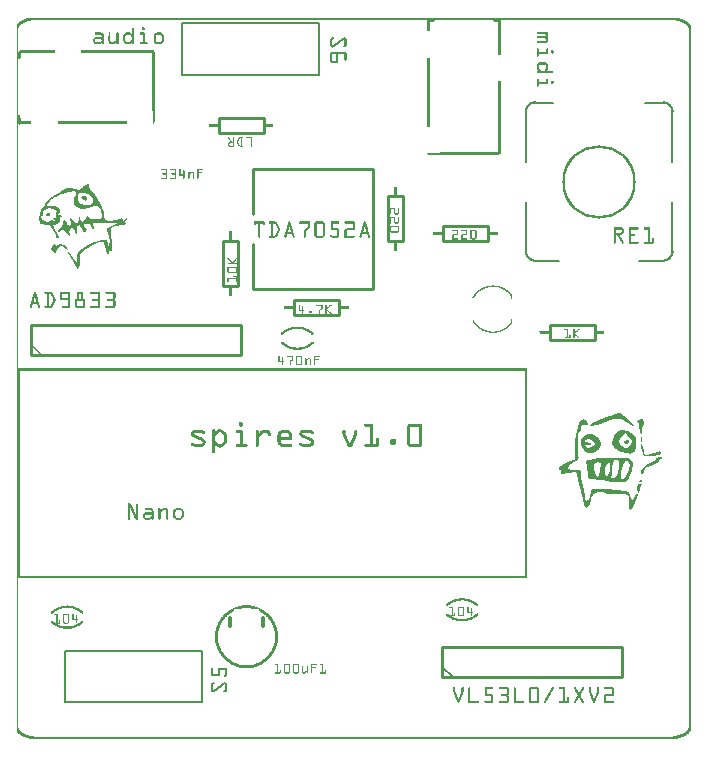
<source format=gto>
G04 MADE WITH FRITZING*
G04 WWW.FRITZING.ORG*
G04 DOUBLE SIDED*
G04 HOLES PLATED*
G04 CONTOUR ON CENTER OF CONTOUR VECTOR*
%ASAXBY*%
%FSLAX23Y23*%
%MOIN*%
%OFA0B0*%
%SFA1.0B1.0*%
%ADD10C,0.244220X0.22822*%
%ADD11C,0.010000*%
%ADD12C,0.005000*%
%ADD13C,0.008000*%
%ADD14R,0.001000X0.001000*%
%LNSILK1*%
G90*
G70*
G54D10*
X1941Y1856D03*
G54D11*
X9Y2053D02*
X9Y2069D01*
D02*
X9Y2272D02*
X9Y2288D01*
D02*
X1372Y2396D02*
X1388Y2396D01*
D02*
X1591Y2396D02*
X1607Y2396D01*
D02*
X1419Y205D02*
X2019Y205D01*
D02*
X2019Y205D02*
X2019Y305D01*
D02*
X2019Y305D02*
X1419Y305D01*
D02*
X1419Y305D02*
X1419Y205D01*
G54D12*
D02*
X1454Y205D02*
X1419Y240D01*
G54D11*
D02*
X48Y1277D02*
X748Y1277D01*
D02*
X748Y1277D02*
X748Y1377D01*
D02*
X748Y1377D02*
X48Y1377D01*
D02*
X48Y1377D02*
X48Y1277D01*
D02*
X786Y1499D02*
X1186Y1499D01*
D02*
X1186Y1499D02*
X1186Y1899D01*
D02*
X1186Y1899D02*
X786Y1899D01*
D02*
X786Y1499D02*
X786Y1649D01*
D02*
X786Y1749D02*
X786Y1899D01*
D02*
X823Y2017D02*
X673Y2017D01*
D02*
X673Y2017D02*
X673Y2067D01*
D02*
X673Y2067D02*
X823Y2067D01*
D02*
X823Y2067D02*
X823Y2017D01*
D02*
X1571Y1657D02*
X1421Y1657D01*
D02*
X1421Y1657D02*
X1421Y1707D01*
D02*
X1421Y1707D02*
X1571Y1707D01*
D02*
X1571Y1707D02*
X1571Y1657D01*
D02*
X1288Y1807D02*
X1288Y1657D01*
D02*
X1288Y1657D02*
X1238Y1657D01*
D02*
X1238Y1657D02*
X1238Y1807D01*
D02*
X1238Y1807D02*
X1288Y1807D01*
D02*
X1926Y1328D02*
X1776Y1328D01*
D02*
X1776Y1328D02*
X1776Y1378D01*
D02*
X1776Y1378D02*
X1926Y1378D01*
D02*
X1926Y1378D02*
X1926Y1328D01*
D02*
X686Y1508D02*
X686Y1658D01*
D02*
X686Y1658D02*
X736Y1658D01*
D02*
X736Y1658D02*
X736Y1508D01*
D02*
X736Y1508D02*
X686Y1508D01*
D02*
X924Y1462D02*
X1074Y1462D01*
D02*
X1074Y1462D02*
X1074Y1412D01*
D02*
X1074Y1412D02*
X924Y1412D01*
D02*
X924Y1412D02*
X924Y1462D01*
G54D13*
D02*
X1697Y1923D02*
X1697Y2088D01*
D02*
X1729Y2120D02*
X1787Y2120D01*
D02*
X2153Y2120D02*
X2095Y2120D01*
D02*
X2185Y1923D02*
X2185Y2088D01*
D02*
X2185Y1790D02*
X2185Y1624D01*
D02*
X2153Y1593D02*
X2075Y1593D01*
D02*
X1729Y1593D02*
X1807Y1593D01*
D02*
X1697Y1790D02*
X1697Y1624D01*
D02*
X1008Y2213D02*
X1008Y2384D01*
D02*
X1008Y2384D02*
X550Y2384D01*
D02*
X550Y2384D02*
X550Y2213D01*
D02*
X550Y2213D02*
X1008Y2213D01*
D02*
X160Y292D02*
X160Y121D01*
D02*
X160Y121D02*
X618Y121D01*
D02*
X618Y121D02*
X618Y292D01*
D02*
X618Y292D02*
X160Y292D01*
G54D14*
X37Y2401D02*
X2208Y2401D01*
X33Y2400D02*
X2212Y2400D01*
X30Y2399D02*
X2215Y2399D01*
X27Y2398D02*
X2218Y2398D01*
X25Y2397D02*
X2220Y2397D01*
X23Y2396D02*
X69Y2396D01*
X1388Y2396D02*
X1397Y2396D01*
X1584Y2396D02*
X1593Y2396D01*
X2176Y2396D02*
X2222Y2396D01*
X20Y2395D02*
X58Y2395D01*
X1388Y2395D02*
X1396Y2395D01*
X2187Y2395D02*
X2225Y2395D01*
X19Y2394D02*
X51Y2394D01*
X1368Y2394D02*
X1376Y2394D01*
X1604Y2394D02*
X1612Y2394D01*
X2194Y2394D02*
X2226Y2394D01*
X17Y2393D02*
X46Y2393D01*
X1367Y2393D02*
X1376Y2393D01*
X1604Y2393D02*
X1613Y2393D01*
X2199Y2393D02*
X2228Y2393D01*
X15Y2392D02*
X42Y2392D01*
X1367Y2392D02*
X1376Y2392D01*
X1604Y2392D02*
X1613Y2392D01*
X2203Y2392D02*
X2230Y2392D01*
X13Y2391D02*
X38Y2391D01*
X1367Y2391D02*
X1376Y2391D01*
X1604Y2391D02*
X1613Y2391D01*
X2207Y2391D02*
X2232Y2391D01*
X12Y2390D02*
X35Y2390D01*
X1367Y2390D02*
X1376Y2390D01*
X1604Y2390D02*
X1613Y2390D01*
X2210Y2390D02*
X2233Y2390D01*
X10Y2389D02*
X32Y2389D01*
X1367Y2389D02*
X1376Y2389D01*
X1604Y2389D02*
X1613Y2389D01*
X2213Y2389D02*
X2235Y2389D01*
X9Y2388D02*
X29Y2388D01*
X1367Y2388D02*
X1376Y2388D01*
X1604Y2388D02*
X1613Y2388D01*
X2216Y2388D02*
X2236Y2388D01*
X8Y2387D02*
X27Y2387D01*
X1367Y2387D02*
X1376Y2387D01*
X1604Y2387D02*
X1613Y2387D01*
X2218Y2387D02*
X2237Y2387D01*
X7Y2386D02*
X25Y2386D01*
X1367Y2386D02*
X1376Y2386D01*
X1604Y2386D02*
X1613Y2386D01*
X2220Y2386D02*
X2238Y2386D01*
X6Y2385D02*
X23Y2385D01*
X1367Y2385D02*
X1376Y2385D01*
X1604Y2385D02*
X1613Y2385D01*
X2222Y2385D02*
X2239Y2385D01*
X5Y2384D02*
X21Y2384D01*
X1367Y2384D02*
X1376Y2384D01*
X1604Y2384D02*
X1613Y2384D01*
X2224Y2384D02*
X2240Y2384D01*
X4Y2383D02*
X19Y2383D01*
X1367Y2383D02*
X1376Y2383D01*
X1604Y2383D02*
X1613Y2383D01*
X2226Y2383D02*
X2241Y2383D01*
X3Y2382D02*
X17Y2382D01*
X1367Y2382D02*
X1376Y2382D01*
X1604Y2382D02*
X1613Y2382D01*
X2228Y2382D02*
X2242Y2382D01*
X2Y2381D02*
X16Y2381D01*
X1367Y2381D02*
X1376Y2381D01*
X1604Y2381D02*
X1613Y2381D01*
X2229Y2381D02*
X2243Y2381D01*
X1Y2380D02*
X14Y2380D01*
X1367Y2380D02*
X1376Y2380D01*
X1604Y2380D02*
X1613Y2380D01*
X2231Y2380D02*
X2244Y2380D01*
X1Y2379D02*
X13Y2379D01*
X1367Y2379D02*
X1376Y2379D01*
X1604Y2379D02*
X1613Y2379D01*
X2232Y2379D02*
X2245Y2379D01*
X1Y2378D02*
X12Y2378D01*
X1367Y2378D02*
X1376Y2378D01*
X1604Y2378D02*
X1613Y2378D01*
X2233Y2378D02*
X2245Y2378D01*
X1Y2377D02*
X11Y2377D01*
X1367Y2377D02*
X1376Y2377D01*
X1604Y2377D02*
X1613Y2377D01*
X2234Y2377D02*
X2246Y2377D01*
X1Y2376D02*
X10Y2376D01*
X1367Y2376D02*
X1376Y2376D01*
X1604Y2376D02*
X1613Y2376D01*
X2235Y2376D02*
X2246Y2376D01*
X1Y2375D02*
X9Y2375D01*
X1367Y2375D02*
X1376Y2375D01*
X1604Y2375D02*
X1613Y2375D01*
X2236Y2375D02*
X2246Y2375D01*
X1Y2374D02*
X8Y2374D01*
X1367Y2374D02*
X1376Y2374D01*
X1604Y2374D02*
X1613Y2374D01*
X2237Y2374D02*
X2246Y2374D01*
X1Y2373D02*
X8Y2373D01*
X1367Y2373D02*
X1376Y2373D01*
X1604Y2373D02*
X1613Y2373D01*
X2237Y2373D02*
X2246Y2373D01*
X1Y2372D02*
X7Y2372D01*
X1367Y2372D02*
X1376Y2372D01*
X1604Y2372D02*
X1613Y2372D01*
X2238Y2372D02*
X2246Y2372D01*
X1Y2371D02*
X6Y2371D01*
X420Y2371D02*
X423Y2371D01*
X1367Y2371D02*
X1376Y2371D01*
X1604Y2371D02*
X1613Y2371D01*
X2239Y2371D02*
X2246Y2371D01*
X1Y2370D02*
X6Y2370D01*
X418Y2370D02*
X425Y2370D01*
X1367Y2370D02*
X1376Y2370D01*
X1604Y2370D02*
X1613Y2370D01*
X2239Y2370D02*
X2246Y2370D01*
X1Y2369D02*
X6Y2369D01*
X417Y2369D02*
X426Y2369D01*
X1367Y2369D02*
X1376Y2369D01*
X1604Y2369D02*
X1613Y2369D01*
X2239Y2369D02*
X2246Y2369D01*
X1Y2368D02*
X5Y2368D01*
X387Y2368D02*
X387Y2368D01*
X417Y2368D02*
X426Y2368D01*
X1367Y2368D02*
X1376Y2368D01*
X1604Y2368D02*
X1613Y2368D01*
X2240Y2368D02*
X2246Y2368D01*
X1Y2367D02*
X5Y2367D01*
X385Y2367D02*
X389Y2367D01*
X417Y2367D02*
X426Y2367D01*
X1367Y2367D02*
X1376Y2367D01*
X1604Y2367D02*
X1613Y2367D01*
X2240Y2367D02*
X2246Y2367D01*
X1Y2366D02*
X5Y2366D01*
X384Y2366D02*
X389Y2366D01*
X417Y2366D02*
X426Y2366D01*
X1367Y2366D02*
X1376Y2366D01*
X1604Y2366D02*
X1613Y2366D01*
X2240Y2366D02*
X2246Y2366D01*
X1Y2365D02*
X5Y2365D01*
X384Y2365D02*
X390Y2365D01*
X417Y2365D02*
X426Y2365D01*
X1367Y2365D02*
X1376Y2365D01*
X1604Y2365D02*
X1613Y2365D01*
X2240Y2365D02*
X2246Y2365D01*
X1Y2364D02*
X5Y2364D01*
X384Y2364D02*
X390Y2364D01*
X417Y2364D02*
X426Y2364D01*
X1367Y2364D02*
X1376Y2364D01*
X1604Y2364D02*
X1613Y2364D01*
X2240Y2364D02*
X2246Y2364D01*
X1Y2363D02*
X5Y2363D01*
X384Y2363D02*
X390Y2363D01*
X417Y2363D02*
X426Y2363D01*
X1367Y2363D02*
X1376Y2363D01*
X1604Y2363D02*
X1613Y2363D01*
X2240Y2363D02*
X2246Y2363D01*
X1Y2362D02*
X5Y2362D01*
X384Y2362D02*
X390Y2362D01*
X418Y2362D02*
X425Y2362D01*
X1367Y2362D02*
X1376Y2362D01*
X1604Y2362D02*
X1613Y2362D01*
X2240Y2362D02*
X2246Y2362D01*
X1Y2361D02*
X5Y2361D01*
X384Y2361D02*
X390Y2361D01*
X1367Y2361D02*
X1376Y2361D01*
X1604Y2361D02*
X1613Y2361D01*
X2240Y2361D02*
X2246Y2361D01*
X1Y2360D02*
X5Y2360D01*
X384Y2360D02*
X390Y2360D01*
X1367Y2360D02*
X1376Y2360D01*
X1604Y2360D02*
X1613Y2360D01*
X2240Y2360D02*
X2246Y2360D01*
X1Y2359D02*
X5Y2359D01*
X384Y2359D02*
X390Y2359D01*
X1367Y2359D02*
X1376Y2359D01*
X1604Y2359D02*
X1613Y2359D01*
X2240Y2359D02*
X2246Y2359D01*
X1Y2358D02*
X5Y2358D01*
X384Y2358D02*
X390Y2358D01*
X1367Y2358D02*
X1376Y2358D01*
X1604Y2358D02*
X1613Y2358D01*
X2240Y2358D02*
X2246Y2358D01*
X1Y2357D02*
X5Y2357D01*
X384Y2357D02*
X390Y2357D01*
X1604Y2357D02*
X1613Y2357D01*
X2240Y2357D02*
X2246Y2357D01*
X1Y2356D02*
X5Y2356D01*
X384Y2356D02*
X390Y2356D01*
X1604Y2356D02*
X1613Y2356D01*
X2240Y2356D02*
X2246Y2356D01*
X1Y2355D02*
X5Y2355D01*
X384Y2355D02*
X390Y2355D01*
X1604Y2355D02*
X1613Y2355D01*
X2240Y2355D02*
X2246Y2355D01*
X1Y2354D02*
X5Y2354D01*
X384Y2354D02*
X390Y2354D01*
X1604Y2354D02*
X1613Y2354D01*
X1735Y2354D02*
X1770Y2354D01*
X2240Y2354D02*
X2246Y2354D01*
X1Y2353D02*
X5Y2353D01*
X263Y2353D02*
X281Y2353D01*
X308Y2353D02*
X311Y2353D01*
X335Y2353D02*
X337Y2353D01*
X366Y2353D02*
X376Y2353D01*
X384Y2353D02*
X390Y2353D01*
X412Y2353D02*
X424Y2353D01*
X467Y2353D02*
X480Y2353D01*
X1604Y2353D02*
X1613Y2353D01*
X1734Y2353D02*
X1771Y2353D01*
X2240Y2353D02*
X2246Y2353D01*
X1Y2352D02*
X5Y2352D01*
X261Y2352D02*
X284Y2352D01*
X307Y2352D02*
X312Y2352D01*
X334Y2352D02*
X338Y2352D01*
X364Y2352D02*
X378Y2352D01*
X384Y2352D02*
X390Y2352D01*
X411Y2352D02*
X425Y2352D01*
X465Y2352D02*
X482Y2352D01*
X1604Y2352D02*
X1613Y2352D01*
X1734Y2352D02*
X1772Y2352D01*
X2240Y2352D02*
X2246Y2352D01*
X1Y2351D02*
X5Y2351D01*
X261Y2351D02*
X285Y2351D01*
X307Y2351D02*
X312Y2351D01*
X333Y2351D02*
X339Y2351D01*
X362Y2351D02*
X380Y2351D01*
X384Y2351D02*
X390Y2351D01*
X410Y2351D02*
X426Y2351D01*
X463Y2351D02*
X484Y2351D01*
X1604Y2351D02*
X1613Y2351D01*
X1734Y2351D02*
X1772Y2351D01*
X2240Y2351D02*
X2246Y2351D01*
X1Y2350D02*
X5Y2350D01*
X261Y2350D02*
X286Y2350D01*
X307Y2350D02*
X312Y2350D01*
X333Y2350D02*
X339Y2350D01*
X361Y2350D02*
X381Y2350D01*
X384Y2350D02*
X390Y2350D01*
X410Y2350D02*
X426Y2350D01*
X462Y2350D02*
X485Y2350D01*
X1604Y2350D02*
X1613Y2350D01*
X1734Y2350D02*
X1772Y2350D01*
X2240Y2350D02*
X2246Y2350D01*
X1Y2349D02*
X5Y2349D01*
X261Y2349D02*
X287Y2349D01*
X307Y2349D02*
X312Y2349D01*
X333Y2349D02*
X339Y2349D01*
X360Y2349D02*
X390Y2349D01*
X410Y2349D02*
X426Y2349D01*
X461Y2349D02*
X486Y2349D01*
X1604Y2349D02*
X1613Y2349D01*
X1734Y2349D02*
X1771Y2349D01*
X2240Y2349D02*
X2246Y2349D01*
X1Y2348D02*
X5Y2348D01*
X261Y2348D02*
X288Y2348D01*
X307Y2348D02*
X312Y2348D01*
X333Y2348D02*
X339Y2348D01*
X359Y2348D02*
X390Y2348D01*
X410Y2348D02*
X426Y2348D01*
X460Y2348D02*
X487Y2348D01*
X1604Y2348D02*
X1613Y2348D01*
X1735Y2348D02*
X1770Y2348D01*
X2240Y2348D02*
X2246Y2348D01*
X1Y2347D02*
X5Y2347D01*
X263Y2347D02*
X289Y2347D01*
X307Y2347D02*
X312Y2347D01*
X333Y2347D02*
X339Y2347D01*
X358Y2347D02*
X390Y2347D01*
X412Y2347D02*
X426Y2347D01*
X459Y2347D02*
X488Y2347D01*
X1604Y2347D02*
X1613Y2347D01*
X1762Y2347D02*
X1770Y2347D01*
X2240Y2347D02*
X2246Y2347D01*
X1Y2346D02*
X5Y2346D01*
X282Y2346D02*
X289Y2346D01*
X307Y2346D02*
X312Y2346D01*
X333Y2346D02*
X339Y2346D01*
X358Y2346D02*
X367Y2346D01*
X376Y2346D02*
X390Y2346D01*
X420Y2346D02*
X426Y2346D01*
X458Y2346D02*
X467Y2346D01*
X480Y2346D02*
X489Y2346D01*
X1604Y2346D02*
X1613Y2346D01*
X1763Y2346D02*
X1771Y2346D01*
X2240Y2346D02*
X2246Y2346D01*
X1Y2345D02*
X5Y2345D01*
X283Y2345D02*
X289Y2345D01*
X307Y2345D02*
X312Y2345D01*
X333Y2345D02*
X339Y2345D01*
X357Y2345D02*
X365Y2345D01*
X377Y2345D02*
X390Y2345D01*
X420Y2345D02*
X426Y2345D01*
X458Y2345D02*
X466Y2345D01*
X482Y2345D02*
X489Y2345D01*
X1604Y2345D02*
X1613Y2345D01*
X1764Y2345D02*
X1771Y2345D01*
X2240Y2345D02*
X2246Y2345D01*
X1Y2344D02*
X5Y2344D01*
X283Y2344D02*
X289Y2344D01*
X307Y2344D02*
X312Y2344D01*
X333Y2344D02*
X339Y2344D01*
X357Y2344D02*
X364Y2344D01*
X378Y2344D02*
X390Y2344D01*
X420Y2344D02*
X426Y2344D01*
X457Y2344D02*
X464Y2344D01*
X483Y2344D02*
X490Y2344D01*
X1604Y2344D02*
X1613Y2344D01*
X1764Y2344D02*
X1772Y2344D01*
X2240Y2344D02*
X2246Y2344D01*
X1Y2343D02*
X5Y2343D01*
X283Y2343D02*
X289Y2343D01*
X307Y2343D02*
X312Y2343D01*
X333Y2343D02*
X339Y2343D01*
X356Y2343D02*
X363Y2343D01*
X380Y2343D02*
X390Y2343D01*
X420Y2343D02*
X426Y2343D01*
X457Y2343D02*
X464Y2343D01*
X483Y2343D02*
X490Y2343D01*
X1604Y2343D02*
X1613Y2343D01*
X1765Y2343D02*
X1772Y2343D01*
X2240Y2343D02*
X2246Y2343D01*
X1Y2342D02*
X5Y2342D01*
X284Y2342D02*
X289Y2342D01*
X307Y2342D02*
X312Y2342D01*
X333Y2342D02*
X339Y2342D01*
X356Y2342D02*
X362Y2342D01*
X381Y2342D02*
X390Y2342D01*
X420Y2342D02*
X426Y2342D01*
X457Y2342D02*
X463Y2342D01*
X484Y2342D02*
X490Y2342D01*
X1604Y2342D02*
X1613Y2342D01*
X1766Y2342D02*
X1772Y2342D01*
X2240Y2342D02*
X2246Y2342D01*
X1Y2341D02*
X5Y2341D01*
X284Y2341D02*
X289Y2341D01*
X307Y2341D02*
X312Y2341D01*
X333Y2341D02*
X339Y2341D01*
X356Y2341D02*
X362Y2341D01*
X382Y2341D02*
X390Y2341D01*
X420Y2341D02*
X426Y2341D01*
X457Y2341D02*
X463Y2341D01*
X484Y2341D02*
X490Y2341D01*
X1604Y2341D02*
X1613Y2341D01*
X1766Y2341D02*
X1772Y2341D01*
X2240Y2341D02*
X2246Y2341D01*
X1Y2340D02*
X5Y2340D01*
X284Y2340D02*
X289Y2340D01*
X306Y2340D02*
X312Y2340D01*
X333Y2340D02*
X339Y2340D01*
X356Y2340D02*
X362Y2340D01*
X383Y2340D02*
X390Y2340D01*
X420Y2340D02*
X426Y2340D01*
X457Y2340D02*
X463Y2340D01*
X484Y2340D02*
X490Y2340D01*
X1604Y2340D02*
X1613Y2340D01*
X1736Y2340D02*
X1772Y2340D01*
X2240Y2340D02*
X2246Y2340D01*
X1Y2339D02*
X5Y2339D01*
X284Y2339D02*
X289Y2339D01*
X306Y2339D02*
X312Y2339D01*
X333Y2339D02*
X339Y2339D01*
X356Y2339D02*
X362Y2339D01*
X383Y2339D02*
X390Y2339D01*
X420Y2339D02*
X426Y2339D01*
X457Y2339D02*
X463Y2339D01*
X484Y2339D02*
X490Y2339D01*
X1604Y2339D02*
X1613Y2339D01*
X1735Y2339D02*
X1771Y2339D01*
X2240Y2339D02*
X2246Y2339D01*
X1Y2338D02*
X5Y2338D01*
X263Y2338D02*
X289Y2338D01*
X306Y2338D02*
X312Y2338D01*
X333Y2338D02*
X339Y2338D01*
X356Y2338D02*
X362Y2338D01*
X384Y2338D02*
X390Y2338D01*
X420Y2338D02*
X426Y2338D01*
X457Y2338D02*
X463Y2338D01*
X484Y2338D02*
X490Y2338D01*
X1604Y2338D02*
X1613Y2338D01*
X1734Y2338D02*
X1771Y2338D01*
X2240Y2338D02*
X2246Y2338D01*
X1Y2337D02*
X5Y2337D01*
X261Y2337D02*
X289Y2337D01*
X306Y2337D02*
X312Y2337D01*
X333Y2337D02*
X339Y2337D01*
X356Y2337D02*
X362Y2337D01*
X384Y2337D02*
X390Y2337D01*
X420Y2337D02*
X426Y2337D01*
X457Y2337D02*
X463Y2337D01*
X484Y2337D02*
X490Y2337D01*
X1053Y2337D02*
X1056Y2337D01*
X1090Y2337D02*
X1094Y2337D01*
X1604Y2337D02*
X1613Y2337D01*
X1734Y2337D02*
X1770Y2337D01*
X2240Y2337D02*
X2246Y2337D01*
X1Y2336D02*
X5Y2336D01*
X259Y2336D02*
X289Y2336D01*
X306Y2336D02*
X312Y2336D01*
X333Y2336D02*
X339Y2336D01*
X356Y2336D02*
X362Y2336D01*
X384Y2336D02*
X390Y2336D01*
X420Y2336D02*
X426Y2336D01*
X457Y2336D02*
X463Y2336D01*
X484Y2336D02*
X490Y2336D01*
X1050Y2336D02*
X1057Y2336D01*
X1088Y2336D02*
X1096Y2336D01*
X1604Y2336D02*
X1613Y2336D01*
X1734Y2336D02*
X1770Y2336D01*
X2240Y2336D02*
X2246Y2336D01*
X1Y2335D02*
X5Y2335D01*
X258Y2335D02*
X289Y2335D01*
X306Y2335D02*
X312Y2335D01*
X333Y2335D02*
X339Y2335D01*
X356Y2335D02*
X362Y2335D01*
X384Y2335D02*
X390Y2335D01*
X420Y2335D02*
X426Y2335D01*
X457Y2335D02*
X463Y2335D01*
X484Y2335D02*
X490Y2335D01*
X1049Y2335D02*
X1058Y2335D01*
X1086Y2335D02*
X1097Y2335D01*
X1604Y2335D02*
X1613Y2335D01*
X1734Y2335D02*
X1769Y2335D01*
X2240Y2335D02*
X2246Y2335D01*
X1Y2334D02*
X5Y2334D01*
X258Y2334D02*
X289Y2334D01*
X306Y2334D02*
X312Y2334D01*
X333Y2334D02*
X339Y2334D01*
X356Y2334D02*
X362Y2334D01*
X384Y2334D02*
X390Y2334D01*
X420Y2334D02*
X426Y2334D01*
X457Y2334D02*
X463Y2334D01*
X484Y2334D02*
X490Y2334D01*
X1048Y2334D02*
X1058Y2334D01*
X1085Y2334D02*
X1098Y2334D01*
X1604Y2334D02*
X1613Y2334D01*
X1735Y2334D02*
X1769Y2334D01*
X2240Y2334D02*
X2246Y2334D01*
X1Y2333D02*
X5Y2333D01*
X257Y2333D02*
X289Y2333D01*
X306Y2333D02*
X312Y2333D01*
X333Y2333D02*
X339Y2333D01*
X356Y2333D02*
X362Y2333D01*
X384Y2333D02*
X390Y2333D01*
X420Y2333D02*
X426Y2333D01*
X457Y2333D02*
X463Y2333D01*
X484Y2333D02*
X490Y2333D01*
X1048Y2333D02*
X1058Y2333D01*
X1084Y2333D02*
X1098Y2333D01*
X1604Y2333D02*
X1613Y2333D01*
X1762Y2333D02*
X1770Y2333D01*
X2240Y2333D02*
X2246Y2333D01*
X1Y2332D02*
X5Y2332D01*
X257Y2332D02*
X265Y2332D01*
X280Y2332D02*
X289Y2332D01*
X306Y2332D02*
X312Y2332D01*
X333Y2332D02*
X339Y2332D01*
X356Y2332D02*
X362Y2332D01*
X384Y2332D02*
X390Y2332D01*
X420Y2332D02*
X426Y2332D01*
X457Y2332D02*
X463Y2332D01*
X484Y2332D02*
X490Y2332D01*
X1047Y2332D02*
X1057Y2332D01*
X1083Y2332D02*
X1099Y2332D01*
X1604Y2332D02*
X1613Y2332D01*
X1763Y2332D02*
X1771Y2332D01*
X2240Y2332D02*
X2246Y2332D01*
X1Y2331D02*
X5Y2331D01*
X256Y2331D02*
X263Y2331D01*
X282Y2331D02*
X289Y2331D01*
X306Y2331D02*
X312Y2331D01*
X333Y2331D02*
X339Y2331D01*
X356Y2331D02*
X362Y2331D01*
X384Y2331D02*
X390Y2331D01*
X420Y2331D02*
X426Y2331D01*
X457Y2331D02*
X463Y2331D01*
X484Y2331D02*
X490Y2331D01*
X1047Y2331D02*
X1056Y2331D01*
X1081Y2331D02*
X1099Y2331D01*
X1604Y2331D02*
X1613Y2331D01*
X1763Y2331D02*
X1771Y2331D01*
X2240Y2331D02*
X2246Y2331D01*
X1Y2330D02*
X5Y2330D01*
X256Y2330D02*
X262Y2330D01*
X283Y2330D02*
X289Y2330D01*
X306Y2330D02*
X312Y2330D01*
X333Y2330D02*
X339Y2330D01*
X356Y2330D02*
X362Y2330D01*
X384Y2330D02*
X390Y2330D01*
X420Y2330D02*
X426Y2330D01*
X457Y2330D02*
X463Y2330D01*
X484Y2330D02*
X490Y2330D01*
X1046Y2330D02*
X1053Y2330D01*
X1080Y2330D02*
X1091Y2330D01*
X1093Y2330D02*
X1099Y2330D01*
X1604Y2330D02*
X1613Y2330D01*
X1764Y2330D02*
X1771Y2330D01*
X2240Y2330D02*
X2246Y2330D01*
X1Y2329D02*
X5Y2329D01*
X256Y2329D02*
X262Y2329D01*
X283Y2329D02*
X289Y2329D01*
X306Y2329D02*
X312Y2329D01*
X333Y2329D02*
X339Y2329D01*
X356Y2329D02*
X362Y2329D01*
X384Y2329D02*
X390Y2329D01*
X420Y2329D02*
X426Y2329D01*
X457Y2329D02*
X463Y2329D01*
X484Y2329D02*
X490Y2329D01*
X1046Y2329D02*
X1052Y2329D01*
X1079Y2329D02*
X1089Y2329D01*
X1093Y2329D02*
X1099Y2329D01*
X1604Y2329D02*
X1613Y2329D01*
X1765Y2329D02*
X1772Y2329D01*
X2240Y2329D02*
X2246Y2329D01*
X1Y2328D02*
X5Y2328D01*
X256Y2328D02*
X261Y2328D01*
X284Y2328D02*
X289Y2328D01*
X306Y2328D02*
X312Y2328D01*
X333Y2328D02*
X339Y2328D01*
X356Y2328D02*
X362Y2328D01*
X383Y2328D02*
X390Y2328D01*
X420Y2328D02*
X426Y2328D01*
X457Y2328D02*
X463Y2328D01*
X484Y2328D02*
X490Y2328D01*
X1046Y2328D02*
X1052Y2328D01*
X1077Y2328D02*
X1088Y2328D01*
X1093Y2328D02*
X1099Y2328D01*
X1604Y2328D02*
X1613Y2328D01*
X1766Y2328D02*
X1772Y2328D01*
X2240Y2328D02*
X2246Y2328D01*
X1Y2327D02*
X5Y2327D01*
X256Y2327D02*
X261Y2327D01*
X284Y2327D02*
X289Y2327D01*
X306Y2327D02*
X312Y2327D01*
X331Y2327D02*
X339Y2327D01*
X356Y2327D02*
X362Y2327D01*
X382Y2327D02*
X390Y2327D01*
X420Y2327D02*
X426Y2327D01*
X457Y2327D02*
X463Y2327D01*
X484Y2327D02*
X490Y2327D01*
X1046Y2327D02*
X1052Y2327D01*
X1076Y2327D02*
X1087Y2327D01*
X1093Y2327D02*
X1099Y2327D01*
X1604Y2327D02*
X1613Y2327D01*
X1766Y2327D02*
X1772Y2327D01*
X2240Y2327D02*
X2246Y2327D01*
X1Y2326D02*
X5Y2326D01*
X256Y2326D02*
X261Y2326D01*
X284Y2326D02*
X289Y2326D01*
X306Y2326D02*
X312Y2326D01*
X330Y2326D02*
X339Y2326D01*
X356Y2326D02*
X362Y2326D01*
X381Y2326D02*
X390Y2326D01*
X420Y2326D02*
X426Y2326D01*
X457Y2326D02*
X463Y2326D01*
X484Y2326D02*
X490Y2326D01*
X1046Y2326D02*
X1052Y2326D01*
X1075Y2326D02*
X1085Y2326D01*
X1093Y2326D02*
X1099Y2326D01*
X1604Y2326D02*
X1613Y2326D01*
X1764Y2326D02*
X1772Y2326D01*
X2240Y2326D02*
X2246Y2326D01*
X1Y2325D02*
X5Y2325D01*
X256Y2325D02*
X261Y2325D01*
X283Y2325D02*
X289Y2325D01*
X306Y2325D02*
X312Y2325D01*
X328Y2325D02*
X339Y2325D01*
X356Y2325D02*
X363Y2325D01*
X380Y2325D02*
X390Y2325D01*
X420Y2325D02*
X426Y2325D01*
X457Y2325D02*
X463Y2325D01*
X484Y2325D02*
X490Y2325D01*
X1046Y2325D02*
X1052Y2325D01*
X1073Y2325D02*
X1084Y2325D01*
X1093Y2325D02*
X1099Y2325D01*
X1604Y2325D02*
X1613Y2325D01*
X1735Y2325D02*
X1771Y2325D01*
X2240Y2325D02*
X2246Y2325D01*
X1Y2324D02*
X5Y2324D01*
X256Y2324D02*
X261Y2324D01*
X281Y2324D02*
X289Y2324D01*
X306Y2324D02*
X313Y2324D01*
X326Y2324D02*
X339Y2324D01*
X356Y2324D02*
X363Y2324D01*
X379Y2324D02*
X390Y2324D01*
X420Y2324D02*
X426Y2324D01*
X457Y2324D02*
X464Y2324D01*
X483Y2324D02*
X490Y2324D01*
X1046Y2324D02*
X1052Y2324D01*
X1072Y2324D02*
X1083Y2324D01*
X1093Y2324D02*
X1099Y2324D01*
X1604Y2324D02*
X1613Y2324D01*
X1734Y2324D02*
X1771Y2324D01*
X2240Y2324D02*
X2246Y2324D01*
X1Y2323D02*
X5Y2323D01*
X256Y2323D02*
X262Y2323D01*
X280Y2323D02*
X289Y2323D01*
X307Y2323D02*
X313Y2323D01*
X325Y2323D02*
X339Y2323D01*
X357Y2323D02*
X364Y2323D01*
X378Y2323D02*
X390Y2323D01*
X420Y2323D02*
X426Y2323D01*
X457Y2323D02*
X465Y2323D01*
X482Y2323D02*
X490Y2323D01*
X1046Y2323D02*
X1052Y2323D01*
X1071Y2323D02*
X1082Y2323D01*
X1093Y2323D02*
X1099Y2323D01*
X1604Y2323D02*
X1613Y2323D01*
X1734Y2323D02*
X1771Y2323D01*
X2240Y2323D02*
X2246Y2323D01*
X1Y2322D02*
X5Y2322D01*
X256Y2322D02*
X262Y2322D01*
X278Y2322D02*
X289Y2322D01*
X307Y2322D02*
X314Y2322D01*
X323Y2322D02*
X339Y2322D01*
X357Y2322D02*
X366Y2322D01*
X377Y2322D02*
X390Y2322D01*
X420Y2322D02*
X426Y2322D01*
X458Y2322D02*
X466Y2322D01*
X481Y2322D02*
X489Y2322D01*
X1046Y2322D02*
X1052Y2322D01*
X1070Y2322D02*
X1080Y2322D01*
X1093Y2322D02*
X1099Y2322D01*
X1604Y2322D02*
X1613Y2322D01*
X1734Y2322D02*
X1770Y2322D01*
X2240Y2322D02*
X2246Y2322D01*
X1Y2321D02*
X5Y2321D01*
X256Y2321D02*
X263Y2321D01*
X277Y2321D02*
X289Y2321D01*
X307Y2321D02*
X316Y2321D01*
X322Y2321D02*
X339Y2321D01*
X358Y2321D02*
X368Y2321D01*
X374Y2321D02*
X390Y2321D01*
X420Y2321D02*
X427Y2321D01*
X458Y2321D02*
X469Y2321D01*
X478Y2321D02*
X489Y2321D01*
X1046Y2321D02*
X1052Y2321D01*
X1068Y2321D02*
X1079Y2321D01*
X1093Y2321D02*
X1099Y2321D01*
X1604Y2321D02*
X1613Y2321D01*
X1734Y2321D02*
X1769Y2321D01*
X2240Y2321D02*
X2246Y2321D01*
X1Y2320D02*
X5Y2320D01*
X257Y2320D02*
X289Y2320D01*
X307Y2320D02*
X339Y2320D01*
X359Y2320D02*
X390Y2320D01*
X411Y2320D02*
X435Y2320D01*
X459Y2320D02*
X488Y2320D01*
X1046Y2320D02*
X1052Y2320D01*
X1067Y2320D02*
X1078Y2320D01*
X1093Y2320D02*
X1099Y2320D01*
X1604Y2320D02*
X1613Y2320D01*
X1734Y2320D02*
X1767Y2320D01*
X2240Y2320D02*
X2246Y2320D01*
X1Y2319D02*
X5Y2319D01*
X257Y2319D02*
X289Y2319D01*
X308Y2319D02*
X331Y2319D01*
X333Y2319D02*
X339Y2319D01*
X359Y2319D02*
X390Y2319D01*
X410Y2319D02*
X436Y2319D01*
X460Y2319D02*
X487Y2319D01*
X1046Y2319D02*
X1052Y2319D01*
X1066Y2319D02*
X1076Y2319D01*
X1093Y2319D02*
X1099Y2319D01*
X1604Y2319D02*
X1613Y2319D01*
X1736Y2319D02*
X1759Y2319D01*
X2240Y2319D02*
X2246Y2319D01*
X1Y2318D02*
X5Y2318D01*
X258Y2318D02*
X289Y2318D01*
X309Y2318D02*
X329Y2318D01*
X333Y2318D02*
X339Y2318D01*
X361Y2318D02*
X382Y2318D01*
X384Y2318D02*
X390Y2318D01*
X410Y2318D02*
X436Y2318D01*
X461Y2318D02*
X486Y2318D01*
X1046Y2318D02*
X1052Y2318D01*
X1064Y2318D02*
X1075Y2318D01*
X1093Y2318D02*
X1099Y2318D01*
X1604Y2318D02*
X1613Y2318D01*
X2240Y2318D02*
X2246Y2318D01*
X1Y2317D02*
X5Y2317D01*
X259Y2317D02*
X282Y2317D01*
X284Y2317D02*
X289Y2317D01*
X309Y2317D02*
X328Y2317D01*
X333Y2317D02*
X339Y2317D01*
X362Y2317D02*
X381Y2317D01*
X384Y2317D02*
X390Y2317D01*
X410Y2317D02*
X436Y2317D01*
X462Y2317D02*
X485Y2317D01*
X1046Y2317D02*
X1052Y2317D01*
X1063Y2317D02*
X1074Y2317D01*
X1093Y2317D02*
X1099Y2317D01*
X1604Y2317D02*
X1613Y2317D01*
X2240Y2317D02*
X2246Y2317D01*
X1Y2316D02*
X5Y2316D01*
X260Y2316D02*
X280Y2316D01*
X284Y2316D02*
X289Y2316D01*
X311Y2316D02*
X326Y2316D01*
X333Y2316D02*
X339Y2316D01*
X363Y2316D02*
X380Y2316D01*
X384Y2316D02*
X389Y2316D01*
X410Y2316D02*
X436Y2316D01*
X464Y2316D02*
X483Y2316D01*
X1046Y2316D02*
X1052Y2316D01*
X1062Y2316D02*
X1073Y2316D01*
X1093Y2316D02*
X1099Y2316D01*
X1604Y2316D02*
X1613Y2316D01*
X2240Y2316D02*
X2246Y2316D01*
X1Y2315D02*
X5Y2315D01*
X262Y2315D02*
X278Y2315D01*
X285Y2315D02*
X288Y2315D01*
X312Y2315D02*
X324Y2315D01*
X334Y2315D02*
X338Y2315D01*
X365Y2315D02*
X378Y2315D01*
X385Y2315D02*
X389Y2315D01*
X411Y2315D02*
X435Y2315D01*
X465Y2315D02*
X482Y2315D01*
X1046Y2315D02*
X1052Y2315D01*
X1061Y2315D02*
X1071Y2315D01*
X1093Y2315D02*
X1099Y2315D01*
X1604Y2315D02*
X1613Y2315D01*
X2240Y2315D02*
X2246Y2315D01*
X1Y2314D02*
X5Y2314D01*
X266Y2314D02*
X275Y2314D01*
X317Y2314D02*
X320Y2314D01*
X369Y2314D02*
X373Y2314D01*
X414Y2314D02*
X433Y2314D01*
X470Y2314D02*
X477Y2314D01*
X1046Y2314D02*
X1052Y2314D01*
X1059Y2314D02*
X1070Y2314D01*
X1093Y2314D02*
X1099Y2314D01*
X1604Y2314D02*
X1613Y2314D01*
X2240Y2314D02*
X2246Y2314D01*
X1Y2313D02*
X5Y2313D01*
X1046Y2313D02*
X1052Y2313D01*
X1058Y2313D02*
X1069Y2313D01*
X1093Y2313D02*
X1099Y2313D01*
X1604Y2313D02*
X1613Y2313D01*
X2240Y2313D02*
X2246Y2313D01*
X1Y2312D02*
X5Y2312D01*
X1046Y2312D02*
X1052Y2312D01*
X1057Y2312D02*
X1067Y2312D01*
X1093Y2312D02*
X1099Y2312D01*
X1604Y2312D02*
X1613Y2312D01*
X2240Y2312D02*
X2246Y2312D01*
X1Y2311D02*
X5Y2311D01*
X1046Y2311D02*
X1052Y2311D01*
X1055Y2311D02*
X1066Y2311D01*
X1093Y2311D02*
X1099Y2311D01*
X1604Y2311D02*
X1613Y2311D01*
X2240Y2311D02*
X2246Y2311D01*
X1Y2310D02*
X5Y2310D01*
X1046Y2310D02*
X1065Y2310D01*
X1091Y2310D02*
X1099Y2310D01*
X1604Y2310D02*
X1613Y2310D01*
X2240Y2310D02*
X2246Y2310D01*
X1Y2309D02*
X5Y2309D01*
X1046Y2309D02*
X1064Y2309D01*
X1089Y2309D02*
X1099Y2309D01*
X1604Y2309D02*
X1613Y2309D01*
X2240Y2309D02*
X2246Y2309D01*
X1Y2308D02*
X5Y2308D01*
X1047Y2308D02*
X1062Y2308D01*
X1088Y2308D02*
X1098Y2308D01*
X1604Y2308D02*
X1613Y2308D01*
X2240Y2308D02*
X2246Y2308D01*
X1Y2307D02*
X5Y2307D01*
X1047Y2307D02*
X1061Y2307D01*
X1087Y2307D02*
X1098Y2307D01*
X1604Y2307D02*
X1613Y2307D01*
X2240Y2307D02*
X2246Y2307D01*
X1Y2306D02*
X5Y2306D01*
X1048Y2306D02*
X1060Y2306D01*
X1087Y2306D02*
X1097Y2306D01*
X1604Y2306D02*
X1613Y2306D01*
X2240Y2306D02*
X2246Y2306D01*
X1Y2305D02*
X5Y2305D01*
X1049Y2305D02*
X1058Y2305D01*
X1088Y2305D02*
X1096Y2305D01*
X1604Y2305D02*
X1613Y2305D01*
X2240Y2305D02*
X2246Y2305D01*
X1Y2304D02*
X5Y2304D01*
X1050Y2304D02*
X1057Y2304D01*
X1088Y2304D02*
X1094Y2304D01*
X1604Y2304D02*
X1613Y2304D01*
X2240Y2304D02*
X2246Y2304D01*
X1Y2303D02*
X5Y2303D01*
X1053Y2303D02*
X1054Y2303D01*
X1090Y2303D02*
X1091Y2303D01*
X1604Y2303D02*
X1613Y2303D01*
X2240Y2303D02*
X2246Y2303D01*
X1Y2302D02*
X5Y2302D01*
X1604Y2302D02*
X1613Y2302D01*
X2240Y2302D02*
X2246Y2302D01*
X1Y2301D02*
X5Y2301D01*
X1604Y2301D02*
X1613Y2301D01*
X2240Y2301D02*
X2246Y2301D01*
X1Y2300D02*
X5Y2300D01*
X1604Y2300D02*
X1613Y2300D01*
X1736Y2300D02*
X1737Y2300D01*
X1768Y2300D02*
X1770Y2300D01*
X2240Y2300D02*
X2246Y2300D01*
X1Y2299D02*
X5Y2299D01*
X1604Y2299D02*
X1613Y2299D01*
X1734Y2299D02*
X1739Y2299D01*
X1767Y2299D02*
X1771Y2299D01*
X2240Y2299D02*
X2246Y2299D01*
X1Y2298D02*
X5Y2298D01*
X1604Y2298D02*
X1613Y2298D01*
X1734Y2298D02*
X1739Y2298D01*
X1766Y2298D02*
X1772Y2298D01*
X2240Y2298D02*
X2246Y2298D01*
X1Y2297D02*
X5Y2297D01*
X1604Y2297D02*
X1613Y2297D01*
X1734Y2297D02*
X1739Y2297D01*
X1766Y2297D02*
X1772Y2297D01*
X2240Y2297D02*
X2246Y2297D01*
X1Y2296D02*
X5Y2296D01*
X1604Y2296D02*
X1613Y2296D01*
X1734Y2296D02*
X1740Y2296D01*
X1766Y2296D02*
X1772Y2296D01*
X2240Y2296D02*
X2246Y2296D01*
X1Y2295D02*
X5Y2295D01*
X1604Y2295D02*
X1613Y2295D01*
X1734Y2295D02*
X1740Y2295D01*
X1766Y2295D02*
X1772Y2295D01*
X2240Y2295D02*
X2246Y2295D01*
X1Y2294D02*
X5Y2294D01*
X12Y2294D02*
X126Y2294D01*
X216Y2294D02*
X456Y2294D01*
X1604Y2294D02*
X1613Y2294D01*
X1734Y2294D02*
X1740Y2294D01*
X1766Y2294D02*
X1772Y2294D01*
X2240Y2294D02*
X2246Y2294D01*
X1Y2293D02*
X5Y2293D01*
X12Y2293D02*
X126Y2293D01*
X216Y2293D02*
X456Y2293D01*
X1604Y2293D02*
X1613Y2293D01*
X1734Y2293D02*
X1740Y2293D01*
X1766Y2293D02*
X1772Y2293D01*
X1783Y2293D02*
X1788Y2293D01*
X2240Y2293D02*
X2246Y2293D01*
X1Y2292D02*
X5Y2292D01*
X12Y2292D02*
X126Y2292D01*
X216Y2292D02*
X456Y2292D01*
X1604Y2292D02*
X1613Y2292D01*
X1734Y2292D02*
X1740Y2292D01*
X1766Y2292D02*
X1772Y2292D01*
X1782Y2292D02*
X1789Y2292D01*
X2240Y2292D02*
X2246Y2292D01*
X1Y2291D02*
X5Y2291D01*
X12Y2291D02*
X126Y2291D01*
X216Y2291D02*
X456Y2291D01*
X1604Y2291D02*
X1613Y2291D01*
X1734Y2291D02*
X1740Y2291D01*
X1766Y2291D02*
X1772Y2291D01*
X1781Y2291D02*
X1789Y2291D01*
X2240Y2291D02*
X2246Y2291D01*
X1Y2290D02*
X5Y2290D01*
X12Y2290D02*
X126Y2290D01*
X216Y2290D02*
X456Y2290D01*
X1604Y2290D02*
X1613Y2290D01*
X1734Y2290D02*
X1740Y2290D01*
X1766Y2290D02*
X1772Y2290D01*
X1781Y2290D02*
X1790Y2290D01*
X2240Y2290D02*
X2246Y2290D01*
X1Y2289D02*
X5Y2289D01*
X12Y2289D02*
X126Y2289D01*
X216Y2289D02*
X461Y2289D01*
X1604Y2289D02*
X1613Y2289D01*
X1734Y2289D02*
X1772Y2289D01*
X1781Y2289D02*
X1790Y2289D01*
X2240Y2289D02*
X2246Y2289D01*
X1Y2288D02*
X5Y2288D01*
X12Y2288D02*
X126Y2288D01*
X216Y2288D02*
X461Y2288D01*
X1604Y2288D02*
X1613Y2288D01*
X1734Y2288D02*
X1772Y2288D01*
X1781Y2288D02*
X1790Y2288D01*
X2240Y2288D02*
X2246Y2288D01*
X1Y2287D02*
X5Y2287D01*
X12Y2287D02*
X126Y2287D01*
X216Y2287D02*
X461Y2287D01*
X1048Y2287D02*
X1097Y2287D01*
X1604Y2287D02*
X1613Y2287D01*
X1734Y2287D02*
X1772Y2287D01*
X1781Y2287D02*
X1790Y2287D01*
X2240Y2287D02*
X2246Y2287D01*
X1Y2286D02*
X5Y2286D01*
X12Y2286D02*
X126Y2286D01*
X216Y2286D02*
X461Y2286D01*
X1047Y2286D02*
X1098Y2286D01*
X1604Y2286D02*
X1613Y2286D01*
X1734Y2286D02*
X1772Y2286D01*
X1781Y2286D02*
X1790Y2286D01*
X2240Y2286D02*
X2246Y2286D01*
X1Y2285D02*
X5Y2285D01*
X12Y2285D02*
X126Y2285D01*
X216Y2285D02*
X461Y2285D01*
X1046Y2285D02*
X1099Y2285D01*
X1604Y2285D02*
X1613Y2285D01*
X1734Y2285D02*
X1772Y2285D01*
X1781Y2285D02*
X1789Y2285D01*
X2240Y2285D02*
X2246Y2285D01*
X1Y2284D02*
X5Y2284D01*
X452Y2284D02*
X461Y2284D01*
X1046Y2284D02*
X1099Y2284D01*
X1604Y2284D02*
X1613Y2284D01*
X1734Y2284D02*
X1771Y2284D01*
X1782Y2284D02*
X1789Y2284D01*
X2240Y2284D02*
X2246Y2284D01*
X1Y2283D02*
X5Y2283D01*
X452Y2283D02*
X461Y2283D01*
X1046Y2283D02*
X1099Y2283D01*
X1604Y2283D02*
X1613Y2283D01*
X1734Y2283D02*
X1769Y2283D01*
X1784Y2283D02*
X1787Y2283D01*
X2240Y2283D02*
X2246Y2283D01*
X1Y2282D02*
X5Y2282D01*
X452Y2282D02*
X461Y2282D01*
X1046Y2282D02*
X1099Y2282D01*
X1604Y2282D02*
X1613Y2282D01*
X1734Y2282D02*
X1740Y2282D01*
X2240Y2282D02*
X2246Y2282D01*
X1Y2281D02*
X5Y2281D01*
X452Y2281D02*
X461Y2281D01*
X1046Y2281D02*
X1099Y2281D01*
X1604Y2281D02*
X1613Y2281D01*
X1734Y2281D02*
X1740Y2281D01*
X2240Y2281D02*
X2246Y2281D01*
X1Y2280D02*
X5Y2280D01*
X452Y2280D02*
X461Y2280D01*
X1046Y2280D02*
X1052Y2280D01*
X1066Y2280D02*
X1072Y2280D01*
X1093Y2280D02*
X1099Y2280D01*
X1604Y2280D02*
X1613Y2280D01*
X1734Y2280D02*
X1740Y2280D01*
X2240Y2280D02*
X2246Y2280D01*
X1Y2279D02*
X5Y2279D01*
X452Y2279D02*
X461Y2279D01*
X1046Y2279D02*
X1052Y2279D01*
X1066Y2279D02*
X1072Y2279D01*
X1093Y2279D02*
X1099Y2279D01*
X1734Y2279D02*
X1740Y2279D01*
X2240Y2279D02*
X2246Y2279D01*
X1Y2278D02*
X5Y2278D01*
X452Y2278D02*
X461Y2278D01*
X1046Y2278D02*
X1052Y2278D01*
X1066Y2278D02*
X1072Y2278D01*
X1093Y2278D02*
X1099Y2278D01*
X1734Y2278D02*
X1740Y2278D01*
X2240Y2278D02*
X2246Y2278D01*
X1Y2277D02*
X5Y2277D01*
X452Y2277D02*
X461Y2277D01*
X1046Y2277D02*
X1052Y2277D01*
X1066Y2277D02*
X1072Y2277D01*
X1093Y2277D02*
X1099Y2277D01*
X1734Y2277D02*
X1740Y2277D01*
X2240Y2277D02*
X2246Y2277D01*
X1Y2276D02*
X5Y2276D01*
X452Y2276D02*
X461Y2276D01*
X1046Y2276D02*
X1052Y2276D01*
X1066Y2276D02*
X1072Y2276D01*
X1093Y2276D02*
X1099Y2276D01*
X1734Y2276D02*
X1739Y2276D01*
X2240Y2276D02*
X2246Y2276D01*
X1Y2275D02*
X5Y2275D01*
X452Y2275D02*
X461Y2275D01*
X1046Y2275D02*
X1052Y2275D01*
X1066Y2275D02*
X1072Y2275D01*
X1093Y2275D02*
X1099Y2275D01*
X1734Y2275D02*
X1739Y2275D01*
X2240Y2275D02*
X2246Y2275D01*
X1Y2274D02*
X10Y2274D01*
X452Y2274D02*
X461Y2274D01*
X1046Y2274D02*
X1052Y2274D01*
X1066Y2274D02*
X1072Y2274D01*
X1093Y2274D02*
X1099Y2274D01*
X1734Y2274D02*
X1739Y2274D01*
X2240Y2274D02*
X2246Y2274D01*
X1Y2273D02*
X10Y2273D01*
X452Y2273D02*
X461Y2273D01*
X1046Y2273D02*
X1052Y2273D01*
X1066Y2273D02*
X1072Y2273D01*
X1093Y2273D02*
X1099Y2273D01*
X1735Y2273D02*
X1738Y2273D01*
X2240Y2273D02*
X2246Y2273D01*
X1Y2272D02*
X10Y2272D01*
X452Y2272D02*
X461Y2272D01*
X1046Y2272D02*
X1052Y2272D01*
X1066Y2272D02*
X1072Y2272D01*
X1093Y2272D02*
X1099Y2272D01*
X2240Y2272D02*
X2246Y2272D01*
X1Y2271D02*
X10Y2271D01*
X452Y2271D02*
X461Y2271D01*
X1046Y2271D02*
X1052Y2271D01*
X1066Y2271D02*
X1072Y2271D01*
X1093Y2271D02*
X1099Y2271D01*
X2240Y2271D02*
X2246Y2271D01*
X1Y2270D02*
X10Y2270D01*
X452Y2270D02*
X461Y2270D01*
X1046Y2270D02*
X1052Y2270D01*
X1066Y2270D02*
X1072Y2270D01*
X1093Y2270D02*
X1099Y2270D01*
X2240Y2270D02*
X2246Y2270D01*
X1Y2269D02*
X10Y2269D01*
X452Y2269D02*
X461Y2269D01*
X1046Y2269D02*
X1052Y2269D01*
X1066Y2269D02*
X1072Y2269D01*
X1093Y2269D02*
X1099Y2269D01*
X1367Y2269D02*
X1376Y2269D01*
X2240Y2269D02*
X2246Y2269D01*
X1Y2268D02*
X10Y2268D01*
X452Y2268D02*
X461Y2268D01*
X1046Y2268D02*
X1052Y2268D01*
X1066Y2268D02*
X1072Y2268D01*
X1093Y2268D02*
X1099Y2268D01*
X1367Y2268D02*
X1376Y2268D01*
X2240Y2268D02*
X2246Y2268D01*
X1Y2267D02*
X10Y2267D01*
X452Y2267D02*
X461Y2267D01*
X1046Y2267D02*
X1052Y2267D01*
X1066Y2267D02*
X1072Y2267D01*
X1093Y2267D02*
X1099Y2267D01*
X1367Y2267D02*
X1376Y2267D01*
X2240Y2267D02*
X2246Y2267D01*
X1Y2266D02*
X10Y2266D01*
X452Y2266D02*
X461Y2266D01*
X1046Y2266D02*
X1052Y2266D01*
X1066Y2266D02*
X1072Y2266D01*
X1093Y2266D02*
X1099Y2266D01*
X1367Y2266D02*
X1376Y2266D01*
X2240Y2266D02*
X2246Y2266D01*
X1Y2265D02*
X10Y2265D01*
X452Y2265D02*
X461Y2265D01*
X1046Y2265D02*
X1052Y2265D01*
X1066Y2265D02*
X1072Y2265D01*
X1093Y2265D02*
X1099Y2265D01*
X1367Y2265D02*
X1376Y2265D01*
X2240Y2265D02*
X2246Y2265D01*
X1Y2264D02*
X5Y2264D01*
X452Y2264D02*
X461Y2264D01*
X1046Y2264D02*
X1052Y2264D01*
X1066Y2264D02*
X1072Y2264D01*
X1093Y2264D02*
X1099Y2264D01*
X1367Y2264D02*
X1376Y2264D01*
X2240Y2264D02*
X2246Y2264D01*
X1Y2263D02*
X5Y2263D01*
X452Y2263D02*
X461Y2263D01*
X1046Y2263D02*
X1052Y2263D01*
X1066Y2263D02*
X1072Y2263D01*
X1093Y2263D02*
X1099Y2263D01*
X1367Y2263D02*
X1376Y2263D01*
X2240Y2263D02*
X2246Y2263D01*
X1Y2262D02*
X5Y2262D01*
X452Y2262D02*
X461Y2262D01*
X1046Y2262D02*
X1052Y2262D01*
X1066Y2262D02*
X1072Y2262D01*
X1094Y2262D02*
X1099Y2262D01*
X1367Y2262D02*
X1376Y2262D01*
X2240Y2262D02*
X2246Y2262D01*
X1Y2261D02*
X5Y2261D01*
X452Y2261D02*
X461Y2261D01*
X1046Y2261D02*
X1052Y2261D01*
X1066Y2261D02*
X1072Y2261D01*
X1094Y2261D02*
X1098Y2261D01*
X1367Y2261D02*
X1376Y2261D01*
X2240Y2261D02*
X2246Y2261D01*
X1Y2260D02*
X5Y2260D01*
X452Y2260D02*
X461Y2260D01*
X1046Y2260D02*
X1052Y2260D01*
X1066Y2260D02*
X1072Y2260D01*
X1095Y2260D02*
X1097Y2260D01*
X1367Y2260D02*
X1376Y2260D01*
X2240Y2260D02*
X2246Y2260D01*
X1Y2259D02*
X5Y2259D01*
X452Y2259D02*
X461Y2259D01*
X1046Y2259D02*
X1072Y2259D01*
X1367Y2259D02*
X1376Y2259D01*
X2240Y2259D02*
X2246Y2259D01*
X1Y2258D02*
X5Y2258D01*
X452Y2258D02*
X461Y2258D01*
X1046Y2258D02*
X1072Y2258D01*
X1367Y2258D02*
X1376Y2258D01*
X2240Y2258D02*
X2246Y2258D01*
X1Y2257D02*
X5Y2257D01*
X452Y2257D02*
X461Y2257D01*
X1046Y2257D02*
X1072Y2257D01*
X1367Y2257D02*
X1376Y2257D01*
X2240Y2257D02*
X2246Y2257D01*
X1Y2256D02*
X5Y2256D01*
X452Y2256D02*
X461Y2256D01*
X1046Y2256D02*
X1072Y2256D01*
X1367Y2256D02*
X1376Y2256D01*
X2240Y2256D02*
X2246Y2256D01*
X1Y2255D02*
X5Y2255D01*
X452Y2255D02*
X461Y2255D01*
X1046Y2255D02*
X1072Y2255D01*
X1367Y2255D02*
X1376Y2255D01*
X2240Y2255D02*
X2246Y2255D01*
X1Y2254D02*
X5Y2254D01*
X452Y2254D02*
X461Y2254D01*
X1047Y2254D02*
X1071Y2254D01*
X1367Y2254D02*
X1376Y2254D01*
X2240Y2254D02*
X2246Y2254D01*
X1Y2253D02*
X5Y2253D01*
X452Y2253D02*
X461Y2253D01*
X1048Y2253D02*
X1070Y2253D01*
X1367Y2253D02*
X1376Y2253D01*
X1743Y2253D02*
X1763Y2253D01*
X2240Y2253D02*
X2246Y2253D01*
X1Y2252D02*
X5Y2252D01*
X452Y2252D02*
X461Y2252D01*
X1367Y2252D02*
X1376Y2252D01*
X1741Y2252D02*
X1765Y2252D01*
X2240Y2252D02*
X2246Y2252D01*
X1Y2251D02*
X5Y2251D01*
X452Y2251D02*
X461Y2251D01*
X1367Y2251D02*
X1376Y2251D01*
X1739Y2251D02*
X1766Y2251D01*
X2240Y2251D02*
X2246Y2251D01*
X1Y2250D02*
X5Y2250D01*
X452Y2250D02*
X461Y2250D01*
X1367Y2250D02*
X1376Y2250D01*
X1738Y2250D02*
X1767Y2250D01*
X2240Y2250D02*
X2246Y2250D01*
X1Y2249D02*
X5Y2249D01*
X452Y2249D02*
X461Y2249D01*
X1367Y2249D02*
X1376Y2249D01*
X1737Y2249D02*
X1768Y2249D01*
X2240Y2249D02*
X2246Y2249D01*
X1Y2248D02*
X5Y2248D01*
X452Y2248D02*
X461Y2248D01*
X1367Y2248D02*
X1376Y2248D01*
X1737Y2248D02*
X1769Y2248D01*
X2240Y2248D02*
X2246Y2248D01*
X1Y2247D02*
X5Y2247D01*
X452Y2247D02*
X461Y2247D01*
X1367Y2247D02*
X1376Y2247D01*
X1736Y2247D02*
X1770Y2247D01*
X2240Y2247D02*
X2246Y2247D01*
X1Y2246D02*
X5Y2246D01*
X452Y2246D02*
X461Y2246D01*
X1367Y2246D02*
X1376Y2246D01*
X1735Y2246D02*
X1744Y2246D01*
X1762Y2246D02*
X1770Y2246D01*
X2240Y2246D02*
X2246Y2246D01*
X1Y2245D02*
X5Y2245D01*
X452Y2245D02*
X461Y2245D01*
X1367Y2245D02*
X1376Y2245D01*
X1735Y2245D02*
X1742Y2245D01*
X1763Y2245D02*
X1771Y2245D01*
X2240Y2245D02*
X2246Y2245D01*
X1Y2244D02*
X5Y2244D01*
X452Y2244D02*
X461Y2244D01*
X1367Y2244D02*
X1376Y2244D01*
X1734Y2244D02*
X1741Y2244D01*
X1764Y2244D02*
X1771Y2244D01*
X2240Y2244D02*
X2246Y2244D01*
X1Y2243D02*
X5Y2243D01*
X452Y2243D02*
X461Y2243D01*
X1367Y2243D02*
X1376Y2243D01*
X1734Y2243D02*
X1740Y2243D01*
X1765Y2243D02*
X1772Y2243D01*
X2240Y2243D02*
X2246Y2243D01*
X1Y2242D02*
X5Y2242D01*
X452Y2242D02*
X461Y2242D01*
X1367Y2242D02*
X1376Y2242D01*
X1734Y2242D02*
X1740Y2242D01*
X1766Y2242D02*
X1772Y2242D01*
X2240Y2242D02*
X2246Y2242D01*
X1Y2241D02*
X5Y2241D01*
X452Y2241D02*
X461Y2241D01*
X1367Y2241D02*
X1376Y2241D01*
X1734Y2241D02*
X1740Y2241D01*
X1766Y2241D02*
X1772Y2241D01*
X2240Y2241D02*
X2246Y2241D01*
X1Y2240D02*
X5Y2240D01*
X452Y2240D02*
X461Y2240D01*
X1367Y2240D02*
X1376Y2240D01*
X1734Y2240D02*
X1740Y2240D01*
X1766Y2240D02*
X1772Y2240D01*
X2240Y2240D02*
X2246Y2240D01*
X1Y2239D02*
X5Y2239D01*
X452Y2239D02*
X461Y2239D01*
X1367Y2239D02*
X1376Y2239D01*
X1734Y2239D02*
X1740Y2239D01*
X1766Y2239D02*
X1772Y2239D01*
X2240Y2239D02*
X2246Y2239D01*
X1Y2238D02*
X5Y2238D01*
X452Y2238D02*
X461Y2238D01*
X1367Y2238D02*
X1376Y2238D01*
X1734Y2238D02*
X1740Y2238D01*
X1766Y2238D02*
X1772Y2238D01*
X2240Y2238D02*
X2246Y2238D01*
X1Y2237D02*
X5Y2237D01*
X452Y2237D02*
X461Y2237D01*
X1367Y2237D02*
X1376Y2237D01*
X1734Y2237D02*
X1740Y2237D01*
X1766Y2237D02*
X1772Y2237D01*
X2240Y2237D02*
X2246Y2237D01*
X1Y2236D02*
X5Y2236D01*
X452Y2236D02*
X461Y2236D01*
X1367Y2236D02*
X1376Y2236D01*
X1734Y2236D02*
X1740Y2236D01*
X1766Y2236D02*
X1772Y2236D01*
X2240Y2236D02*
X2246Y2236D01*
X1Y2235D02*
X5Y2235D01*
X452Y2235D02*
X461Y2235D01*
X1367Y2235D02*
X1376Y2235D01*
X1734Y2235D02*
X1740Y2235D01*
X1766Y2235D02*
X1772Y2235D01*
X2240Y2235D02*
X2246Y2235D01*
X1Y2234D02*
X5Y2234D01*
X452Y2234D02*
X461Y2234D01*
X1367Y2234D02*
X1376Y2234D01*
X1734Y2234D02*
X1740Y2234D01*
X1766Y2234D02*
X1772Y2234D01*
X2240Y2234D02*
X2246Y2234D01*
X1Y2233D02*
X5Y2233D01*
X452Y2233D02*
X461Y2233D01*
X1367Y2233D02*
X1376Y2233D01*
X1734Y2233D02*
X1741Y2233D01*
X1765Y2233D02*
X1772Y2233D01*
X2240Y2233D02*
X2246Y2233D01*
X1Y2232D02*
X5Y2232D01*
X452Y2232D02*
X461Y2232D01*
X1367Y2232D02*
X1376Y2232D01*
X1734Y2232D02*
X1741Y2232D01*
X1764Y2232D02*
X1771Y2232D01*
X2240Y2232D02*
X2246Y2232D01*
X1Y2231D02*
X5Y2231D01*
X452Y2231D02*
X461Y2231D01*
X1367Y2231D02*
X1376Y2231D01*
X1735Y2231D02*
X1742Y2231D01*
X1763Y2231D02*
X1771Y2231D01*
X2240Y2231D02*
X2246Y2231D01*
X1Y2230D02*
X5Y2230D01*
X452Y2230D02*
X461Y2230D01*
X1367Y2230D02*
X1376Y2230D01*
X1735Y2230D02*
X1743Y2230D01*
X1762Y2230D02*
X1770Y2230D01*
X2240Y2230D02*
X2246Y2230D01*
X1Y2229D02*
X5Y2229D01*
X452Y2229D02*
X461Y2229D01*
X1367Y2229D02*
X1376Y2229D01*
X1736Y2229D02*
X1744Y2229D01*
X1762Y2229D02*
X1770Y2229D01*
X2240Y2229D02*
X2246Y2229D01*
X1Y2228D02*
X5Y2228D01*
X452Y2228D02*
X461Y2228D01*
X1367Y2228D02*
X1376Y2228D01*
X1736Y2228D02*
X1745Y2228D01*
X1761Y2228D02*
X1769Y2228D01*
X2240Y2228D02*
X2246Y2228D01*
X1Y2227D02*
X5Y2227D01*
X452Y2227D02*
X461Y2227D01*
X1367Y2227D02*
X1376Y2227D01*
X1737Y2227D02*
X1746Y2227D01*
X1760Y2227D02*
X1768Y2227D01*
X2240Y2227D02*
X2246Y2227D01*
X1Y2226D02*
X5Y2226D01*
X452Y2226D02*
X461Y2226D01*
X1367Y2226D02*
X1376Y2226D01*
X1738Y2226D02*
X1748Y2226D01*
X1758Y2226D02*
X1768Y2226D01*
X2240Y2226D02*
X2246Y2226D01*
X1Y2225D02*
X5Y2225D01*
X452Y2225D02*
X461Y2225D01*
X1367Y2225D02*
X1376Y2225D01*
X1735Y2225D02*
X1785Y2225D01*
X2240Y2225D02*
X2246Y2225D01*
X1Y2224D02*
X5Y2224D01*
X452Y2224D02*
X461Y2224D01*
X1367Y2224D02*
X1376Y2224D01*
X1734Y2224D02*
X1786Y2224D01*
X2240Y2224D02*
X2246Y2224D01*
X1Y2223D02*
X5Y2223D01*
X452Y2223D02*
X461Y2223D01*
X1367Y2223D02*
X1376Y2223D01*
X1734Y2223D02*
X1787Y2223D01*
X2240Y2223D02*
X2246Y2223D01*
X1Y2222D02*
X5Y2222D01*
X452Y2222D02*
X461Y2222D01*
X1367Y2222D02*
X1376Y2222D01*
X1734Y2222D02*
X1787Y2222D01*
X2240Y2222D02*
X2246Y2222D01*
X1Y2221D02*
X5Y2221D01*
X452Y2221D02*
X461Y2221D01*
X1367Y2221D02*
X1376Y2221D01*
X1734Y2221D02*
X1786Y2221D01*
X2240Y2221D02*
X2246Y2221D01*
X1Y2220D02*
X5Y2220D01*
X452Y2220D02*
X461Y2220D01*
X1367Y2220D02*
X1376Y2220D01*
X1735Y2220D02*
X1786Y2220D01*
X2240Y2220D02*
X2246Y2220D01*
X1Y2219D02*
X5Y2219D01*
X452Y2219D02*
X461Y2219D01*
X1367Y2219D02*
X1376Y2219D01*
X1737Y2219D02*
X1783Y2219D01*
X2240Y2219D02*
X2246Y2219D01*
X1Y2218D02*
X5Y2218D01*
X452Y2218D02*
X461Y2218D01*
X1367Y2218D02*
X1376Y2218D01*
X2240Y2218D02*
X2246Y2218D01*
X1Y2217D02*
X5Y2217D01*
X452Y2217D02*
X461Y2217D01*
X1367Y2217D02*
X1376Y2217D01*
X2240Y2217D02*
X2246Y2217D01*
X1Y2216D02*
X5Y2216D01*
X452Y2216D02*
X461Y2216D01*
X1367Y2216D02*
X1376Y2216D01*
X2240Y2216D02*
X2246Y2216D01*
X1Y2215D02*
X5Y2215D01*
X452Y2215D02*
X461Y2215D01*
X1367Y2215D02*
X1376Y2215D01*
X2240Y2215D02*
X2246Y2215D01*
X1Y2214D02*
X5Y2214D01*
X452Y2214D02*
X461Y2214D01*
X1367Y2214D02*
X1376Y2214D01*
X2240Y2214D02*
X2246Y2214D01*
X1Y2213D02*
X5Y2213D01*
X452Y2213D02*
X461Y2213D01*
X1367Y2213D02*
X1376Y2213D01*
X2240Y2213D02*
X2246Y2213D01*
X1Y2212D02*
X5Y2212D01*
X452Y2212D02*
X461Y2212D01*
X1367Y2212D02*
X1376Y2212D01*
X2240Y2212D02*
X2246Y2212D01*
X1Y2211D02*
X5Y2211D01*
X452Y2211D02*
X461Y2211D01*
X1367Y2211D02*
X1376Y2211D01*
X2240Y2211D02*
X2246Y2211D01*
X1Y2210D02*
X5Y2210D01*
X452Y2210D02*
X461Y2210D01*
X1367Y2210D02*
X1376Y2210D01*
X2240Y2210D02*
X2246Y2210D01*
X1Y2209D02*
X5Y2209D01*
X452Y2209D02*
X461Y2209D01*
X1367Y2209D02*
X1376Y2209D01*
X2240Y2209D02*
X2246Y2209D01*
X1Y2208D02*
X5Y2208D01*
X452Y2208D02*
X461Y2208D01*
X1367Y2208D02*
X1376Y2208D01*
X2240Y2208D02*
X2246Y2208D01*
X1Y2207D02*
X5Y2207D01*
X452Y2207D02*
X461Y2207D01*
X1367Y2207D02*
X1376Y2207D01*
X2240Y2207D02*
X2246Y2207D01*
X1Y2206D02*
X5Y2206D01*
X452Y2206D02*
X461Y2206D01*
X1367Y2206D02*
X1376Y2206D01*
X2240Y2206D02*
X2246Y2206D01*
X1Y2205D02*
X5Y2205D01*
X452Y2205D02*
X461Y2205D01*
X1367Y2205D02*
X1376Y2205D01*
X2240Y2205D02*
X2246Y2205D01*
X1Y2204D02*
X5Y2204D01*
X452Y2204D02*
X461Y2204D01*
X1367Y2204D02*
X1376Y2204D01*
X2240Y2204D02*
X2246Y2204D01*
X1Y2203D02*
X5Y2203D01*
X452Y2203D02*
X461Y2203D01*
X1367Y2203D02*
X1376Y2203D01*
X2240Y2203D02*
X2246Y2203D01*
X1Y2202D02*
X5Y2202D01*
X452Y2202D02*
X461Y2202D01*
X1367Y2202D02*
X1376Y2202D01*
X2240Y2202D02*
X2246Y2202D01*
X1Y2201D02*
X5Y2201D01*
X452Y2201D02*
X461Y2201D01*
X1367Y2201D02*
X1376Y2201D01*
X2240Y2201D02*
X2246Y2201D01*
X1Y2200D02*
X5Y2200D01*
X452Y2200D02*
X461Y2200D01*
X1367Y2200D02*
X1376Y2200D01*
X2240Y2200D02*
X2246Y2200D01*
X1Y2199D02*
X5Y2199D01*
X452Y2199D02*
X461Y2199D01*
X1367Y2199D02*
X1376Y2199D01*
X1735Y2199D02*
X1738Y2199D01*
X1767Y2199D02*
X1771Y2199D01*
X2240Y2199D02*
X2246Y2199D01*
X1Y2198D02*
X5Y2198D01*
X452Y2198D02*
X461Y2198D01*
X1367Y2198D02*
X1376Y2198D01*
X1734Y2198D02*
X1739Y2198D01*
X1766Y2198D02*
X1771Y2198D01*
X2240Y2198D02*
X2246Y2198D01*
X1Y2197D02*
X5Y2197D01*
X452Y2197D02*
X461Y2197D01*
X1367Y2197D02*
X1376Y2197D01*
X1734Y2197D02*
X1739Y2197D01*
X1766Y2197D02*
X1772Y2197D01*
X2240Y2197D02*
X2246Y2197D01*
X1Y2196D02*
X5Y2196D01*
X452Y2196D02*
X461Y2196D01*
X1367Y2196D02*
X1376Y2196D01*
X1734Y2196D02*
X1740Y2196D01*
X1766Y2196D02*
X1772Y2196D01*
X2240Y2196D02*
X2246Y2196D01*
X1Y2195D02*
X5Y2195D01*
X452Y2195D02*
X461Y2195D01*
X1367Y2195D02*
X1376Y2195D01*
X1734Y2195D02*
X1740Y2195D01*
X1766Y2195D02*
X1772Y2195D01*
X2240Y2195D02*
X2246Y2195D01*
X1Y2194D02*
X5Y2194D01*
X452Y2194D02*
X461Y2194D01*
X1367Y2194D02*
X1376Y2194D01*
X1734Y2194D02*
X1740Y2194D01*
X1766Y2194D02*
X1772Y2194D01*
X2240Y2194D02*
X2246Y2194D01*
X1Y2193D02*
X5Y2193D01*
X452Y2193D02*
X461Y2193D01*
X1367Y2193D02*
X1376Y2193D01*
X1734Y2193D02*
X1740Y2193D01*
X1766Y2193D02*
X1772Y2193D01*
X2240Y2193D02*
X2246Y2193D01*
X1Y2192D02*
X5Y2192D01*
X452Y2192D02*
X461Y2192D01*
X1367Y2192D02*
X1376Y2192D01*
X1734Y2192D02*
X1740Y2192D01*
X1766Y2192D02*
X1772Y2192D01*
X1782Y2192D02*
X1788Y2192D01*
X2240Y2192D02*
X2246Y2192D01*
X1Y2191D02*
X5Y2191D01*
X452Y2191D02*
X461Y2191D01*
X1367Y2191D02*
X1376Y2191D01*
X1734Y2191D02*
X1740Y2191D01*
X1766Y2191D02*
X1772Y2191D01*
X1781Y2191D02*
X1789Y2191D01*
X2240Y2191D02*
X2246Y2191D01*
X1Y2190D02*
X5Y2190D01*
X452Y2190D02*
X461Y2190D01*
X1367Y2190D02*
X1376Y2190D01*
X1604Y2190D02*
X1613Y2190D01*
X1734Y2190D02*
X1740Y2190D01*
X1766Y2190D02*
X1772Y2190D01*
X1781Y2190D02*
X1789Y2190D01*
X2240Y2190D02*
X2246Y2190D01*
X1Y2189D02*
X5Y2189D01*
X452Y2189D02*
X461Y2189D01*
X1367Y2189D02*
X1376Y2189D01*
X1604Y2189D02*
X1613Y2189D01*
X1734Y2189D02*
X1772Y2189D01*
X1781Y2189D02*
X1790Y2189D01*
X2240Y2189D02*
X2246Y2189D01*
X1Y2188D02*
X5Y2188D01*
X452Y2188D02*
X461Y2188D01*
X1367Y2188D02*
X1376Y2188D01*
X1604Y2188D02*
X1613Y2188D01*
X1734Y2188D02*
X1772Y2188D01*
X1781Y2188D02*
X1790Y2188D01*
X2240Y2188D02*
X2246Y2188D01*
X1Y2187D02*
X5Y2187D01*
X452Y2187D02*
X461Y2187D01*
X1367Y2187D02*
X1376Y2187D01*
X1604Y2187D02*
X1613Y2187D01*
X1734Y2187D02*
X1772Y2187D01*
X1781Y2187D02*
X1790Y2187D01*
X2240Y2187D02*
X2246Y2187D01*
X1Y2186D02*
X5Y2186D01*
X452Y2186D02*
X461Y2186D01*
X1367Y2186D02*
X1376Y2186D01*
X1604Y2186D02*
X1613Y2186D01*
X1734Y2186D02*
X1772Y2186D01*
X1781Y2186D02*
X1790Y2186D01*
X2240Y2186D02*
X2246Y2186D01*
X1Y2185D02*
X5Y2185D01*
X452Y2185D02*
X461Y2185D01*
X1367Y2185D02*
X1376Y2185D01*
X1604Y2185D02*
X1613Y2185D01*
X1734Y2185D02*
X1772Y2185D01*
X1781Y2185D02*
X1789Y2185D01*
X2240Y2185D02*
X2246Y2185D01*
X1Y2184D02*
X5Y2184D01*
X452Y2184D02*
X461Y2184D01*
X1367Y2184D02*
X1376Y2184D01*
X1604Y2184D02*
X1613Y2184D01*
X1734Y2184D02*
X1771Y2184D01*
X1781Y2184D02*
X1789Y2184D01*
X2240Y2184D02*
X2246Y2184D01*
X1Y2183D02*
X5Y2183D01*
X452Y2183D02*
X461Y2183D01*
X1367Y2183D02*
X1376Y2183D01*
X1604Y2183D02*
X1613Y2183D01*
X1734Y2183D02*
X1770Y2183D01*
X1783Y2183D02*
X1788Y2183D01*
X2240Y2183D02*
X2246Y2183D01*
X1Y2182D02*
X5Y2182D01*
X452Y2182D02*
X461Y2182D01*
X1367Y2182D02*
X1376Y2182D01*
X1604Y2182D02*
X1613Y2182D01*
X1734Y2182D02*
X1740Y2182D01*
X2240Y2182D02*
X2246Y2182D01*
X1Y2181D02*
X5Y2181D01*
X452Y2181D02*
X461Y2181D01*
X1367Y2181D02*
X1376Y2181D01*
X1604Y2181D02*
X1613Y2181D01*
X1734Y2181D02*
X1740Y2181D01*
X2240Y2181D02*
X2246Y2181D01*
X1Y2180D02*
X5Y2180D01*
X452Y2180D02*
X461Y2180D01*
X1367Y2180D02*
X1376Y2180D01*
X1604Y2180D02*
X1613Y2180D01*
X1734Y2180D02*
X1740Y2180D01*
X2240Y2180D02*
X2246Y2180D01*
X1Y2179D02*
X5Y2179D01*
X452Y2179D02*
X461Y2179D01*
X1367Y2179D02*
X1376Y2179D01*
X1604Y2179D02*
X1613Y2179D01*
X1734Y2179D02*
X1740Y2179D01*
X2240Y2179D02*
X2246Y2179D01*
X1Y2178D02*
X5Y2178D01*
X452Y2178D02*
X461Y2178D01*
X1367Y2178D02*
X1376Y2178D01*
X1604Y2178D02*
X1613Y2178D01*
X1734Y2178D02*
X1740Y2178D01*
X2240Y2178D02*
X2246Y2178D01*
X1Y2177D02*
X5Y2177D01*
X452Y2177D02*
X461Y2177D01*
X1367Y2177D02*
X1376Y2177D01*
X1604Y2177D02*
X1613Y2177D01*
X1734Y2177D02*
X1740Y2177D01*
X2240Y2177D02*
X2246Y2177D01*
X1Y2176D02*
X5Y2176D01*
X452Y2176D02*
X461Y2176D01*
X1367Y2176D02*
X1376Y2176D01*
X1604Y2176D02*
X1613Y2176D01*
X1734Y2176D02*
X1740Y2176D01*
X2240Y2176D02*
X2246Y2176D01*
X1Y2175D02*
X5Y2175D01*
X452Y2175D02*
X461Y2175D01*
X1367Y2175D02*
X1376Y2175D01*
X1604Y2175D02*
X1613Y2175D01*
X1734Y2175D02*
X1739Y2175D01*
X2240Y2175D02*
X2246Y2175D01*
X1Y2174D02*
X5Y2174D01*
X452Y2174D02*
X461Y2174D01*
X1367Y2174D02*
X1376Y2174D01*
X1604Y2174D02*
X1613Y2174D01*
X1734Y2174D02*
X1739Y2174D01*
X2240Y2174D02*
X2246Y2174D01*
X1Y2173D02*
X5Y2173D01*
X452Y2173D02*
X461Y2173D01*
X1367Y2173D02*
X1376Y2173D01*
X1604Y2173D02*
X1613Y2173D01*
X1735Y2173D02*
X1738Y2173D01*
X2240Y2173D02*
X2246Y2173D01*
X1Y2172D02*
X5Y2172D01*
X452Y2172D02*
X461Y2172D01*
X1367Y2172D02*
X1376Y2172D01*
X1604Y2172D02*
X1613Y2172D01*
X2240Y2172D02*
X2246Y2172D01*
X1Y2171D02*
X5Y2171D01*
X452Y2171D02*
X461Y2171D01*
X1367Y2171D02*
X1376Y2171D01*
X1604Y2171D02*
X1613Y2171D01*
X2240Y2171D02*
X2246Y2171D01*
X1Y2170D02*
X5Y2170D01*
X452Y2170D02*
X461Y2170D01*
X1367Y2170D02*
X1376Y2170D01*
X1604Y2170D02*
X1613Y2170D01*
X2240Y2170D02*
X2246Y2170D01*
X1Y2169D02*
X5Y2169D01*
X452Y2169D02*
X461Y2169D01*
X1367Y2169D02*
X1376Y2169D01*
X1604Y2169D02*
X1613Y2169D01*
X2240Y2169D02*
X2246Y2169D01*
X1Y2168D02*
X5Y2168D01*
X452Y2168D02*
X461Y2168D01*
X1367Y2168D02*
X1376Y2168D01*
X1604Y2168D02*
X1613Y2168D01*
X2240Y2168D02*
X2246Y2168D01*
X1Y2167D02*
X5Y2167D01*
X452Y2167D02*
X461Y2167D01*
X1367Y2167D02*
X1376Y2167D01*
X1604Y2167D02*
X1613Y2167D01*
X2240Y2167D02*
X2246Y2167D01*
X1Y2166D02*
X5Y2166D01*
X452Y2166D02*
X461Y2166D01*
X1367Y2166D02*
X1376Y2166D01*
X1604Y2166D02*
X1613Y2166D01*
X2240Y2166D02*
X2246Y2166D01*
X1Y2165D02*
X5Y2165D01*
X452Y2165D02*
X461Y2165D01*
X1367Y2165D02*
X1376Y2165D01*
X1604Y2165D02*
X1613Y2165D01*
X2240Y2165D02*
X2246Y2165D01*
X1Y2164D02*
X5Y2164D01*
X452Y2164D02*
X461Y2164D01*
X1367Y2164D02*
X1376Y2164D01*
X1604Y2164D02*
X1613Y2164D01*
X2240Y2164D02*
X2246Y2164D01*
X1Y2163D02*
X5Y2163D01*
X452Y2163D02*
X461Y2163D01*
X1367Y2163D02*
X1376Y2163D01*
X1604Y2163D02*
X1613Y2163D01*
X2240Y2163D02*
X2246Y2163D01*
X1Y2162D02*
X5Y2162D01*
X452Y2162D02*
X461Y2162D01*
X1367Y2162D02*
X1376Y2162D01*
X1604Y2162D02*
X1613Y2162D01*
X2240Y2162D02*
X2246Y2162D01*
X1Y2161D02*
X5Y2161D01*
X452Y2161D02*
X461Y2161D01*
X1367Y2161D02*
X1376Y2161D01*
X1604Y2161D02*
X1613Y2161D01*
X2240Y2161D02*
X2246Y2161D01*
X1Y2160D02*
X5Y2160D01*
X452Y2160D02*
X461Y2160D01*
X1367Y2160D02*
X1376Y2160D01*
X1604Y2160D02*
X1613Y2160D01*
X2240Y2160D02*
X2246Y2160D01*
X1Y2159D02*
X5Y2159D01*
X452Y2159D02*
X461Y2159D01*
X1367Y2159D02*
X1376Y2159D01*
X1604Y2159D02*
X1613Y2159D01*
X2240Y2159D02*
X2246Y2159D01*
X1Y2158D02*
X5Y2158D01*
X452Y2158D02*
X461Y2158D01*
X1367Y2158D02*
X1376Y2158D01*
X1604Y2158D02*
X1613Y2158D01*
X2240Y2158D02*
X2246Y2158D01*
X1Y2157D02*
X5Y2157D01*
X452Y2157D02*
X461Y2157D01*
X1367Y2157D02*
X1376Y2157D01*
X1604Y2157D02*
X1613Y2157D01*
X2240Y2157D02*
X2246Y2157D01*
X1Y2156D02*
X5Y2156D01*
X452Y2156D02*
X461Y2156D01*
X1367Y2156D02*
X1376Y2156D01*
X1604Y2156D02*
X1613Y2156D01*
X2240Y2156D02*
X2246Y2156D01*
X1Y2155D02*
X5Y2155D01*
X452Y2155D02*
X461Y2155D01*
X1367Y2155D02*
X1376Y2155D01*
X1604Y2155D02*
X1613Y2155D01*
X2240Y2155D02*
X2246Y2155D01*
X1Y2154D02*
X5Y2154D01*
X452Y2154D02*
X461Y2154D01*
X1367Y2154D02*
X1376Y2154D01*
X1604Y2154D02*
X1613Y2154D01*
X2240Y2154D02*
X2246Y2154D01*
X1Y2153D02*
X5Y2153D01*
X452Y2153D02*
X461Y2153D01*
X1367Y2153D02*
X1376Y2153D01*
X1604Y2153D02*
X1613Y2153D01*
X2240Y2153D02*
X2246Y2153D01*
X1Y2152D02*
X5Y2152D01*
X452Y2152D02*
X461Y2152D01*
X1367Y2152D02*
X1376Y2152D01*
X1604Y2152D02*
X1613Y2152D01*
X2240Y2152D02*
X2246Y2152D01*
X1Y2151D02*
X5Y2151D01*
X452Y2151D02*
X461Y2151D01*
X1367Y2151D02*
X1376Y2151D01*
X1604Y2151D02*
X1613Y2151D01*
X2240Y2151D02*
X2246Y2151D01*
X1Y2150D02*
X5Y2150D01*
X452Y2150D02*
X461Y2150D01*
X1367Y2150D02*
X1376Y2150D01*
X1604Y2150D02*
X1613Y2150D01*
X2240Y2150D02*
X2246Y2150D01*
X1Y2149D02*
X5Y2149D01*
X452Y2149D02*
X461Y2149D01*
X1367Y2149D02*
X1376Y2149D01*
X1604Y2149D02*
X1613Y2149D01*
X2240Y2149D02*
X2246Y2149D01*
X1Y2148D02*
X5Y2148D01*
X452Y2148D02*
X461Y2148D01*
X1367Y2148D02*
X1376Y2148D01*
X1604Y2148D02*
X1613Y2148D01*
X2240Y2148D02*
X2246Y2148D01*
X1Y2147D02*
X5Y2147D01*
X452Y2147D02*
X461Y2147D01*
X1367Y2147D02*
X1376Y2147D01*
X1604Y2147D02*
X1613Y2147D01*
X2240Y2147D02*
X2246Y2147D01*
X1Y2146D02*
X5Y2146D01*
X452Y2146D02*
X461Y2146D01*
X1367Y2146D02*
X1376Y2146D01*
X1604Y2146D02*
X1613Y2146D01*
X2240Y2146D02*
X2246Y2146D01*
X1Y2145D02*
X5Y2145D01*
X452Y2145D02*
X461Y2145D01*
X1367Y2145D02*
X1376Y2145D01*
X1604Y2145D02*
X1613Y2145D01*
X2240Y2145D02*
X2246Y2145D01*
X1Y2144D02*
X5Y2144D01*
X452Y2144D02*
X461Y2144D01*
X1367Y2144D02*
X1376Y2144D01*
X1604Y2144D02*
X1613Y2144D01*
X2240Y2144D02*
X2246Y2144D01*
X1Y2143D02*
X5Y2143D01*
X452Y2143D02*
X461Y2143D01*
X1367Y2143D02*
X1376Y2143D01*
X1604Y2143D02*
X1613Y2143D01*
X2240Y2143D02*
X2246Y2143D01*
X1Y2142D02*
X5Y2142D01*
X452Y2142D02*
X461Y2142D01*
X1367Y2142D02*
X1376Y2142D01*
X1604Y2142D02*
X1613Y2142D01*
X2240Y2142D02*
X2246Y2142D01*
X1Y2141D02*
X5Y2141D01*
X452Y2141D02*
X461Y2141D01*
X1367Y2141D02*
X1376Y2141D01*
X1604Y2141D02*
X1613Y2141D01*
X2240Y2141D02*
X2246Y2141D01*
X1Y2140D02*
X5Y2140D01*
X452Y2140D02*
X461Y2140D01*
X1367Y2140D02*
X1376Y2140D01*
X1604Y2140D02*
X1613Y2140D01*
X2240Y2140D02*
X2246Y2140D01*
X1Y2139D02*
X5Y2139D01*
X452Y2139D02*
X461Y2139D01*
X1367Y2139D02*
X1376Y2139D01*
X1604Y2139D02*
X1613Y2139D01*
X2240Y2139D02*
X2246Y2139D01*
X1Y2138D02*
X5Y2138D01*
X452Y2138D02*
X461Y2138D01*
X1367Y2138D02*
X1376Y2138D01*
X1604Y2138D02*
X1613Y2138D01*
X2240Y2138D02*
X2246Y2138D01*
X1Y2137D02*
X5Y2137D01*
X452Y2137D02*
X461Y2137D01*
X1367Y2137D02*
X1376Y2137D01*
X1604Y2137D02*
X1613Y2137D01*
X2240Y2137D02*
X2246Y2137D01*
X1Y2136D02*
X5Y2136D01*
X452Y2136D02*
X461Y2136D01*
X1367Y2136D02*
X1376Y2136D01*
X1604Y2136D02*
X1613Y2136D01*
X2240Y2136D02*
X2246Y2136D01*
X1Y2135D02*
X5Y2135D01*
X452Y2135D02*
X461Y2135D01*
X1367Y2135D02*
X1376Y2135D01*
X1604Y2135D02*
X1613Y2135D01*
X2240Y2135D02*
X2246Y2135D01*
X1Y2134D02*
X5Y2134D01*
X452Y2134D02*
X461Y2134D01*
X1367Y2134D02*
X1376Y2134D01*
X1604Y2134D02*
X1613Y2134D01*
X2240Y2134D02*
X2246Y2134D01*
X1Y2133D02*
X5Y2133D01*
X452Y2133D02*
X461Y2133D01*
X1367Y2133D02*
X1376Y2133D01*
X1604Y2133D02*
X1613Y2133D01*
X2240Y2133D02*
X2246Y2133D01*
X1Y2132D02*
X5Y2132D01*
X452Y2132D02*
X461Y2132D01*
X1367Y2132D02*
X1376Y2132D01*
X1604Y2132D02*
X1613Y2132D01*
X2240Y2132D02*
X2246Y2132D01*
X1Y2131D02*
X5Y2131D01*
X452Y2131D02*
X461Y2131D01*
X1367Y2131D02*
X1376Y2131D01*
X1604Y2131D02*
X1613Y2131D01*
X2240Y2131D02*
X2246Y2131D01*
X1Y2130D02*
X5Y2130D01*
X452Y2130D02*
X461Y2130D01*
X1367Y2130D02*
X1376Y2130D01*
X1604Y2130D02*
X1613Y2130D01*
X2240Y2130D02*
X2246Y2130D01*
X1Y2129D02*
X5Y2129D01*
X452Y2129D02*
X461Y2129D01*
X1367Y2129D02*
X1376Y2129D01*
X1604Y2129D02*
X1613Y2129D01*
X2240Y2129D02*
X2246Y2129D01*
X1Y2128D02*
X5Y2128D01*
X452Y2128D02*
X461Y2128D01*
X1367Y2128D02*
X1376Y2128D01*
X1604Y2128D02*
X1613Y2128D01*
X2240Y2128D02*
X2246Y2128D01*
X1Y2127D02*
X5Y2127D01*
X452Y2127D02*
X461Y2127D01*
X1367Y2127D02*
X1376Y2127D01*
X1604Y2127D02*
X1613Y2127D01*
X2240Y2127D02*
X2246Y2127D01*
X1Y2126D02*
X5Y2126D01*
X452Y2126D02*
X461Y2126D01*
X1367Y2126D02*
X1376Y2126D01*
X1604Y2126D02*
X1613Y2126D01*
X2240Y2126D02*
X2246Y2126D01*
X1Y2125D02*
X5Y2125D01*
X452Y2125D02*
X461Y2125D01*
X1367Y2125D02*
X1376Y2125D01*
X1604Y2125D02*
X1613Y2125D01*
X2240Y2125D02*
X2246Y2125D01*
X1Y2124D02*
X5Y2124D01*
X452Y2124D02*
X461Y2124D01*
X1367Y2124D02*
X1376Y2124D01*
X1604Y2124D02*
X1613Y2124D01*
X1726Y2124D02*
X1728Y2124D01*
X2154Y2124D02*
X2157Y2124D01*
X2240Y2124D02*
X2246Y2124D01*
X1Y2123D02*
X5Y2123D01*
X452Y2123D02*
X461Y2123D01*
X1367Y2123D02*
X1376Y2123D01*
X1604Y2123D02*
X1613Y2123D01*
X1721Y2123D02*
X1729Y2123D01*
X2154Y2123D02*
X2162Y2123D01*
X2240Y2123D02*
X2246Y2123D01*
X1Y2122D02*
X5Y2122D01*
X452Y2122D02*
X461Y2122D01*
X1367Y2122D02*
X1376Y2122D01*
X1604Y2122D02*
X1613Y2122D01*
X1717Y2122D02*
X1729Y2122D01*
X2154Y2122D02*
X2165Y2122D01*
X2240Y2122D02*
X2246Y2122D01*
X1Y2121D02*
X5Y2121D01*
X452Y2121D02*
X461Y2121D01*
X1367Y2121D02*
X1376Y2121D01*
X1604Y2121D02*
X1613Y2121D01*
X1715Y2121D02*
X1729Y2121D01*
X2154Y2121D02*
X2168Y2121D01*
X2240Y2121D02*
X2246Y2121D01*
X1Y2120D02*
X5Y2120D01*
X452Y2120D02*
X461Y2120D01*
X1367Y2120D02*
X1376Y2120D01*
X1604Y2120D02*
X1613Y2120D01*
X1713Y2120D02*
X1729Y2120D01*
X2154Y2120D02*
X2170Y2120D01*
X2240Y2120D02*
X2246Y2120D01*
X1Y2119D02*
X5Y2119D01*
X452Y2119D02*
X461Y2119D01*
X1367Y2119D02*
X1376Y2119D01*
X1604Y2119D02*
X1613Y2119D01*
X1711Y2119D02*
X1729Y2119D01*
X2154Y2119D02*
X2172Y2119D01*
X2240Y2119D02*
X2246Y2119D01*
X1Y2118D02*
X5Y2118D01*
X452Y2118D02*
X461Y2118D01*
X1367Y2118D02*
X1376Y2118D01*
X1604Y2118D02*
X1613Y2118D01*
X1710Y2118D02*
X1729Y2118D01*
X2154Y2118D02*
X2173Y2118D01*
X2240Y2118D02*
X2246Y2118D01*
X1Y2117D02*
X5Y2117D01*
X452Y2117D02*
X461Y2117D01*
X1367Y2117D02*
X1376Y2117D01*
X1604Y2117D02*
X1613Y2117D01*
X1708Y2117D02*
X1729Y2117D01*
X2154Y2117D02*
X2175Y2117D01*
X2240Y2117D02*
X2246Y2117D01*
X1Y2116D02*
X5Y2116D01*
X452Y2116D02*
X461Y2116D01*
X1367Y2116D02*
X1376Y2116D01*
X1604Y2116D02*
X1613Y2116D01*
X1707Y2116D02*
X1725Y2116D01*
X2158Y2116D02*
X2176Y2116D01*
X2240Y2116D02*
X2246Y2116D01*
X1Y2115D02*
X5Y2115D01*
X452Y2115D02*
X461Y2115D01*
X1367Y2115D02*
X1376Y2115D01*
X1604Y2115D02*
X1613Y2115D01*
X1706Y2115D02*
X1720Y2115D01*
X2163Y2115D02*
X2177Y2115D01*
X2240Y2115D02*
X2246Y2115D01*
X1Y2114D02*
X5Y2114D01*
X452Y2114D02*
X461Y2114D01*
X1367Y2114D02*
X1376Y2114D01*
X1604Y2114D02*
X1613Y2114D01*
X1705Y2114D02*
X1718Y2114D01*
X2165Y2114D02*
X2178Y2114D01*
X2240Y2114D02*
X2246Y2114D01*
X1Y2113D02*
X5Y2113D01*
X452Y2113D02*
X461Y2113D01*
X1367Y2113D02*
X1376Y2113D01*
X1604Y2113D02*
X1613Y2113D01*
X1704Y2113D02*
X1715Y2113D01*
X2167Y2113D02*
X2179Y2113D01*
X2240Y2113D02*
X2246Y2113D01*
X1Y2112D02*
X5Y2112D01*
X452Y2112D02*
X461Y2112D01*
X1367Y2112D02*
X1376Y2112D01*
X1604Y2112D02*
X1613Y2112D01*
X1703Y2112D02*
X1714Y2112D01*
X2169Y2112D02*
X2180Y2112D01*
X2240Y2112D02*
X2246Y2112D01*
X1Y2111D02*
X5Y2111D01*
X452Y2111D02*
X461Y2111D01*
X1367Y2111D02*
X1376Y2111D01*
X1604Y2111D02*
X1613Y2111D01*
X1702Y2111D02*
X1712Y2111D01*
X2170Y2111D02*
X2181Y2111D01*
X2240Y2111D02*
X2246Y2111D01*
X1Y2110D02*
X5Y2110D01*
X452Y2110D02*
X461Y2110D01*
X1367Y2110D02*
X1376Y2110D01*
X1604Y2110D02*
X1613Y2110D01*
X1701Y2110D02*
X1711Y2110D01*
X2172Y2110D02*
X2182Y2110D01*
X2240Y2110D02*
X2246Y2110D01*
X1Y2109D02*
X5Y2109D01*
X452Y2109D02*
X461Y2109D01*
X1367Y2109D02*
X1376Y2109D01*
X1604Y2109D02*
X1613Y2109D01*
X1700Y2109D02*
X1710Y2109D01*
X2173Y2109D02*
X2182Y2109D01*
X2240Y2109D02*
X2246Y2109D01*
X1Y2108D02*
X5Y2108D01*
X452Y2108D02*
X461Y2108D01*
X1367Y2108D02*
X1376Y2108D01*
X1604Y2108D02*
X1613Y2108D01*
X1700Y2108D02*
X1709Y2108D01*
X2174Y2108D02*
X2183Y2108D01*
X2240Y2108D02*
X2246Y2108D01*
X1Y2107D02*
X5Y2107D01*
X452Y2107D02*
X461Y2107D01*
X1367Y2107D02*
X1376Y2107D01*
X1604Y2107D02*
X1613Y2107D01*
X1699Y2107D02*
X1708Y2107D01*
X2175Y2107D02*
X2184Y2107D01*
X2240Y2107D02*
X2246Y2107D01*
X1Y2106D02*
X5Y2106D01*
X452Y2106D02*
X461Y2106D01*
X1367Y2106D02*
X1376Y2106D01*
X1604Y2106D02*
X1613Y2106D01*
X1699Y2106D02*
X1707Y2106D01*
X2176Y2106D02*
X2184Y2106D01*
X2240Y2106D02*
X2246Y2106D01*
X1Y2105D02*
X5Y2105D01*
X452Y2105D02*
X461Y2105D01*
X1367Y2105D02*
X1376Y2105D01*
X1604Y2105D02*
X1613Y2105D01*
X1698Y2105D02*
X1706Y2105D01*
X2176Y2105D02*
X2185Y2105D01*
X2240Y2105D02*
X2246Y2105D01*
X1Y2104D02*
X5Y2104D01*
X452Y2104D02*
X461Y2104D01*
X1367Y2104D02*
X1376Y2104D01*
X1604Y2104D02*
X1613Y2104D01*
X1698Y2104D02*
X1706Y2104D01*
X2177Y2104D02*
X2185Y2104D01*
X2240Y2104D02*
X2246Y2104D01*
X1Y2103D02*
X5Y2103D01*
X452Y2103D02*
X461Y2103D01*
X1367Y2103D02*
X1376Y2103D01*
X1604Y2103D02*
X1613Y2103D01*
X1697Y2103D02*
X1705Y2103D01*
X2178Y2103D02*
X2186Y2103D01*
X2240Y2103D02*
X2246Y2103D01*
X1Y2102D02*
X5Y2102D01*
X452Y2102D02*
X461Y2102D01*
X1367Y2102D02*
X1376Y2102D01*
X1604Y2102D02*
X1613Y2102D01*
X1697Y2102D02*
X1704Y2102D01*
X2179Y2102D02*
X2186Y2102D01*
X2240Y2102D02*
X2246Y2102D01*
X1Y2101D02*
X5Y2101D01*
X452Y2101D02*
X461Y2101D01*
X1367Y2101D02*
X1376Y2101D01*
X1604Y2101D02*
X1613Y2101D01*
X1696Y2101D02*
X1704Y2101D01*
X2179Y2101D02*
X2187Y2101D01*
X2240Y2101D02*
X2246Y2101D01*
X1Y2100D02*
X5Y2100D01*
X452Y2100D02*
X461Y2100D01*
X1367Y2100D02*
X1376Y2100D01*
X1604Y2100D02*
X1613Y2100D01*
X1696Y2100D02*
X1703Y2100D01*
X2180Y2100D02*
X2187Y2100D01*
X2240Y2100D02*
X2246Y2100D01*
X1Y2099D02*
X5Y2099D01*
X452Y2099D02*
X461Y2099D01*
X1367Y2099D02*
X1376Y2099D01*
X1604Y2099D02*
X1613Y2099D01*
X1696Y2099D02*
X1703Y2099D01*
X2180Y2099D02*
X2187Y2099D01*
X2240Y2099D02*
X2246Y2099D01*
X1Y2098D02*
X5Y2098D01*
X452Y2098D02*
X461Y2098D01*
X1367Y2098D02*
X1376Y2098D01*
X1604Y2098D02*
X1613Y2098D01*
X1695Y2098D02*
X1702Y2098D01*
X2180Y2098D02*
X2188Y2098D01*
X2240Y2098D02*
X2246Y2098D01*
X1Y2097D02*
X5Y2097D01*
X452Y2097D02*
X461Y2097D01*
X1367Y2097D02*
X1376Y2097D01*
X1604Y2097D02*
X1613Y2097D01*
X1695Y2097D02*
X1702Y2097D01*
X2181Y2097D02*
X2188Y2097D01*
X2240Y2097D02*
X2246Y2097D01*
X1Y2096D02*
X5Y2096D01*
X452Y2096D02*
X461Y2096D01*
X1367Y2096D02*
X1376Y2096D01*
X1604Y2096D02*
X1613Y2096D01*
X1695Y2096D02*
X1702Y2096D01*
X2181Y2096D02*
X2188Y2096D01*
X2240Y2096D02*
X2246Y2096D01*
X1Y2095D02*
X5Y2095D01*
X452Y2095D02*
X461Y2095D01*
X1367Y2095D02*
X1376Y2095D01*
X1604Y2095D02*
X1613Y2095D01*
X1695Y2095D02*
X1702Y2095D01*
X2181Y2095D02*
X2188Y2095D01*
X2240Y2095D02*
X2246Y2095D01*
X1Y2094D02*
X5Y2094D01*
X452Y2094D02*
X461Y2094D01*
X1367Y2094D02*
X1376Y2094D01*
X1604Y2094D02*
X1613Y2094D01*
X1694Y2094D02*
X1701Y2094D01*
X2182Y2094D02*
X2189Y2094D01*
X2240Y2094D02*
X2246Y2094D01*
X1Y2093D02*
X5Y2093D01*
X452Y2093D02*
X461Y2093D01*
X1367Y2093D02*
X1376Y2093D01*
X1604Y2093D02*
X1613Y2093D01*
X1694Y2093D02*
X1701Y2093D01*
X2182Y2093D02*
X2189Y2093D01*
X2240Y2093D02*
X2246Y2093D01*
X1Y2092D02*
X5Y2092D01*
X455Y2092D02*
X461Y2092D01*
X1367Y2092D02*
X1376Y2092D01*
X1604Y2092D02*
X1613Y2092D01*
X1694Y2092D02*
X1701Y2092D01*
X2182Y2092D02*
X2189Y2092D01*
X2240Y2092D02*
X2246Y2092D01*
X1Y2091D02*
X5Y2091D01*
X455Y2091D02*
X461Y2091D01*
X1367Y2091D02*
X1376Y2091D01*
X1604Y2091D02*
X1613Y2091D01*
X1694Y2091D02*
X1701Y2091D01*
X2182Y2091D02*
X2189Y2091D01*
X2240Y2091D02*
X2246Y2091D01*
X1Y2090D02*
X5Y2090D01*
X455Y2090D02*
X461Y2090D01*
X1367Y2090D02*
X1376Y2090D01*
X1604Y2090D02*
X1613Y2090D01*
X1694Y2090D02*
X1701Y2090D01*
X2182Y2090D02*
X2189Y2090D01*
X2240Y2090D02*
X2246Y2090D01*
X1Y2089D02*
X5Y2089D01*
X455Y2089D02*
X461Y2089D01*
X1367Y2089D02*
X1376Y2089D01*
X1604Y2089D02*
X1613Y2089D01*
X1694Y2089D02*
X1701Y2089D01*
X2182Y2089D02*
X2189Y2089D01*
X2240Y2089D02*
X2246Y2089D01*
X1Y2088D02*
X5Y2088D01*
X455Y2088D02*
X461Y2088D01*
X1367Y2088D02*
X1376Y2088D01*
X1604Y2088D02*
X1613Y2088D01*
X2240Y2088D02*
X2246Y2088D01*
X1Y2087D02*
X5Y2087D01*
X455Y2087D02*
X461Y2087D01*
X1367Y2087D02*
X1376Y2087D01*
X1604Y2087D02*
X1613Y2087D01*
X2240Y2087D02*
X2246Y2087D01*
X1Y2086D02*
X5Y2086D01*
X455Y2086D02*
X461Y2086D01*
X1367Y2086D02*
X1376Y2086D01*
X1604Y2086D02*
X1613Y2086D01*
X2240Y2086D02*
X2246Y2086D01*
X1Y2085D02*
X5Y2085D01*
X455Y2085D02*
X461Y2085D01*
X1367Y2085D02*
X1376Y2085D01*
X1604Y2085D02*
X1613Y2085D01*
X2240Y2085D02*
X2246Y2085D01*
X1Y2084D02*
X5Y2084D01*
X455Y2084D02*
X461Y2084D01*
X1367Y2084D02*
X1376Y2084D01*
X1604Y2084D02*
X1613Y2084D01*
X2240Y2084D02*
X2246Y2084D01*
X1Y2083D02*
X5Y2083D01*
X455Y2083D02*
X461Y2083D01*
X1367Y2083D02*
X1376Y2083D01*
X1604Y2083D02*
X1613Y2083D01*
X2240Y2083D02*
X2246Y2083D01*
X1Y2082D02*
X5Y2082D01*
X455Y2082D02*
X461Y2082D01*
X1367Y2082D02*
X1376Y2082D01*
X1604Y2082D02*
X1613Y2082D01*
X2240Y2082D02*
X2246Y2082D01*
X1Y2081D02*
X5Y2081D01*
X455Y2081D02*
X461Y2081D01*
X1367Y2081D02*
X1376Y2081D01*
X1604Y2081D02*
X1613Y2081D01*
X2240Y2081D02*
X2246Y2081D01*
X1Y2080D02*
X5Y2080D01*
X455Y2080D02*
X461Y2080D01*
X1367Y2080D02*
X1376Y2080D01*
X1604Y2080D02*
X1613Y2080D01*
X2240Y2080D02*
X2246Y2080D01*
X1Y2079D02*
X5Y2079D01*
X455Y2079D02*
X461Y2079D01*
X1367Y2079D02*
X1376Y2079D01*
X1604Y2079D02*
X1613Y2079D01*
X2240Y2079D02*
X2246Y2079D01*
X1Y2078D02*
X10Y2078D01*
X455Y2078D02*
X461Y2078D01*
X1367Y2078D02*
X1376Y2078D01*
X1604Y2078D02*
X1613Y2078D01*
X2240Y2078D02*
X2246Y2078D01*
X1Y2077D02*
X10Y2077D01*
X455Y2077D02*
X461Y2077D01*
X1367Y2077D02*
X1376Y2077D01*
X1604Y2077D02*
X1613Y2077D01*
X2240Y2077D02*
X2246Y2077D01*
X1Y2076D02*
X10Y2076D01*
X455Y2076D02*
X461Y2076D01*
X1367Y2076D02*
X1376Y2076D01*
X1604Y2076D02*
X1613Y2076D01*
X2240Y2076D02*
X2246Y2076D01*
X1Y2075D02*
X10Y2075D01*
X455Y2075D02*
X461Y2075D01*
X1367Y2075D02*
X1376Y2075D01*
X1604Y2075D02*
X1613Y2075D01*
X2240Y2075D02*
X2246Y2075D01*
X1Y2074D02*
X10Y2074D01*
X455Y2074D02*
X461Y2074D01*
X1367Y2074D02*
X1376Y2074D01*
X1604Y2074D02*
X1613Y2074D01*
X2240Y2074D02*
X2246Y2074D01*
X1Y2073D02*
X10Y2073D01*
X455Y2073D02*
X461Y2073D01*
X1367Y2073D02*
X1376Y2073D01*
X1604Y2073D02*
X1613Y2073D01*
X2240Y2073D02*
X2246Y2073D01*
X1Y2072D02*
X10Y2072D01*
X455Y2072D02*
X461Y2072D01*
X1367Y2072D02*
X1376Y2072D01*
X1604Y2072D02*
X1613Y2072D01*
X2240Y2072D02*
X2246Y2072D01*
X1Y2071D02*
X10Y2071D01*
X455Y2071D02*
X461Y2071D01*
X1367Y2071D02*
X1376Y2071D01*
X1604Y2071D02*
X1613Y2071D01*
X2240Y2071D02*
X2246Y2071D01*
X1Y2070D02*
X10Y2070D01*
X455Y2070D02*
X461Y2070D01*
X1367Y2070D02*
X1376Y2070D01*
X1604Y2070D02*
X1613Y2070D01*
X2240Y2070D02*
X2246Y2070D01*
X1Y2069D02*
X10Y2069D01*
X455Y2069D02*
X461Y2069D01*
X1367Y2069D02*
X1376Y2069D01*
X1604Y2069D02*
X1613Y2069D01*
X2240Y2069D02*
X2246Y2069D01*
X1Y2068D02*
X5Y2068D01*
X455Y2068D02*
X461Y2068D01*
X1367Y2068D02*
X1376Y2068D01*
X1604Y2068D02*
X1613Y2068D01*
X2240Y2068D02*
X2246Y2068D01*
X1Y2067D02*
X5Y2067D01*
X455Y2067D02*
X461Y2067D01*
X1367Y2067D02*
X1376Y2067D01*
X1604Y2067D02*
X1613Y2067D01*
X2240Y2067D02*
X2246Y2067D01*
X1Y2066D02*
X5Y2066D01*
X455Y2066D02*
X461Y2066D01*
X1367Y2066D02*
X1376Y2066D01*
X1604Y2066D02*
X1613Y2066D01*
X2240Y2066D02*
X2246Y2066D01*
X1Y2065D02*
X5Y2065D01*
X455Y2065D02*
X461Y2065D01*
X1367Y2065D02*
X1376Y2065D01*
X1604Y2065D02*
X1613Y2065D01*
X2240Y2065D02*
X2246Y2065D01*
X1Y2064D02*
X5Y2064D01*
X455Y2064D02*
X461Y2064D01*
X1367Y2064D02*
X1376Y2064D01*
X1604Y2064D02*
X1613Y2064D01*
X2240Y2064D02*
X2246Y2064D01*
X1Y2063D02*
X5Y2063D01*
X455Y2063D02*
X461Y2063D01*
X1367Y2063D02*
X1376Y2063D01*
X1604Y2063D02*
X1613Y2063D01*
X2240Y2063D02*
X2246Y2063D01*
X1Y2062D02*
X5Y2062D01*
X455Y2062D02*
X461Y2062D01*
X1367Y2062D02*
X1376Y2062D01*
X1604Y2062D02*
X1613Y2062D01*
X2240Y2062D02*
X2246Y2062D01*
X1Y2061D02*
X5Y2061D01*
X455Y2061D02*
X461Y2061D01*
X1367Y2061D02*
X1376Y2061D01*
X1604Y2061D02*
X1613Y2061D01*
X2240Y2061D02*
X2246Y2061D01*
X1Y2060D02*
X5Y2060D01*
X455Y2060D02*
X461Y2060D01*
X1367Y2060D02*
X1376Y2060D01*
X1604Y2060D02*
X1613Y2060D01*
X2240Y2060D02*
X2246Y2060D01*
X1Y2059D02*
X5Y2059D01*
X455Y2059D02*
X461Y2059D01*
X1367Y2059D02*
X1376Y2059D01*
X1604Y2059D02*
X1613Y2059D01*
X2240Y2059D02*
X2246Y2059D01*
X1Y2058D02*
X5Y2058D01*
X13Y2058D02*
X47Y2058D01*
X137Y2058D02*
X366Y2058D01*
X455Y2058D02*
X461Y2058D01*
X1367Y2058D02*
X1376Y2058D01*
X1604Y2058D02*
X1613Y2058D01*
X2240Y2058D02*
X2246Y2058D01*
X1Y2057D02*
X5Y2057D01*
X12Y2057D02*
X47Y2057D01*
X137Y2057D02*
X366Y2057D01*
X455Y2057D02*
X461Y2057D01*
X1367Y2057D02*
X1376Y2057D01*
X1604Y2057D02*
X1613Y2057D01*
X2240Y2057D02*
X2246Y2057D01*
X1Y2056D02*
X5Y2056D01*
X12Y2056D02*
X47Y2056D01*
X137Y2056D02*
X366Y2056D01*
X455Y2056D02*
X461Y2056D01*
X1367Y2056D02*
X1376Y2056D01*
X1604Y2056D02*
X1613Y2056D01*
X2240Y2056D02*
X2246Y2056D01*
X1Y2055D02*
X5Y2055D01*
X12Y2055D02*
X47Y2055D01*
X137Y2055D02*
X366Y2055D01*
X455Y2055D02*
X461Y2055D01*
X1367Y2055D02*
X1376Y2055D01*
X1604Y2055D02*
X1613Y2055D01*
X2240Y2055D02*
X2246Y2055D01*
X1Y2054D02*
X5Y2054D01*
X12Y2054D02*
X47Y2054D01*
X137Y2054D02*
X366Y2054D01*
X455Y2054D02*
X461Y2054D01*
X1367Y2054D02*
X1376Y2054D01*
X1604Y2054D02*
X1613Y2054D01*
X2240Y2054D02*
X2246Y2054D01*
X1Y2053D02*
X5Y2053D01*
X12Y2053D02*
X47Y2053D01*
X137Y2053D02*
X366Y2053D01*
X455Y2053D02*
X456Y2053D01*
X1367Y2053D02*
X1376Y2053D01*
X1604Y2053D02*
X1613Y2053D01*
X2240Y2053D02*
X2246Y2053D01*
X1Y2052D02*
X5Y2052D01*
X12Y2052D02*
X47Y2052D01*
X137Y2052D02*
X366Y2052D01*
X455Y2052D02*
X456Y2052D01*
X1367Y2052D02*
X1376Y2052D01*
X1604Y2052D02*
X1613Y2052D01*
X2240Y2052D02*
X2246Y2052D01*
X1Y2051D02*
X5Y2051D01*
X12Y2051D02*
X47Y2051D01*
X137Y2051D02*
X366Y2051D01*
X455Y2051D02*
X456Y2051D01*
X1367Y2051D02*
X1376Y2051D01*
X1604Y2051D02*
X1613Y2051D01*
X2240Y2051D02*
X2246Y2051D01*
X1Y2050D02*
X5Y2050D01*
X12Y2050D02*
X47Y2050D01*
X137Y2050D02*
X366Y2050D01*
X455Y2050D02*
X456Y2050D01*
X1367Y2050D02*
X1376Y2050D01*
X1604Y2050D02*
X1613Y2050D01*
X2240Y2050D02*
X2246Y2050D01*
X1Y2049D02*
X5Y2049D01*
X12Y2049D02*
X47Y2049D01*
X137Y2049D02*
X366Y2049D01*
X455Y2049D02*
X456Y2049D01*
X1367Y2049D02*
X1376Y2049D01*
X1604Y2049D02*
X1613Y2049D01*
X2240Y2049D02*
X2246Y2049D01*
X1Y2048D02*
X5Y2048D01*
X1367Y2048D02*
X1376Y2048D01*
X1604Y2048D02*
X1613Y2048D01*
X2240Y2048D02*
X2246Y2048D01*
X1Y2047D02*
X5Y2047D01*
X640Y2047D02*
X673Y2047D01*
X824Y2047D02*
X855Y2047D01*
X1367Y2047D02*
X1376Y2047D01*
X1604Y2047D02*
X1613Y2047D01*
X2240Y2047D02*
X2246Y2047D01*
X1Y2046D02*
X5Y2046D01*
X641Y2046D02*
X673Y2046D01*
X824Y2046D02*
X855Y2046D01*
X1367Y2046D02*
X1376Y2046D01*
X1604Y2046D02*
X1613Y2046D01*
X2240Y2046D02*
X2246Y2046D01*
X1Y2045D02*
X5Y2045D01*
X641Y2045D02*
X673Y2045D01*
X824Y2045D02*
X855Y2045D01*
X1367Y2045D02*
X1376Y2045D01*
X1604Y2045D02*
X1613Y2045D01*
X2240Y2045D02*
X2246Y2045D01*
X1Y2044D02*
X5Y2044D01*
X641Y2044D02*
X673Y2044D01*
X824Y2044D02*
X855Y2044D01*
X1367Y2044D02*
X1376Y2044D01*
X1604Y2044D02*
X1613Y2044D01*
X2240Y2044D02*
X2246Y2044D01*
X1Y2043D02*
X5Y2043D01*
X641Y2043D02*
X673Y2043D01*
X824Y2043D02*
X855Y2043D01*
X1367Y2043D02*
X1376Y2043D01*
X1604Y2043D02*
X1613Y2043D01*
X2240Y2043D02*
X2246Y2043D01*
X1Y2042D02*
X5Y2042D01*
X641Y2042D02*
X673Y2042D01*
X824Y2042D02*
X855Y2042D01*
X1367Y2042D02*
X1376Y2042D01*
X1604Y2042D02*
X1613Y2042D01*
X2240Y2042D02*
X2246Y2042D01*
X1Y2041D02*
X5Y2041D01*
X641Y2041D02*
X673Y2041D01*
X824Y2041D02*
X855Y2041D01*
X1367Y2041D02*
X1376Y2041D01*
X1604Y2041D02*
X1613Y2041D01*
X2240Y2041D02*
X2246Y2041D01*
X1Y2040D02*
X5Y2040D01*
X641Y2040D02*
X673Y2040D01*
X824Y2040D02*
X855Y2040D01*
X1367Y2040D02*
X1376Y2040D01*
X1604Y2040D02*
X1613Y2040D01*
X2240Y2040D02*
X2246Y2040D01*
X1Y2039D02*
X5Y2039D01*
X641Y2039D02*
X673Y2039D01*
X824Y2039D02*
X855Y2039D01*
X1604Y2039D02*
X1613Y2039D01*
X2240Y2039D02*
X2246Y2039D01*
X1Y2038D02*
X5Y2038D01*
X641Y2038D02*
X673Y2038D01*
X824Y2038D02*
X855Y2038D01*
X1604Y2038D02*
X1613Y2038D01*
X2240Y2038D02*
X2246Y2038D01*
X1Y2037D02*
X5Y2037D01*
X1604Y2037D02*
X1613Y2037D01*
X2240Y2037D02*
X2246Y2037D01*
X1Y2036D02*
X5Y2036D01*
X1604Y2036D02*
X1613Y2036D01*
X2240Y2036D02*
X2246Y2036D01*
X1Y2035D02*
X5Y2035D01*
X1604Y2035D02*
X1613Y2035D01*
X2240Y2035D02*
X2246Y2035D01*
X1Y2034D02*
X5Y2034D01*
X1604Y2034D02*
X1613Y2034D01*
X2240Y2034D02*
X2246Y2034D01*
X1Y2033D02*
X5Y2033D01*
X1604Y2033D02*
X1613Y2033D01*
X2240Y2033D02*
X2246Y2033D01*
X1Y2032D02*
X5Y2032D01*
X1604Y2032D02*
X1613Y2032D01*
X2240Y2032D02*
X2246Y2032D01*
X1Y2031D02*
X5Y2031D01*
X1604Y2031D02*
X1613Y2031D01*
X2240Y2031D02*
X2246Y2031D01*
X1Y2030D02*
X5Y2030D01*
X1604Y2030D02*
X1613Y2030D01*
X2240Y2030D02*
X2246Y2030D01*
X1Y2029D02*
X5Y2029D01*
X1604Y2029D02*
X1613Y2029D01*
X2240Y2029D02*
X2246Y2029D01*
X1Y2028D02*
X5Y2028D01*
X1604Y2028D02*
X1613Y2028D01*
X2240Y2028D02*
X2246Y2028D01*
X1Y2027D02*
X5Y2027D01*
X1604Y2027D02*
X1613Y2027D01*
X2240Y2027D02*
X2246Y2027D01*
X1Y2026D02*
X5Y2026D01*
X1604Y2026D02*
X1613Y2026D01*
X2240Y2026D02*
X2246Y2026D01*
X1Y2025D02*
X5Y2025D01*
X1604Y2025D02*
X1613Y2025D01*
X2240Y2025D02*
X2246Y2025D01*
X1Y2024D02*
X5Y2024D01*
X1604Y2024D02*
X1613Y2024D01*
X2240Y2024D02*
X2246Y2024D01*
X1Y2023D02*
X5Y2023D01*
X1604Y2023D02*
X1613Y2023D01*
X2240Y2023D02*
X2246Y2023D01*
X1Y2022D02*
X5Y2022D01*
X1604Y2022D02*
X1613Y2022D01*
X2240Y2022D02*
X2246Y2022D01*
X1Y2021D02*
X5Y2021D01*
X1604Y2021D02*
X1613Y2021D01*
X2240Y2021D02*
X2246Y2021D01*
X1Y2020D02*
X5Y2020D01*
X1604Y2020D02*
X1613Y2020D01*
X2240Y2020D02*
X2246Y2020D01*
X1Y2019D02*
X5Y2019D01*
X1604Y2019D02*
X1613Y2019D01*
X2240Y2019D02*
X2246Y2019D01*
X1Y2018D02*
X5Y2018D01*
X1604Y2018D02*
X1613Y2018D01*
X2240Y2018D02*
X2246Y2018D01*
X1Y2017D02*
X5Y2017D01*
X1604Y2017D02*
X1613Y2017D01*
X2240Y2017D02*
X2246Y2017D01*
X1Y2016D02*
X5Y2016D01*
X1604Y2016D02*
X1613Y2016D01*
X2240Y2016D02*
X2246Y2016D01*
X1Y2015D02*
X5Y2015D01*
X1604Y2015D02*
X1613Y2015D01*
X2240Y2015D02*
X2246Y2015D01*
X1Y2014D02*
X5Y2014D01*
X1604Y2014D02*
X1613Y2014D01*
X2240Y2014D02*
X2246Y2014D01*
X1Y2013D02*
X5Y2013D01*
X1604Y2013D02*
X1613Y2013D01*
X2240Y2013D02*
X2246Y2013D01*
X1Y2012D02*
X5Y2012D01*
X1604Y2012D02*
X1613Y2012D01*
X2240Y2012D02*
X2246Y2012D01*
X1Y2011D02*
X5Y2011D01*
X1604Y2011D02*
X1613Y2011D01*
X2240Y2011D02*
X2246Y2011D01*
X1Y2010D02*
X5Y2010D01*
X1604Y2010D02*
X1613Y2010D01*
X2240Y2010D02*
X2246Y2010D01*
X1Y2009D02*
X5Y2009D01*
X1604Y2009D02*
X1613Y2009D01*
X2240Y2009D02*
X2246Y2009D01*
X1Y2008D02*
X5Y2008D01*
X1604Y2008D02*
X1613Y2008D01*
X2240Y2008D02*
X2246Y2008D01*
X1Y2007D02*
X5Y2007D01*
X1604Y2007D02*
X1613Y2007D01*
X2240Y2007D02*
X2246Y2007D01*
X1Y2006D02*
X5Y2006D01*
X1604Y2006D02*
X1613Y2006D01*
X2240Y2006D02*
X2246Y2006D01*
X1Y2005D02*
X5Y2005D01*
X706Y2005D02*
X707Y2005D01*
X723Y2005D02*
X723Y2005D01*
X744Y2005D02*
X754Y2005D01*
X766Y2005D02*
X784Y2005D01*
X1604Y2005D02*
X1613Y2005D01*
X2240Y2005D02*
X2246Y2005D01*
X1Y2004D02*
X5Y2004D01*
X705Y2004D02*
X708Y2004D01*
X722Y2004D02*
X724Y2004D01*
X741Y2004D02*
X755Y2004D01*
X765Y2004D02*
X785Y2004D01*
X1604Y2004D02*
X1613Y2004D01*
X2240Y2004D02*
X2246Y2004D01*
X1Y2003D02*
X5Y2003D01*
X705Y2003D02*
X708Y2003D01*
X721Y2003D02*
X724Y2003D01*
X740Y2003D02*
X755Y2003D01*
X765Y2003D02*
X785Y2003D01*
X1604Y2003D02*
X1613Y2003D01*
X2240Y2003D02*
X2246Y2003D01*
X1Y2002D02*
X5Y2002D01*
X705Y2002D02*
X709Y2002D01*
X721Y2002D02*
X725Y2002D01*
X740Y2002D02*
X755Y2002D01*
X765Y2002D02*
X785Y2002D01*
X1604Y2002D02*
X1613Y2002D01*
X2240Y2002D02*
X2246Y2002D01*
X1Y2001D02*
X5Y2001D01*
X706Y2001D02*
X710Y2001D01*
X721Y2001D02*
X725Y2001D01*
X739Y2001D02*
X744Y2001D01*
X747Y2001D02*
X752Y2001D01*
X781Y2001D02*
X785Y2001D01*
X1604Y2001D02*
X1613Y2001D01*
X2240Y2001D02*
X2246Y2001D01*
X1Y2000D02*
X5Y2000D01*
X706Y2000D02*
X710Y2000D01*
X721Y2000D02*
X725Y2000D01*
X739Y2000D02*
X743Y2000D01*
X748Y2000D02*
X751Y2000D01*
X782Y2000D02*
X785Y2000D01*
X1604Y2000D02*
X1613Y2000D01*
X2240Y2000D02*
X2246Y2000D01*
X1Y1999D02*
X5Y1999D01*
X707Y1999D02*
X711Y1999D01*
X721Y1999D02*
X725Y1999D01*
X738Y1999D02*
X742Y1999D01*
X748Y1999D02*
X751Y1999D01*
X782Y1999D02*
X785Y1999D01*
X1604Y1999D02*
X1613Y1999D01*
X2240Y1999D02*
X2246Y1999D01*
X1Y1998D02*
X5Y1998D01*
X707Y1998D02*
X711Y1998D01*
X721Y1998D02*
X725Y1998D01*
X738Y1998D02*
X741Y1998D01*
X748Y1998D02*
X751Y1998D01*
X782Y1998D02*
X785Y1998D01*
X1604Y1998D02*
X1613Y1998D01*
X2240Y1998D02*
X2246Y1998D01*
X1Y1997D02*
X5Y1997D01*
X708Y1997D02*
X712Y1997D01*
X721Y1997D02*
X725Y1997D01*
X737Y1997D02*
X741Y1997D01*
X748Y1997D02*
X751Y1997D01*
X782Y1997D02*
X785Y1997D01*
X1604Y1997D02*
X1613Y1997D01*
X2240Y1997D02*
X2246Y1997D01*
X1Y1996D02*
X5Y1996D01*
X709Y1996D02*
X712Y1996D01*
X721Y1996D02*
X725Y1996D01*
X737Y1996D02*
X740Y1996D01*
X748Y1996D02*
X751Y1996D01*
X782Y1996D02*
X785Y1996D01*
X1604Y1996D02*
X1613Y1996D01*
X2240Y1996D02*
X2246Y1996D01*
X1Y1995D02*
X5Y1995D01*
X709Y1995D02*
X713Y1995D01*
X721Y1995D02*
X725Y1995D01*
X736Y1995D02*
X740Y1995D01*
X748Y1995D02*
X751Y1995D01*
X782Y1995D02*
X785Y1995D01*
X1604Y1995D02*
X1613Y1995D01*
X2240Y1995D02*
X2246Y1995D01*
X1Y1994D02*
X5Y1994D01*
X710Y1994D02*
X714Y1994D01*
X721Y1994D02*
X725Y1994D01*
X736Y1994D02*
X739Y1994D01*
X748Y1994D02*
X751Y1994D01*
X782Y1994D02*
X785Y1994D01*
X1604Y1994D02*
X1613Y1994D01*
X2240Y1994D02*
X2246Y1994D01*
X1Y1993D02*
X5Y1993D01*
X710Y1993D02*
X714Y1993D01*
X721Y1993D02*
X725Y1993D01*
X735Y1993D02*
X739Y1993D01*
X748Y1993D02*
X751Y1993D01*
X782Y1993D02*
X785Y1993D01*
X1604Y1993D02*
X1613Y1993D01*
X2240Y1993D02*
X2246Y1993D01*
X1Y1992D02*
X5Y1992D01*
X711Y1992D02*
X715Y1992D01*
X721Y1992D02*
X725Y1992D01*
X735Y1992D02*
X738Y1992D01*
X748Y1992D02*
X751Y1992D01*
X782Y1992D02*
X785Y1992D01*
X1604Y1992D02*
X1613Y1992D01*
X2240Y1992D02*
X2246Y1992D01*
X1Y1991D02*
X5Y1991D01*
X711Y1991D02*
X715Y1991D01*
X721Y1991D02*
X725Y1991D01*
X735Y1991D02*
X738Y1991D01*
X748Y1991D02*
X751Y1991D01*
X782Y1991D02*
X785Y1991D01*
X1604Y1991D02*
X1613Y1991D01*
X2240Y1991D02*
X2246Y1991D01*
X1Y1990D02*
X5Y1990D01*
X712Y1990D02*
X716Y1990D01*
X721Y1990D02*
X725Y1990D01*
X734Y1990D02*
X738Y1990D01*
X748Y1990D02*
X751Y1990D01*
X782Y1990D02*
X785Y1990D01*
X1604Y1990D02*
X1613Y1990D01*
X2240Y1990D02*
X2246Y1990D01*
X1Y1989D02*
X5Y1989D01*
X713Y1989D02*
X717Y1989D01*
X721Y1989D02*
X725Y1989D01*
X734Y1989D02*
X738Y1989D01*
X748Y1989D02*
X751Y1989D01*
X782Y1989D02*
X785Y1989D01*
X1604Y1989D02*
X1613Y1989D01*
X2240Y1989D02*
X2246Y1989D01*
X1Y1988D02*
X5Y1988D01*
X713Y1988D02*
X717Y1988D01*
X721Y1988D02*
X725Y1988D01*
X734Y1988D02*
X738Y1988D01*
X748Y1988D02*
X751Y1988D01*
X782Y1988D02*
X785Y1988D01*
X1604Y1988D02*
X1613Y1988D01*
X2240Y1988D02*
X2246Y1988D01*
X1Y1987D02*
X5Y1987D01*
X709Y1987D02*
X725Y1987D01*
X735Y1987D02*
X738Y1987D01*
X748Y1987D02*
X751Y1987D01*
X782Y1987D02*
X785Y1987D01*
X1604Y1987D02*
X1613Y1987D01*
X2240Y1987D02*
X2246Y1987D01*
X1Y1986D02*
X5Y1986D01*
X707Y1986D02*
X725Y1986D01*
X735Y1986D02*
X738Y1986D01*
X748Y1986D02*
X751Y1986D01*
X782Y1986D02*
X785Y1986D01*
X1604Y1986D02*
X1613Y1986D01*
X2240Y1986D02*
X2246Y1986D01*
X1Y1985D02*
X5Y1985D01*
X706Y1985D02*
X725Y1985D01*
X735Y1985D02*
X739Y1985D01*
X748Y1985D02*
X751Y1985D01*
X782Y1985D02*
X785Y1985D01*
X1604Y1985D02*
X1613Y1985D01*
X2240Y1985D02*
X2246Y1985D01*
X1Y1984D02*
X5Y1984D01*
X705Y1984D02*
X725Y1984D01*
X736Y1984D02*
X739Y1984D01*
X748Y1984D02*
X751Y1984D01*
X782Y1984D02*
X785Y1984D01*
X1604Y1984D02*
X1613Y1984D01*
X2240Y1984D02*
X2246Y1984D01*
X1Y1983D02*
X5Y1983D01*
X705Y1983D02*
X709Y1983D01*
X721Y1983D02*
X725Y1983D01*
X736Y1983D02*
X740Y1983D01*
X748Y1983D02*
X751Y1983D01*
X782Y1983D02*
X785Y1983D01*
X1604Y1983D02*
X1613Y1983D01*
X2240Y1983D02*
X2246Y1983D01*
X1Y1982D02*
X5Y1982D01*
X705Y1982D02*
X708Y1982D01*
X721Y1982D02*
X725Y1982D01*
X737Y1982D02*
X740Y1982D01*
X748Y1982D02*
X751Y1982D01*
X782Y1982D02*
X785Y1982D01*
X1604Y1982D02*
X1613Y1982D01*
X2240Y1982D02*
X2246Y1982D01*
X1Y1981D02*
X5Y1981D01*
X705Y1981D02*
X708Y1981D01*
X721Y1981D02*
X725Y1981D01*
X737Y1981D02*
X741Y1981D01*
X748Y1981D02*
X751Y1981D01*
X782Y1981D02*
X785Y1981D01*
X1604Y1981D02*
X1613Y1981D01*
X2240Y1981D02*
X2246Y1981D01*
X1Y1980D02*
X5Y1980D01*
X705Y1980D02*
X708Y1980D01*
X721Y1980D02*
X725Y1980D01*
X738Y1980D02*
X741Y1980D01*
X748Y1980D02*
X751Y1980D01*
X782Y1980D02*
X785Y1980D01*
X1604Y1980D02*
X1613Y1980D01*
X2240Y1980D02*
X2246Y1980D01*
X1Y1979D02*
X5Y1979D01*
X705Y1979D02*
X708Y1979D01*
X721Y1979D02*
X725Y1979D01*
X738Y1979D02*
X742Y1979D01*
X748Y1979D02*
X751Y1979D01*
X782Y1979D02*
X785Y1979D01*
X1604Y1979D02*
X1613Y1979D01*
X2240Y1979D02*
X2246Y1979D01*
X1Y1978D02*
X5Y1978D01*
X705Y1978D02*
X708Y1978D01*
X721Y1978D02*
X725Y1978D01*
X739Y1978D02*
X742Y1978D01*
X748Y1978D02*
X751Y1978D01*
X782Y1978D02*
X785Y1978D01*
X1604Y1978D02*
X1613Y1978D01*
X2240Y1978D02*
X2246Y1978D01*
X1Y1977D02*
X5Y1977D01*
X705Y1977D02*
X710Y1977D01*
X721Y1977D02*
X725Y1977D01*
X739Y1977D02*
X744Y1977D01*
X748Y1977D02*
X752Y1977D01*
X782Y1977D02*
X785Y1977D01*
X1604Y1977D02*
X1613Y1977D01*
X2240Y1977D02*
X2246Y1977D01*
X1Y1976D02*
X5Y1976D01*
X706Y1976D02*
X725Y1976D01*
X740Y1976D02*
X755Y1976D01*
X782Y1976D02*
X785Y1976D01*
X1604Y1976D02*
X1613Y1976D01*
X2240Y1976D02*
X2246Y1976D01*
X1Y1975D02*
X5Y1975D01*
X706Y1975D02*
X725Y1975D01*
X740Y1975D02*
X755Y1975D01*
X782Y1975D02*
X785Y1975D01*
X1604Y1975D02*
X1613Y1975D01*
X2240Y1975D02*
X2246Y1975D01*
X1Y1974D02*
X5Y1974D01*
X708Y1974D02*
X724Y1974D01*
X742Y1974D02*
X755Y1974D01*
X782Y1974D02*
X785Y1974D01*
X1604Y1974D02*
X1613Y1974D01*
X2240Y1974D02*
X2246Y1974D01*
X1Y1973D02*
X5Y1973D01*
X709Y1973D02*
X724Y1973D01*
X744Y1973D02*
X754Y1973D01*
X783Y1973D02*
X784Y1973D01*
X1604Y1973D02*
X1613Y1973D01*
X2240Y1973D02*
X2246Y1973D01*
X1Y1972D02*
X5Y1972D01*
X1604Y1972D02*
X1613Y1972D01*
X2240Y1972D02*
X2246Y1972D01*
X1Y1971D02*
X5Y1971D01*
X1604Y1971D02*
X1613Y1971D01*
X2240Y1971D02*
X2246Y1971D01*
X1Y1970D02*
X5Y1970D01*
X1604Y1970D02*
X1613Y1970D01*
X2240Y1970D02*
X2246Y1970D01*
X1Y1969D02*
X5Y1969D01*
X1604Y1969D02*
X1613Y1969D01*
X2240Y1969D02*
X2246Y1969D01*
X1Y1968D02*
X5Y1968D01*
X1604Y1968D02*
X1613Y1968D01*
X2240Y1968D02*
X2246Y1968D01*
X1Y1967D02*
X5Y1967D01*
X1604Y1967D02*
X1613Y1967D01*
X2240Y1967D02*
X2246Y1967D01*
X1Y1966D02*
X5Y1966D01*
X1604Y1966D02*
X1613Y1966D01*
X2240Y1966D02*
X2246Y1966D01*
X1Y1965D02*
X5Y1965D01*
X1604Y1965D02*
X1613Y1965D01*
X2240Y1965D02*
X2246Y1965D01*
X1Y1964D02*
X5Y1964D01*
X1604Y1964D02*
X1613Y1964D01*
X2240Y1964D02*
X2246Y1964D01*
X1Y1963D02*
X5Y1963D01*
X1604Y1963D02*
X1613Y1963D01*
X2240Y1963D02*
X2246Y1963D01*
X1Y1962D02*
X5Y1962D01*
X1604Y1962D02*
X1613Y1962D01*
X2240Y1962D02*
X2246Y1962D01*
X1Y1961D02*
X5Y1961D01*
X1604Y1961D02*
X1613Y1961D01*
X2240Y1961D02*
X2246Y1961D01*
X1Y1960D02*
X5Y1960D01*
X1604Y1960D02*
X1613Y1960D01*
X2240Y1960D02*
X2246Y1960D01*
X1Y1959D02*
X5Y1959D01*
X1604Y1959D02*
X1613Y1959D01*
X2240Y1959D02*
X2246Y1959D01*
X1Y1958D02*
X5Y1958D01*
X1604Y1958D02*
X1613Y1958D01*
X2240Y1958D02*
X2246Y1958D01*
X1Y1957D02*
X5Y1957D01*
X1604Y1957D02*
X1613Y1957D01*
X2240Y1957D02*
X2246Y1957D01*
X1Y1956D02*
X5Y1956D01*
X1604Y1956D02*
X1613Y1956D01*
X2240Y1956D02*
X2246Y1956D01*
X1Y1955D02*
X5Y1955D01*
X1604Y1955D02*
X1613Y1955D01*
X2240Y1955D02*
X2246Y1955D01*
X1Y1954D02*
X5Y1954D01*
X1412Y1954D02*
X1613Y1954D01*
X2240Y1954D02*
X2246Y1954D01*
X1Y1953D02*
X5Y1953D01*
X1412Y1953D02*
X1613Y1953D01*
X2240Y1953D02*
X2246Y1953D01*
X1Y1952D02*
X5Y1952D01*
X1412Y1952D02*
X1613Y1952D01*
X2240Y1952D02*
X2246Y1952D01*
X1Y1951D02*
X5Y1951D01*
X1411Y1951D02*
X1613Y1951D01*
X2240Y1951D02*
X2246Y1951D01*
X1Y1950D02*
X5Y1950D01*
X1367Y1950D02*
X1613Y1950D01*
X2240Y1950D02*
X2246Y1950D01*
X1Y1949D02*
X5Y1949D01*
X1372Y1949D02*
X1608Y1949D01*
X2240Y1949D02*
X2246Y1949D01*
X1Y1948D02*
X5Y1948D01*
X1372Y1948D02*
X1608Y1948D01*
X2240Y1948D02*
X2246Y1948D01*
X1Y1947D02*
X5Y1947D01*
X1372Y1947D02*
X1608Y1947D01*
X2240Y1947D02*
X2246Y1947D01*
X1Y1946D02*
X5Y1946D01*
X1372Y1946D02*
X1608Y1946D01*
X2240Y1946D02*
X2246Y1946D01*
X1Y1945D02*
X5Y1945D01*
X1372Y1945D02*
X1608Y1945D01*
X2240Y1945D02*
X2246Y1945D01*
X1Y1944D02*
X5Y1944D01*
X2240Y1944D02*
X2246Y1944D01*
X1Y1943D02*
X5Y1943D01*
X2240Y1943D02*
X2246Y1943D01*
X1Y1942D02*
X5Y1942D01*
X2240Y1942D02*
X2246Y1942D01*
X1Y1941D02*
X5Y1941D01*
X2240Y1941D02*
X2246Y1941D01*
X1Y1940D02*
X5Y1940D01*
X2240Y1940D02*
X2246Y1940D01*
X1Y1939D02*
X5Y1939D01*
X2240Y1939D02*
X2246Y1939D01*
X1Y1938D02*
X5Y1938D01*
X2240Y1938D02*
X2246Y1938D01*
X1Y1937D02*
X5Y1937D01*
X2240Y1937D02*
X2246Y1937D01*
X1Y1936D02*
X5Y1936D01*
X2240Y1936D02*
X2246Y1936D01*
X1Y1935D02*
X5Y1935D01*
X2240Y1935D02*
X2246Y1935D01*
X1Y1934D02*
X5Y1934D01*
X2240Y1934D02*
X2246Y1934D01*
X1Y1933D02*
X5Y1933D01*
X2240Y1933D02*
X2246Y1933D01*
X1Y1932D02*
X5Y1932D01*
X2240Y1932D02*
X2246Y1932D01*
X1Y1931D02*
X5Y1931D01*
X2240Y1931D02*
X2246Y1931D01*
X1Y1930D02*
X5Y1930D01*
X2240Y1930D02*
X2246Y1930D01*
X1Y1929D02*
X5Y1929D01*
X2240Y1929D02*
X2246Y1929D01*
X1Y1928D02*
X5Y1928D01*
X2240Y1928D02*
X2246Y1928D01*
X1Y1927D02*
X5Y1927D01*
X2240Y1927D02*
X2246Y1927D01*
X1Y1926D02*
X5Y1926D01*
X2240Y1926D02*
X2246Y1926D01*
X1Y1925D02*
X5Y1925D01*
X2240Y1925D02*
X2246Y1925D01*
X1Y1924D02*
X5Y1924D01*
X2240Y1924D02*
X2246Y1924D01*
X1Y1923D02*
X5Y1923D01*
X2240Y1923D02*
X2246Y1923D01*
X1Y1922D02*
X5Y1922D01*
X2240Y1922D02*
X2246Y1922D01*
X1Y1921D02*
X5Y1921D01*
X2240Y1921D02*
X2246Y1921D01*
X1Y1920D02*
X5Y1920D01*
X2240Y1920D02*
X2246Y1920D01*
X1Y1919D02*
X5Y1919D01*
X2240Y1919D02*
X2246Y1919D01*
X1Y1918D02*
X5Y1918D01*
X2240Y1918D02*
X2246Y1918D01*
X1Y1917D02*
X5Y1917D01*
X2240Y1917D02*
X2246Y1917D01*
X1Y1916D02*
X5Y1916D01*
X2240Y1916D02*
X2246Y1916D01*
X1Y1915D02*
X5Y1915D01*
X2240Y1915D02*
X2246Y1915D01*
X1Y1914D02*
X5Y1914D01*
X2240Y1914D02*
X2246Y1914D01*
X1Y1913D02*
X5Y1913D01*
X2240Y1913D02*
X2246Y1913D01*
X1Y1912D02*
X5Y1912D01*
X2240Y1912D02*
X2246Y1912D01*
X1Y1911D02*
X5Y1911D01*
X2240Y1911D02*
X2246Y1911D01*
X1Y1910D02*
X5Y1910D01*
X2240Y1910D02*
X2246Y1910D01*
X1Y1909D02*
X5Y1909D01*
X2240Y1909D02*
X2246Y1909D01*
X1Y1908D02*
X5Y1908D01*
X2240Y1908D02*
X2246Y1908D01*
X1Y1907D02*
X5Y1907D01*
X2240Y1907D02*
X2246Y1907D01*
X1Y1906D02*
X5Y1906D01*
X2240Y1906D02*
X2246Y1906D01*
X1Y1905D02*
X5Y1905D01*
X2240Y1905D02*
X2246Y1905D01*
X1Y1904D02*
X5Y1904D01*
X2240Y1904D02*
X2246Y1904D01*
X1Y1903D02*
X5Y1903D01*
X2240Y1903D02*
X2246Y1903D01*
X1Y1902D02*
X5Y1902D01*
X2240Y1902D02*
X2246Y1902D01*
X1Y1901D02*
X5Y1901D01*
X2240Y1901D02*
X2246Y1901D01*
X1Y1900D02*
X5Y1900D01*
X2240Y1900D02*
X2246Y1900D01*
X1Y1899D02*
X5Y1899D01*
X2240Y1899D02*
X2246Y1899D01*
X1Y1898D02*
X5Y1898D01*
X483Y1898D02*
X498Y1898D01*
X513Y1898D02*
X528Y1898D01*
X544Y1898D02*
X545Y1898D01*
X603Y1898D02*
X621Y1898D01*
X2240Y1898D02*
X2246Y1898D01*
X1Y1897D02*
X5Y1897D01*
X482Y1897D02*
X500Y1897D01*
X512Y1897D02*
X530Y1897D01*
X543Y1897D02*
X546Y1897D01*
X602Y1897D02*
X622Y1897D01*
X2240Y1897D02*
X2246Y1897D01*
X1Y1896D02*
X5Y1896D01*
X482Y1896D02*
X501Y1896D01*
X512Y1896D02*
X531Y1896D01*
X543Y1896D02*
X546Y1896D01*
X602Y1896D02*
X622Y1896D01*
X2240Y1896D02*
X2246Y1896D01*
X1Y1895D02*
X5Y1895D01*
X482Y1895D02*
X501Y1895D01*
X512Y1895D02*
X532Y1895D01*
X543Y1895D02*
X546Y1895D01*
X602Y1895D02*
X622Y1895D01*
X2240Y1895D02*
X2246Y1895D01*
X1Y1894D02*
X5Y1894D01*
X484Y1894D02*
X502Y1894D01*
X514Y1894D02*
X532Y1894D01*
X543Y1894D02*
X546Y1894D01*
X556Y1894D02*
X558Y1894D01*
X602Y1894D02*
X620Y1894D01*
X2240Y1894D02*
X2246Y1894D01*
X1Y1893D02*
X5Y1893D01*
X498Y1893D02*
X502Y1893D01*
X529Y1893D02*
X532Y1893D01*
X543Y1893D02*
X546Y1893D01*
X555Y1893D02*
X558Y1893D01*
X602Y1893D02*
X606Y1893D01*
X2240Y1893D02*
X2246Y1893D01*
X1Y1892D02*
X5Y1892D01*
X498Y1892D02*
X502Y1892D01*
X529Y1892D02*
X532Y1892D01*
X543Y1892D02*
X546Y1892D01*
X555Y1892D02*
X559Y1892D01*
X602Y1892D02*
X606Y1892D01*
X2240Y1892D02*
X2246Y1892D01*
X1Y1891D02*
X5Y1891D01*
X498Y1891D02*
X502Y1891D01*
X529Y1891D02*
X532Y1891D01*
X543Y1891D02*
X546Y1891D01*
X555Y1891D02*
X559Y1891D01*
X602Y1891D02*
X606Y1891D01*
X2240Y1891D02*
X2246Y1891D01*
X1Y1890D02*
X5Y1890D01*
X498Y1890D02*
X502Y1890D01*
X529Y1890D02*
X532Y1890D01*
X543Y1890D02*
X546Y1890D01*
X555Y1890D02*
X559Y1890D01*
X602Y1890D02*
X606Y1890D01*
X2240Y1890D02*
X2246Y1890D01*
X1Y1889D02*
X5Y1889D01*
X498Y1889D02*
X502Y1889D01*
X529Y1889D02*
X532Y1889D01*
X543Y1889D02*
X546Y1889D01*
X555Y1889D02*
X559Y1889D01*
X574Y1889D02*
X575Y1889D01*
X582Y1889D02*
X587Y1889D01*
X602Y1889D02*
X606Y1889D01*
X2240Y1889D02*
X2246Y1889D01*
X1Y1888D02*
X5Y1888D01*
X498Y1888D02*
X502Y1888D01*
X529Y1888D02*
X532Y1888D01*
X543Y1888D02*
X546Y1888D01*
X555Y1888D02*
X559Y1888D01*
X573Y1888D02*
X576Y1888D01*
X580Y1888D02*
X589Y1888D01*
X602Y1888D02*
X606Y1888D01*
X2240Y1888D02*
X2246Y1888D01*
X1Y1887D02*
X5Y1887D01*
X498Y1887D02*
X502Y1887D01*
X529Y1887D02*
X532Y1887D01*
X543Y1887D02*
X546Y1887D01*
X555Y1887D02*
X559Y1887D01*
X572Y1887D02*
X576Y1887D01*
X579Y1887D02*
X590Y1887D01*
X602Y1887D02*
X617Y1887D01*
X2240Y1887D02*
X2246Y1887D01*
X1Y1886D02*
X5Y1886D01*
X498Y1886D02*
X502Y1886D01*
X528Y1886D02*
X532Y1886D01*
X543Y1886D02*
X546Y1886D01*
X555Y1886D02*
X559Y1886D01*
X572Y1886D02*
X591Y1886D01*
X602Y1886D02*
X618Y1886D01*
X2240Y1886D02*
X2246Y1886D01*
X1Y1885D02*
X5Y1885D01*
X498Y1885D02*
X502Y1885D01*
X528Y1885D02*
X532Y1885D01*
X543Y1885D02*
X546Y1885D01*
X555Y1885D02*
X559Y1885D01*
X572Y1885D02*
X582Y1885D01*
X587Y1885D02*
X591Y1885D01*
X602Y1885D02*
X618Y1885D01*
X2240Y1885D02*
X2246Y1885D01*
X1Y1884D02*
X5Y1884D01*
X488Y1884D02*
X501Y1884D01*
X518Y1884D02*
X531Y1884D01*
X543Y1884D02*
X546Y1884D01*
X555Y1884D02*
X559Y1884D01*
X572Y1884D02*
X581Y1884D01*
X588Y1884D02*
X592Y1884D01*
X602Y1884D02*
X617Y1884D01*
X2240Y1884D02*
X2246Y1884D01*
X1Y1883D02*
X5Y1883D01*
X486Y1883D02*
X501Y1883D01*
X516Y1883D02*
X531Y1883D01*
X543Y1883D02*
X546Y1883D01*
X555Y1883D02*
X559Y1883D01*
X572Y1883D02*
X579Y1883D01*
X588Y1883D02*
X592Y1883D01*
X602Y1883D02*
X606Y1883D01*
X2240Y1883D02*
X2246Y1883D01*
X1Y1882D02*
X5Y1882D01*
X486Y1882D02*
X500Y1882D01*
X516Y1882D02*
X530Y1882D01*
X543Y1882D02*
X546Y1882D01*
X555Y1882D02*
X559Y1882D01*
X572Y1882D02*
X578Y1882D01*
X588Y1882D02*
X592Y1882D01*
X602Y1882D02*
X606Y1882D01*
X2240Y1882D02*
X2246Y1882D01*
X1Y1881D02*
X5Y1881D01*
X486Y1881D02*
X501Y1881D01*
X516Y1881D02*
X531Y1881D01*
X543Y1881D02*
X546Y1881D01*
X555Y1881D02*
X559Y1881D01*
X572Y1881D02*
X576Y1881D01*
X588Y1881D02*
X592Y1881D01*
X602Y1881D02*
X606Y1881D01*
X2240Y1881D02*
X2246Y1881D01*
X1Y1880D02*
X5Y1880D01*
X487Y1880D02*
X501Y1880D01*
X517Y1880D02*
X531Y1880D01*
X543Y1880D02*
X560Y1880D01*
X572Y1880D02*
X576Y1880D01*
X588Y1880D02*
X592Y1880D01*
X602Y1880D02*
X606Y1880D01*
X2240Y1880D02*
X2246Y1880D01*
X1Y1879D02*
X5Y1879D01*
X498Y1879D02*
X501Y1879D01*
X528Y1879D02*
X532Y1879D01*
X543Y1879D02*
X561Y1879D01*
X572Y1879D02*
X576Y1879D01*
X588Y1879D02*
X592Y1879D01*
X602Y1879D02*
X606Y1879D01*
X2240Y1879D02*
X2246Y1879D01*
X1Y1878D02*
X5Y1878D01*
X498Y1878D02*
X502Y1878D01*
X528Y1878D02*
X532Y1878D01*
X543Y1878D02*
X561Y1878D01*
X572Y1878D02*
X576Y1878D01*
X588Y1878D02*
X592Y1878D01*
X602Y1878D02*
X606Y1878D01*
X2240Y1878D02*
X2246Y1878D01*
X1Y1877D02*
X5Y1877D01*
X498Y1877D02*
X502Y1877D01*
X529Y1877D02*
X532Y1877D01*
X543Y1877D02*
X561Y1877D01*
X572Y1877D02*
X576Y1877D01*
X588Y1877D02*
X592Y1877D01*
X602Y1877D02*
X606Y1877D01*
X2240Y1877D02*
X2246Y1877D01*
X1Y1876D02*
X5Y1876D01*
X498Y1876D02*
X502Y1876D01*
X529Y1876D02*
X532Y1876D01*
X555Y1876D02*
X559Y1876D01*
X572Y1876D02*
X576Y1876D01*
X588Y1876D02*
X592Y1876D01*
X602Y1876D02*
X606Y1876D01*
X2240Y1876D02*
X2246Y1876D01*
X1Y1875D02*
X5Y1875D01*
X498Y1875D02*
X502Y1875D01*
X529Y1875D02*
X532Y1875D01*
X555Y1875D02*
X559Y1875D01*
X572Y1875D02*
X576Y1875D01*
X588Y1875D02*
X592Y1875D01*
X602Y1875D02*
X606Y1875D01*
X2240Y1875D02*
X2246Y1875D01*
X1Y1874D02*
X5Y1874D01*
X498Y1874D02*
X502Y1874D01*
X529Y1874D02*
X532Y1874D01*
X555Y1874D02*
X559Y1874D01*
X572Y1874D02*
X576Y1874D01*
X588Y1874D02*
X592Y1874D01*
X602Y1874D02*
X606Y1874D01*
X2240Y1874D02*
X2246Y1874D01*
X1Y1873D02*
X5Y1873D01*
X498Y1873D02*
X502Y1873D01*
X529Y1873D02*
X532Y1873D01*
X555Y1873D02*
X559Y1873D01*
X572Y1873D02*
X576Y1873D01*
X588Y1873D02*
X592Y1873D01*
X602Y1873D02*
X606Y1873D01*
X2240Y1873D02*
X2246Y1873D01*
X1Y1872D02*
X5Y1872D01*
X498Y1872D02*
X502Y1872D01*
X529Y1872D02*
X532Y1872D01*
X555Y1872D02*
X559Y1872D01*
X572Y1872D02*
X576Y1872D01*
X588Y1872D02*
X592Y1872D01*
X602Y1872D02*
X606Y1872D01*
X2240Y1872D02*
X2246Y1872D01*
X1Y1871D02*
X5Y1871D01*
X498Y1871D02*
X502Y1871D01*
X529Y1871D02*
X532Y1871D01*
X555Y1871D02*
X559Y1871D01*
X572Y1871D02*
X576Y1871D01*
X588Y1871D02*
X592Y1871D01*
X602Y1871D02*
X606Y1871D01*
X2240Y1871D02*
X2246Y1871D01*
X1Y1870D02*
X5Y1870D01*
X498Y1870D02*
X502Y1870D01*
X528Y1870D02*
X532Y1870D01*
X555Y1870D02*
X559Y1870D01*
X572Y1870D02*
X576Y1870D01*
X588Y1870D02*
X592Y1870D01*
X602Y1870D02*
X606Y1870D01*
X2240Y1870D02*
X2246Y1870D01*
X1Y1869D02*
X5Y1869D01*
X482Y1869D02*
X501Y1869D01*
X512Y1869D02*
X532Y1869D01*
X555Y1869D02*
X559Y1869D01*
X572Y1869D02*
X576Y1869D01*
X588Y1869D02*
X592Y1869D01*
X602Y1869D02*
X606Y1869D01*
X2240Y1869D02*
X2246Y1869D01*
X1Y1868D02*
X5Y1868D01*
X482Y1868D02*
X501Y1868D01*
X512Y1868D02*
X531Y1868D01*
X555Y1868D02*
X559Y1868D01*
X572Y1868D02*
X576Y1868D01*
X588Y1868D02*
X592Y1868D01*
X602Y1868D02*
X606Y1868D01*
X2240Y1868D02*
X2246Y1868D01*
X1Y1867D02*
X5Y1867D01*
X482Y1867D02*
X500Y1867D01*
X512Y1867D02*
X530Y1867D01*
X556Y1867D02*
X558Y1867D01*
X573Y1867D02*
X575Y1867D01*
X589Y1867D02*
X591Y1867D01*
X603Y1867D02*
X605Y1867D01*
X2240Y1867D02*
X2246Y1867D01*
X1Y1866D02*
X5Y1866D01*
X483Y1866D02*
X499Y1866D01*
X513Y1866D02*
X529Y1866D01*
X556Y1866D02*
X557Y1866D01*
X574Y1866D02*
X575Y1866D01*
X590Y1866D02*
X591Y1866D01*
X603Y1866D02*
X604Y1866D01*
X2240Y1866D02*
X2246Y1866D01*
X1Y1865D02*
X5Y1865D01*
X2240Y1865D02*
X2246Y1865D01*
X1Y1864D02*
X5Y1864D01*
X2240Y1864D02*
X2246Y1864D01*
X1Y1863D02*
X5Y1863D01*
X2240Y1863D02*
X2246Y1863D01*
X1Y1862D02*
X5Y1862D01*
X2240Y1862D02*
X2246Y1862D01*
X1Y1861D02*
X5Y1861D01*
X2240Y1861D02*
X2246Y1861D01*
X1Y1860D02*
X5Y1860D01*
X2240Y1860D02*
X2246Y1860D01*
X1Y1859D02*
X5Y1859D01*
X2240Y1859D02*
X2246Y1859D01*
X1Y1858D02*
X5Y1858D01*
X2240Y1858D02*
X2246Y1858D01*
X1Y1857D02*
X5Y1857D01*
X2240Y1857D02*
X2246Y1857D01*
X1Y1856D02*
X5Y1856D01*
X2240Y1856D02*
X2246Y1856D01*
X1Y1855D02*
X5Y1855D01*
X2240Y1855D02*
X2246Y1855D01*
X1Y1854D02*
X5Y1854D01*
X2240Y1854D02*
X2246Y1854D01*
X1Y1853D02*
X5Y1853D01*
X2240Y1853D02*
X2246Y1853D01*
X1Y1852D02*
X5Y1852D01*
X2240Y1852D02*
X2246Y1852D01*
X1Y1851D02*
X5Y1851D01*
X2240Y1851D02*
X2246Y1851D01*
X1Y1850D02*
X5Y1850D01*
X2240Y1850D02*
X2246Y1850D01*
X1Y1849D02*
X5Y1849D01*
X2240Y1849D02*
X2246Y1849D01*
X1Y1848D02*
X5Y1848D01*
X2240Y1848D02*
X2246Y1848D01*
X1Y1847D02*
X5Y1847D01*
X236Y1847D02*
X239Y1847D01*
X2240Y1847D02*
X2246Y1847D01*
X1Y1846D02*
X5Y1846D01*
X233Y1846D02*
X241Y1846D01*
X2240Y1846D02*
X2246Y1846D01*
X1Y1845D02*
X5Y1845D01*
X231Y1845D02*
X242Y1845D01*
X2240Y1845D02*
X2246Y1845D01*
X1Y1844D02*
X5Y1844D01*
X229Y1844D02*
X242Y1844D01*
X2240Y1844D02*
X2246Y1844D01*
X1Y1843D02*
X5Y1843D01*
X227Y1843D02*
X242Y1843D01*
X2240Y1843D02*
X2246Y1843D01*
X1Y1842D02*
X5Y1842D01*
X226Y1842D02*
X241Y1842D01*
X2240Y1842D02*
X2246Y1842D01*
X1Y1841D02*
X5Y1841D01*
X224Y1841D02*
X241Y1841D01*
X2240Y1841D02*
X2246Y1841D01*
X1Y1840D02*
X5Y1840D01*
X223Y1840D02*
X241Y1840D01*
X2240Y1840D02*
X2246Y1840D01*
X1Y1839D02*
X5Y1839D01*
X222Y1839D02*
X241Y1839D01*
X1259Y1839D02*
X1268Y1839D01*
X2240Y1839D02*
X2246Y1839D01*
X1Y1838D02*
X5Y1838D01*
X221Y1838D02*
X241Y1838D01*
X1259Y1838D02*
X1268Y1838D01*
X2240Y1838D02*
X2246Y1838D01*
X1Y1837D02*
X5Y1837D01*
X220Y1837D02*
X242Y1837D01*
X1259Y1837D02*
X1268Y1837D01*
X2240Y1837D02*
X2246Y1837D01*
X1Y1836D02*
X5Y1836D01*
X219Y1836D02*
X242Y1836D01*
X1259Y1836D02*
X1268Y1836D01*
X2240Y1836D02*
X2246Y1836D01*
X1Y1835D02*
X5Y1835D01*
X218Y1835D02*
X242Y1835D01*
X1259Y1835D02*
X1268Y1835D01*
X2240Y1835D02*
X2246Y1835D01*
X1Y1834D02*
X5Y1834D01*
X168Y1834D02*
X179Y1834D01*
X217Y1834D02*
X243Y1834D01*
X1259Y1834D02*
X1268Y1834D01*
X2240Y1834D02*
X2246Y1834D01*
X1Y1833D02*
X5Y1833D01*
X164Y1833D02*
X187Y1833D01*
X216Y1833D02*
X243Y1833D01*
X1259Y1833D02*
X1268Y1833D01*
X2240Y1833D02*
X2246Y1833D01*
X1Y1832D02*
X5Y1832D01*
X161Y1832D02*
X192Y1832D01*
X215Y1832D02*
X244Y1832D01*
X1259Y1832D02*
X1268Y1832D01*
X2240Y1832D02*
X2246Y1832D01*
X1Y1831D02*
X5Y1831D01*
X159Y1831D02*
X197Y1831D01*
X214Y1831D02*
X245Y1831D01*
X1259Y1831D02*
X1268Y1831D01*
X2240Y1831D02*
X2246Y1831D01*
X1Y1830D02*
X5Y1830D01*
X158Y1830D02*
X200Y1830D01*
X212Y1830D02*
X245Y1830D01*
X1259Y1830D02*
X1268Y1830D01*
X2240Y1830D02*
X2246Y1830D01*
X1Y1829D02*
X5Y1829D01*
X156Y1829D02*
X203Y1829D01*
X210Y1829D02*
X246Y1829D01*
X1259Y1829D02*
X1268Y1829D01*
X2240Y1829D02*
X2246Y1829D01*
X1Y1828D02*
X5Y1828D01*
X155Y1828D02*
X246Y1828D01*
X1259Y1828D02*
X1268Y1828D01*
X2240Y1828D02*
X2246Y1828D01*
X1Y1827D02*
X5Y1827D01*
X153Y1827D02*
X247Y1827D01*
X1259Y1827D02*
X1268Y1827D01*
X2240Y1827D02*
X2246Y1827D01*
X1Y1826D02*
X5Y1826D01*
X152Y1826D02*
X248Y1826D01*
X1259Y1826D02*
X1268Y1826D01*
X2240Y1826D02*
X2246Y1826D01*
X1Y1825D02*
X5Y1825D01*
X151Y1825D02*
X249Y1825D01*
X1259Y1825D02*
X1268Y1825D01*
X2240Y1825D02*
X2246Y1825D01*
X1Y1824D02*
X5Y1824D01*
X150Y1824D02*
X250Y1824D01*
X1259Y1824D02*
X1268Y1824D01*
X2240Y1824D02*
X2246Y1824D01*
X1Y1823D02*
X5Y1823D01*
X148Y1823D02*
X184Y1823D01*
X194Y1823D02*
X251Y1823D01*
X1259Y1823D02*
X1268Y1823D01*
X2240Y1823D02*
X2246Y1823D01*
X1Y1822D02*
X5Y1822D01*
X147Y1822D02*
X177Y1822D01*
X197Y1822D02*
X251Y1822D01*
X1259Y1822D02*
X1268Y1822D01*
X2240Y1822D02*
X2246Y1822D01*
X1Y1821D02*
X5Y1821D01*
X146Y1821D02*
X172Y1821D01*
X198Y1821D02*
X252Y1821D01*
X1259Y1821D02*
X1268Y1821D01*
X2240Y1821D02*
X2246Y1821D01*
X1Y1820D02*
X5Y1820D01*
X144Y1820D02*
X168Y1820D01*
X198Y1820D02*
X253Y1820D01*
X1259Y1820D02*
X1268Y1820D01*
X2240Y1820D02*
X2246Y1820D01*
X1Y1819D02*
X5Y1819D01*
X142Y1819D02*
X164Y1819D01*
X199Y1819D02*
X213Y1819D01*
X226Y1819D02*
X254Y1819D01*
X1259Y1819D02*
X1268Y1819D01*
X2240Y1819D02*
X2246Y1819D01*
X1Y1818D02*
X5Y1818D01*
X141Y1818D02*
X160Y1818D01*
X199Y1818D02*
X210Y1818D01*
X230Y1818D02*
X255Y1818D01*
X1259Y1818D02*
X1268Y1818D01*
X2240Y1818D02*
X2246Y1818D01*
X1Y1817D02*
X5Y1817D01*
X139Y1817D02*
X156Y1817D01*
X199Y1817D02*
X208Y1817D01*
X233Y1817D02*
X256Y1817D01*
X1259Y1817D02*
X1268Y1817D01*
X2240Y1817D02*
X2246Y1817D01*
X1Y1816D02*
X5Y1816D01*
X137Y1816D02*
X153Y1816D01*
X199Y1816D02*
X207Y1816D01*
X236Y1816D02*
X256Y1816D01*
X1259Y1816D02*
X1268Y1816D01*
X2240Y1816D02*
X2246Y1816D01*
X1Y1815D02*
X5Y1815D01*
X136Y1815D02*
X150Y1815D01*
X198Y1815D02*
X206Y1815D01*
X238Y1815D02*
X257Y1815D01*
X1259Y1815D02*
X1268Y1815D01*
X2240Y1815D02*
X2246Y1815D01*
X1Y1814D02*
X5Y1814D01*
X133Y1814D02*
X147Y1814D01*
X198Y1814D02*
X206Y1814D01*
X240Y1814D02*
X258Y1814D01*
X1259Y1814D02*
X1268Y1814D01*
X2240Y1814D02*
X2246Y1814D01*
X1Y1813D02*
X5Y1813D01*
X131Y1813D02*
X145Y1813D01*
X198Y1813D02*
X205Y1813D01*
X242Y1813D02*
X259Y1813D01*
X1259Y1813D02*
X1268Y1813D01*
X2240Y1813D02*
X2246Y1813D01*
X1Y1812D02*
X5Y1812D01*
X129Y1812D02*
X142Y1812D01*
X197Y1812D02*
X205Y1812D01*
X243Y1812D02*
X260Y1812D01*
X1259Y1812D02*
X1268Y1812D01*
X2240Y1812D02*
X2246Y1812D01*
X1Y1811D02*
X5Y1811D01*
X127Y1811D02*
X141Y1811D01*
X197Y1811D02*
X205Y1811D01*
X245Y1811D02*
X260Y1811D01*
X1259Y1811D02*
X1268Y1811D01*
X2240Y1811D02*
X2246Y1811D01*
X1Y1810D02*
X5Y1810D01*
X125Y1810D02*
X140Y1810D01*
X197Y1810D02*
X204Y1810D01*
X246Y1810D02*
X261Y1810D01*
X1259Y1810D02*
X1268Y1810D01*
X2240Y1810D02*
X2246Y1810D01*
X1Y1809D02*
X5Y1809D01*
X123Y1809D02*
X139Y1809D01*
X196Y1809D02*
X204Y1809D01*
X221Y1809D02*
X228Y1809D01*
X247Y1809D02*
X262Y1809D01*
X1259Y1809D02*
X1268Y1809D01*
X2240Y1809D02*
X2246Y1809D01*
X1Y1808D02*
X5Y1808D01*
X122Y1808D02*
X137Y1808D01*
X196Y1808D02*
X204Y1808D01*
X220Y1808D02*
X230Y1808D01*
X248Y1808D02*
X262Y1808D01*
X1259Y1808D02*
X1268Y1808D01*
X2240Y1808D02*
X2246Y1808D01*
X1Y1807D02*
X5Y1807D01*
X120Y1807D02*
X135Y1807D01*
X195Y1807D02*
X204Y1807D01*
X218Y1807D02*
X232Y1807D01*
X249Y1807D02*
X263Y1807D01*
X2240Y1807D02*
X2246Y1807D01*
X1Y1806D02*
X5Y1806D01*
X119Y1806D02*
X133Y1806D01*
X195Y1806D02*
X204Y1806D01*
X217Y1806D02*
X233Y1806D01*
X250Y1806D02*
X264Y1806D01*
X2240Y1806D02*
X2246Y1806D01*
X1Y1805D02*
X5Y1805D01*
X118Y1805D02*
X130Y1805D01*
X194Y1805D02*
X204Y1805D01*
X217Y1805D02*
X233Y1805D01*
X251Y1805D02*
X265Y1805D01*
X2240Y1805D02*
X2246Y1805D01*
X1Y1804D02*
X5Y1804D01*
X116Y1804D02*
X127Y1804D01*
X194Y1804D02*
X204Y1804D01*
X216Y1804D02*
X234Y1804D01*
X251Y1804D02*
X265Y1804D01*
X2240Y1804D02*
X2246Y1804D01*
X1Y1803D02*
X5Y1803D01*
X115Y1803D02*
X125Y1803D01*
X193Y1803D02*
X205Y1803D01*
X216Y1803D02*
X234Y1803D01*
X252Y1803D02*
X266Y1803D01*
X2240Y1803D02*
X2246Y1803D01*
X1Y1802D02*
X5Y1802D01*
X114Y1802D02*
X123Y1802D01*
X193Y1802D02*
X205Y1802D01*
X216Y1802D02*
X234Y1802D01*
X253Y1802D02*
X267Y1802D01*
X2240Y1802D02*
X2246Y1802D01*
X1Y1801D02*
X5Y1801D01*
X112Y1801D02*
X121Y1801D01*
X193Y1801D02*
X205Y1801D01*
X216Y1801D02*
X235Y1801D01*
X253Y1801D02*
X267Y1801D01*
X2240Y1801D02*
X2246Y1801D01*
X1Y1800D02*
X5Y1800D01*
X111Y1800D02*
X119Y1800D01*
X192Y1800D02*
X205Y1800D01*
X217Y1800D02*
X234Y1800D01*
X254Y1800D02*
X268Y1800D01*
X2240Y1800D02*
X2246Y1800D01*
X1Y1799D02*
X5Y1799D01*
X110Y1799D02*
X118Y1799D01*
X192Y1799D02*
X205Y1799D01*
X218Y1799D02*
X234Y1799D01*
X254Y1799D02*
X268Y1799D01*
X2240Y1799D02*
X2246Y1799D01*
X1Y1798D02*
X5Y1798D01*
X109Y1798D02*
X116Y1798D01*
X192Y1798D02*
X205Y1798D01*
X219Y1798D02*
X234Y1798D01*
X254Y1798D02*
X269Y1798D01*
X2240Y1798D02*
X2246Y1798D01*
X1Y1797D02*
X5Y1797D01*
X108Y1797D02*
X115Y1797D01*
X191Y1797D02*
X205Y1797D01*
X220Y1797D02*
X234Y1797D01*
X254Y1797D02*
X270Y1797D01*
X2240Y1797D02*
X2246Y1797D01*
X1Y1796D02*
X5Y1796D01*
X107Y1796D02*
X114Y1796D01*
X191Y1796D02*
X205Y1796D01*
X221Y1796D02*
X234Y1796D01*
X255Y1796D02*
X270Y1796D01*
X2240Y1796D02*
X2246Y1796D01*
X1Y1795D02*
X5Y1795D01*
X106Y1795D02*
X113Y1795D01*
X191Y1795D02*
X205Y1795D01*
X223Y1795D02*
X233Y1795D01*
X255Y1795D02*
X271Y1795D01*
X2240Y1795D02*
X2246Y1795D01*
X1Y1794D02*
X5Y1794D01*
X105Y1794D02*
X112Y1794D01*
X191Y1794D02*
X205Y1794D01*
X224Y1794D02*
X232Y1794D01*
X255Y1794D02*
X272Y1794D01*
X2240Y1794D02*
X2246Y1794D01*
X1Y1793D02*
X5Y1793D01*
X104Y1793D02*
X112Y1793D01*
X191Y1793D02*
X205Y1793D01*
X227Y1793D02*
X231Y1793D01*
X255Y1793D02*
X272Y1793D01*
X2240Y1793D02*
X2246Y1793D01*
X1Y1792D02*
X5Y1792D01*
X103Y1792D02*
X111Y1792D01*
X191Y1792D02*
X206Y1792D01*
X255Y1792D02*
X273Y1792D01*
X2240Y1792D02*
X2246Y1792D01*
X1Y1791D02*
X5Y1791D01*
X102Y1791D02*
X110Y1791D01*
X191Y1791D02*
X206Y1791D01*
X255Y1791D02*
X273Y1791D01*
X2240Y1791D02*
X2246Y1791D01*
X1Y1790D02*
X5Y1790D01*
X101Y1790D02*
X110Y1790D01*
X191Y1790D02*
X206Y1790D01*
X255Y1790D02*
X274Y1790D01*
X2240Y1790D02*
X2246Y1790D01*
X1Y1789D02*
X5Y1789D01*
X100Y1789D02*
X109Y1789D01*
X191Y1789D02*
X206Y1789D01*
X254Y1789D02*
X274Y1789D01*
X2240Y1789D02*
X2246Y1789D01*
X1Y1788D02*
X5Y1788D01*
X99Y1788D02*
X109Y1788D01*
X191Y1788D02*
X206Y1788D01*
X254Y1788D02*
X275Y1788D01*
X2240Y1788D02*
X2246Y1788D01*
X1Y1787D02*
X5Y1787D01*
X99Y1787D02*
X108Y1787D01*
X191Y1787D02*
X206Y1787D01*
X254Y1787D02*
X276Y1787D01*
X2240Y1787D02*
X2246Y1787D01*
X1Y1786D02*
X5Y1786D01*
X98Y1786D02*
X108Y1786D01*
X191Y1786D02*
X207Y1786D01*
X254Y1786D02*
X276Y1786D01*
X2240Y1786D02*
X2246Y1786D01*
X1Y1785D02*
X5Y1785D01*
X97Y1785D02*
X107Y1785D01*
X192Y1785D02*
X208Y1785D01*
X253Y1785D02*
X277Y1785D01*
X2240Y1785D02*
X2246Y1785D01*
X1Y1784D02*
X5Y1784D01*
X96Y1784D02*
X106Y1784D01*
X192Y1784D02*
X209Y1784D01*
X253Y1784D02*
X277Y1784D01*
X2240Y1784D02*
X2246Y1784D01*
X1Y1783D02*
X5Y1783D01*
X96Y1783D02*
X105Y1783D01*
X192Y1783D02*
X210Y1783D01*
X252Y1783D02*
X278Y1783D01*
X2240Y1783D02*
X2246Y1783D01*
X1Y1782D02*
X5Y1782D01*
X95Y1782D02*
X103Y1782D01*
X192Y1782D02*
X213Y1782D01*
X252Y1782D02*
X278Y1782D01*
X2240Y1782D02*
X2246Y1782D01*
X1Y1781D02*
X5Y1781D01*
X95Y1781D02*
X101Y1781D01*
X193Y1781D02*
X216Y1781D01*
X251Y1781D02*
X279Y1781D01*
X2240Y1781D02*
X2246Y1781D01*
X1Y1780D02*
X5Y1780D01*
X95Y1780D02*
X101Y1780D01*
X193Y1780D02*
X221Y1780D01*
X249Y1780D02*
X279Y1780D01*
X2240Y1780D02*
X2246Y1780D01*
X1Y1779D02*
X5Y1779D01*
X95Y1779D02*
X100Y1779D01*
X194Y1779D02*
X230Y1779D01*
X247Y1779D02*
X280Y1779D01*
X2240Y1779D02*
X2246Y1779D01*
X1Y1778D02*
X5Y1778D01*
X95Y1778D02*
X100Y1778D01*
X194Y1778D02*
X280Y1778D01*
X2240Y1778D02*
X2246Y1778D01*
X1Y1777D02*
X5Y1777D01*
X95Y1777D02*
X100Y1777D01*
X195Y1777D02*
X281Y1777D01*
X2240Y1777D02*
X2246Y1777D01*
X1Y1776D02*
X5Y1776D01*
X95Y1776D02*
X101Y1776D01*
X105Y1776D02*
X117Y1776D01*
X196Y1776D02*
X281Y1776D01*
X2240Y1776D02*
X2246Y1776D01*
X1Y1775D02*
X5Y1775D01*
X94Y1775D02*
X122Y1775D01*
X197Y1775D02*
X282Y1775D01*
X2240Y1775D02*
X2246Y1775D01*
X1Y1774D02*
X5Y1774D01*
X93Y1774D02*
X126Y1774D01*
X198Y1774D02*
X260Y1774D01*
X271Y1774D02*
X282Y1774D01*
X2240Y1774D02*
X2246Y1774D01*
X1Y1773D02*
X5Y1773D01*
X92Y1773D02*
X130Y1773D01*
X199Y1773D02*
X255Y1773D01*
X273Y1773D02*
X283Y1773D01*
X2240Y1773D02*
X2246Y1773D01*
X1Y1772D02*
X5Y1772D01*
X90Y1772D02*
X133Y1772D01*
X200Y1772D02*
X252Y1772D01*
X275Y1772D02*
X283Y1772D01*
X2240Y1772D02*
X2246Y1772D01*
X1Y1771D02*
X5Y1771D01*
X89Y1771D02*
X136Y1771D01*
X202Y1771D02*
X248Y1771D01*
X276Y1771D02*
X284Y1771D01*
X2240Y1771D02*
X2246Y1771D01*
X1Y1770D02*
X5Y1770D01*
X88Y1770D02*
X138Y1770D01*
X204Y1770D02*
X244Y1770D01*
X276Y1770D02*
X284Y1770D01*
X2240Y1770D02*
X2246Y1770D01*
X1Y1769D02*
X5Y1769D01*
X87Y1769D02*
X140Y1769D01*
X206Y1769D02*
X240Y1769D01*
X277Y1769D02*
X285Y1769D01*
X2240Y1769D02*
X2246Y1769D01*
X1Y1768D02*
X5Y1768D01*
X86Y1768D02*
X108Y1768D01*
X110Y1768D02*
X141Y1768D01*
X208Y1768D02*
X236Y1768D01*
X278Y1768D02*
X285Y1768D01*
X2240Y1768D02*
X2246Y1768D01*
X1Y1767D02*
X5Y1767D01*
X85Y1767D02*
X104Y1767D01*
X116Y1767D02*
X142Y1767D01*
X212Y1767D02*
X231Y1767D01*
X278Y1767D02*
X285Y1767D01*
X1244Y1767D02*
X1259Y1767D01*
X1273Y1767D02*
X1275Y1767D01*
X2240Y1767D02*
X2246Y1767D01*
X1Y1766D02*
X5Y1766D01*
X85Y1766D02*
X102Y1766D01*
X118Y1766D02*
X143Y1766D01*
X219Y1766D02*
X221Y1766D01*
X279Y1766D02*
X286Y1766D01*
X1244Y1766D02*
X1260Y1766D01*
X1272Y1766D02*
X1275Y1766D01*
X2240Y1766D02*
X2246Y1766D01*
X1Y1765D02*
X5Y1765D01*
X84Y1765D02*
X100Y1765D01*
X121Y1765D02*
X144Y1765D01*
X279Y1765D02*
X286Y1765D01*
X1244Y1765D02*
X1261Y1765D01*
X1272Y1765D02*
X1275Y1765D01*
X2240Y1765D02*
X2246Y1765D01*
X1Y1764D02*
X5Y1764D01*
X83Y1764D02*
X98Y1764D01*
X124Y1764D02*
X144Y1764D01*
X279Y1764D02*
X287Y1764D01*
X1244Y1764D02*
X1261Y1764D01*
X1272Y1764D02*
X1275Y1764D01*
X2240Y1764D02*
X2246Y1764D01*
X1Y1763D02*
X5Y1763D01*
X83Y1763D02*
X96Y1763D01*
X126Y1763D02*
X145Y1763D01*
X280Y1763D02*
X287Y1763D01*
X1244Y1763D02*
X1247Y1763D01*
X1258Y1763D02*
X1261Y1763D01*
X1272Y1763D02*
X1275Y1763D01*
X2240Y1763D02*
X2246Y1763D01*
X1Y1762D02*
X5Y1762D01*
X82Y1762D02*
X95Y1762D01*
X128Y1762D02*
X145Y1762D01*
X280Y1762D02*
X288Y1762D01*
X1244Y1762D02*
X1247Y1762D01*
X1258Y1762D02*
X1261Y1762D01*
X1272Y1762D02*
X1275Y1762D01*
X2240Y1762D02*
X2246Y1762D01*
X1Y1761D02*
X5Y1761D01*
X82Y1761D02*
X93Y1761D01*
X130Y1761D02*
X145Y1761D01*
X280Y1761D02*
X288Y1761D01*
X1244Y1761D02*
X1247Y1761D01*
X1258Y1761D02*
X1261Y1761D01*
X1272Y1761D02*
X1275Y1761D01*
X2240Y1761D02*
X2246Y1761D01*
X1Y1760D02*
X5Y1760D01*
X82Y1760D02*
X92Y1760D01*
X132Y1760D02*
X145Y1760D01*
X281Y1760D02*
X288Y1760D01*
X1244Y1760D02*
X1247Y1760D01*
X1258Y1760D02*
X1261Y1760D01*
X1272Y1760D02*
X1275Y1760D01*
X2240Y1760D02*
X2246Y1760D01*
X1Y1759D02*
X5Y1759D01*
X81Y1759D02*
X90Y1759D01*
X134Y1759D02*
X145Y1759D01*
X281Y1759D02*
X289Y1759D01*
X1244Y1759D02*
X1247Y1759D01*
X1258Y1759D02*
X1261Y1759D01*
X1272Y1759D02*
X1275Y1759D01*
X2240Y1759D02*
X2246Y1759D01*
X1Y1758D02*
X5Y1758D01*
X81Y1758D02*
X89Y1758D01*
X135Y1758D02*
X145Y1758D01*
X281Y1758D02*
X289Y1758D01*
X1244Y1758D02*
X1247Y1758D01*
X1258Y1758D02*
X1261Y1758D01*
X1272Y1758D02*
X1275Y1758D01*
X2240Y1758D02*
X2246Y1758D01*
X1Y1757D02*
X5Y1757D01*
X80Y1757D02*
X88Y1757D01*
X136Y1757D02*
X145Y1757D01*
X282Y1757D02*
X289Y1757D01*
X1244Y1757D02*
X1247Y1757D01*
X1258Y1757D02*
X1261Y1757D01*
X1272Y1757D02*
X1275Y1757D01*
X2240Y1757D02*
X2246Y1757D01*
X1Y1756D02*
X5Y1756D01*
X80Y1756D02*
X87Y1756D01*
X136Y1756D02*
X145Y1756D01*
X282Y1756D02*
X290Y1756D01*
X1244Y1756D02*
X1247Y1756D01*
X1258Y1756D02*
X1261Y1756D01*
X1272Y1756D02*
X1275Y1756D01*
X2240Y1756D02*
X2246Y1756D01*
X1Y1755D02*
X5Y1755D01*
X80Y1755D02*
X87Y1755D01*
X135Y1755D02*
X144Y1755D01*
X282Y1755D02*
X290Y1755D01*
X1244Y1755D02*
X1247Y1755D01*
X1258Y1755D02*
X1261Y1755D01*
X1272Y1755D02*
X1275Y1755D01*
X2240Y1755D02*
X2246Y1755D01*
X1Y1754D02*
X5Y1754D01*
X79Y1754D02*
X86Y1754D01*
X134Y1754D02*
X144Y1754D01*
X282Y1754D02*
X290Y1754D01*
X1244Y1754D02*
X1247Y1754D01*
X1258Y1754D02*
X1261Y1754D01*
X1272Y1754D02*
X1275Y1754D01*
X2240Y1754D02*
X2246Y1754D01*
X1Y1753D02*
X5Y1753D01*
X79Y1753D02*
X86Y1753D01*
X133Y1753D02*
X144Y1753D01*
X283Y1753D02*
X291Y1753D01*
X1244Y1753D02*
X1247Y1753D01*
X1258Y1753D02*
X1261Y1753D01*
X1272Y1753D02*
X1275Y1753D01*
X2240Y1753D02*
X2246Y1753D01*
X1Y1752D02*
X5Y1752D01*
X79Y1752D02*
X86Y1752D01*
X132Y1752D02*
X143Y1752D01*
X283Y1752D02*
X291Y1752D01*
X1244Y1752D02*
X1247Y1752D01*
X1258Y1752D02*
X1261Y1752D01*
X1272Y1752D02*
X1275Y1752D01*
X2240Y1752D02*
X2246Y1752D01*
X1Y1751D02*
X5Y1751D01*
X79Y1751D02*
X86Y1751D01*
X104Y1751D02*
X109Y1751D01*
X132Y1751D02*
X143Y1751D01*
X283Y1751D02*
X291Y1751D01*
X1244Y1751D02*
X1247Y1751D01*
X1258Y1751D02*
X1275Y1751D01*
X2240Y1751D02*
X2246Y1751D01*
X1Y1750D02*
X5Y1750D01*
X78Y1750D02*
X86Y1750D01*
X101Y1750D02*
X111Y1750D01*
X131Y1750D02*
X142Y1750D01*
X284Y1750D02*
X291Y1750D01*
X1244Y1750D02*
X1247Y1750D01*
X1258Y1750D02*
X1275Y1750D01*
X2240Y1750D02*
X2246Y1750D01*
X1Y1749D02*
X5Y1749D01*
X78Y1749D02*
X86Y1749D01*
X100Y1749D02*
X111Y1749D01*
X131Y1749D02*
X141Y1749D01*
X284Y1749D02*
X291Y1749D01*
X1244Y1749D02*
X1247Y1749D01*
X1259Y1749D02*
X1275Y1749D01*
X2240Y1749D02*
X2246Y1749D01*
X1Y1748D02*
X5Y1748D01*
X78Y1748D02*
X86Y1748D01*
X99Y1748D02*
X112Y1748D01*
X131Y1748D02*
X140Y1748D01*
X284Y1748D02*
X291Y1748D01*
X1244Y1748D02*
X1247Y1748D01*
X1259Y1748D02*
X1274Y1748D01*
X2240Y1748D02*
X2246Y1748D01*
X1Y1747D02*
X5Y1747D01*
X78Y1747D02*
X87Y1747D01*
X98Y1747D02*
X112Y1747D01*
X130Y1747D02*
X138Y1747D01*
X284Y1747D02*
X292Y1747D01*
X1262Y1747D02*
X1271Y1747D01*
X2240Y1747D02*
X2246Y1747D01*
X1Y1746D02*
X5Y1746D01*
X77Y1746D02*
X87Y1746D01*
X97Y1746D02*
X112Y1746D01*
X130Y1746D02*
X140Y1746D01*
X284Y1746D02*
X292Y1746D01*
X2240Y1746D02*
X2246Y1746D01*
X1Y1745D02*
X5Y1745D01*
X77Y1745D02*
X87Y1745D01*
X97Y1745D02*
X112Y1745D01*
X130Y1745D02*
X145Y1745D01*
X285Y1745D02*
X292Y1745D01*
X2240Y1745D02*
X2246Y1745D01*
X1Y1744D02*
X5Y1744D01*
X77Y1744D02*
X87Y1744D01*
X98Y1744D02*
X112Y1744D01*
X130Y1744D02*
X147Y1744D01*
X285Y1744D02*
X292Y1744D01*
X2240Y1744D02*
X2246Y1744D01*
X1Y1743D02*
X5Y1743D01*
X77Y1743D02*
X86Y1743D01*
X99Y1743D02*
X111Y1743D01*
X131Y1743D02*
X148Y1743D01*
X285Y1743D02*
X292Y1743D01*
X2240Y1743D02*
X2246Y1743D01*
X1Y1742D02*
X5Y1742D01*
X77Y1742D02*
X86Y1742D01*
X101Y1742D02*
X109Y1742D01*
X131Y1742D02*
X149Y1742D01*
X285Y1742D02*
X292Y1742D01*
X2240Y1742D02*
X2246Y1742D01*
X1Y1741D02*
X5Y1741D01*
X77Y1741D02*
X82Y1741D01*
X131Y1741D02*
X149Y1741D01*
X208Y1741D02*
X208Y1741D01*
X285Y1741D02*
X292Y1741D01*
X2240Y1741D02*
X2246Y1741D01*
X1Y1740D02*
X5Y1740D01*
X76Y1740D02*
X81Y1740D01*
X131Y1740D02*
X149Y1740D01*
X208Y1740D02*
X208Y1740D01*
X234Y1740D02*
X236Y1740D01*
X286Y1740D02*
X292Y1740D01*
X2240Y1740D02*
X2246Y1740D01*
X1Y1739D02*
X5Y1739D01*
X76Y1739D02*
X81Y1739D01*
X131Y1739D02*
X149Y1739D01*
X208Y1739D02*
X209Y1739D01*
X233Y1739D02*
X237Y1739D01*
X286Y1739D02*
X292Y1739D01*
X2240Y1739D02*
X2246Y1739D01*
X1Y1738D02*
X5Y1738D01*
X76Y1738D02*
X81Y1738D01*
X131Y1738D02*
X148Y1738D01*
X177Y1738D02*
X177Y1738D01*
X208Y1738D02*
X209Y1738D01*
X233Y1738D02*
X238Y1738D01*
X286Y1738D02*
X292Y1738D01*
X2240Y1738D02*
X2246Y1738D01*
X1Y1737D02*
X5Y1737D01*
X76Y1737D02*
X81Y1737D01*
X131Y1737D02*
X145Y1737D01*
X178Y1737D02*
X178Y1737D01*
X208Y1737D02*
X209Y1737D01*
X232Y1737D02*
X239Y1737D01*
X286Y1737D02*
X292Y1737D01*
X1244Y1737D02*
X1259Y1737D01*
X1273Y1737D02*
X1275Y1737D01*
X2240Y1737D02*
X2246Y1737D01*
X1Y1736D02*
X5Y1736D01*
X76Y1736D02*
X81Y1736D01*
X131Y1736D02*
X144Y1736D01*
X178Y1736D02*
X179Y1736D01*
X208Y1736D02*
X210Y1736D01*
X232Y1736D02*
X241Y1736D01*
X286Y1736D02*
X292Y1736D01*
X1244Y1736D02*
X1260Y1736D01*
X1272Y1736D02*
X1275Y1736D01*
X2240Y1736D02*
X2246Y1736D01*
X1Y1735D02*
X5Y1735D01*
X76Y1735D02*
X82Y1735D01*
X131Y1735D02*
X143Y1735D01*
X178Y1735D02*
X180Y1735D01*
X208Y1735D02*
X210Y1735D01*
X231Y1735D02*
X242Y1735D01*
X285Y1735D02*
X293Y1735D01*
X351Y1735D02*
X352Y1735D01*
X1244Y1735D02*
X1261Y1735D01*
X1272Y1735D02*
X1275Y1735D01*
X2240Y1735D02*
X2246Y1735D01*
X1Y1734D02*
X5Y1734D01*
X76Y1734D02*
X82Y1734D01*
X130Y1734D02*
X143Y1734D01*
X178Y1734D02*
X181Y1734D01*
X208Y1734D02*
X211Y1734D01*
X230Y1734D02*
X243Y1734D01*
X285Y1734D02*
X293Y1734D01*
X350Y1734D02*
X352Y1734D01*
X1244Y1734D02*
X1261Y1734D01*
X1272Y1734D02*
X1275Y1734D01*
X2240Y1734D02*
X2246Y1734D01*
X1Y1733D02*
X5Y1733D01*
X76Y1733D02*
X83Y1733D01*
X123Y1733D02*
X143Y1733D01*
X178Y1733D02*
X182Y1733D01*
X208Y1733D02*
X211Y1733D01*
X230Y1733D02*
X245Y1733D01*
X281Y1733D02*
X293Y1733D01*
X348Y1733D02*
X352Y1733D01*
X366Y1733D02*
X367Y1733D01*
X1244Y1733D02*
X1247Y1733D01*
X1258Y1733D02*
X1261Y1733D01*
X1272Y1733D02*
X1275Y1733D01*
X2240Y1733D02*
X2246Y1733D01*
X1Y1732D02*
X5Y1732D01*
X76Y1732D02*
X84Y1732D01*
X122Y1732D02*
X143Y1732D01*
X178Y1732D02*
X183Y1732D01*
X207Y1732D02*
X211Y1732D01*
X229Y1732D02*
X247Y1732D01*
X270Y1732D02*
X294Y1732D01*
X346Y1732D02*
X352Y1732D01*
X364Y1732D02*
X368Y1732D01*
X1244Y1732D02*
X1247Y1732D01*
X1258Y1732D02*
X1261Y1732D01*
X1272Y1732D02*
X1275Y1732D01*
X2240Y1732D02*
X2246Y1732D01*
X1Y1731D02*
X5Y1731D01*
X76Y1731D02*
X84Y1731D01*
X123Y1731D02*
X143Y1731D01*
X179Y1731D02*
X183Y1731D01*
X207Y1731D02*
X212Y1731D01*
X229Y1731D02*
X251Y1731D01*
X261Y1731D02*
X294Y1731D01*
X343Y1731D02*
X353Y1731D01*
X362Y1731D02*
X368Y1731D01*
X1244Y1731D02*
X1247Y1731D01*
X1258Y1731D02*
X1261Y1731D01*
X1272Y1731D02*
X1275Y1731D01*
X2240Y1731D02*
X2246Y1731D01*
X1Y1730D02*
X5Y1730D01*
X76Y1730D02*
X85Y1730D01*
X124Y1730D02*
X144Y1730D01*
X179Y1730D02*
X184Y1730D01*
X207Y1730D02*
X212Y1730D01*
X228Y1730D02*
X295Y1730D01*
X339Y1730D02*
X353Y1730D01*
X360Y1730D02*
X367Y1730D01*
X1244Y1730D02*
X1247Y1730D01*
X1258Y1730D02*
X1261Y1730D01*
X1272Y1730D02*
X1275Y1730D01*
X2240Y1730D02*
X2246Y1730D01*
X1Y1729D02*
X5Y1729D01*
X76Y1729D02*
X86Y1729D01*
X125Y1729D02*
X144Y1729D01*
X179Y1729D02*
X185Y1729D01*
X207Y1729D02*
X213Y1729D01*
X227Y1729D02*
X296Y1729D01*
X335Y1729D02*
X353Y1729D01*
X359Y1729D02*
X366Y1729D01*
X1244Y1729D02*
X1247Y1729D01*
X1258Y1729D02*
X1261Y1729D01*
X1272Y1729D02*
X1275Y1729D01*
X2240Y1729D02*
X2246Y1729D01*
X1Y1728D02*
X5Y1728D01*
X76Y1728D02*
X88Y1728D01*
X127Y1728D02*
X144Y1728D01*
X179Y1728D02*
X186Y1728D01*
X207Y1728D02*
X213Y1728D01*
X227Y1728D02*
X297Y1728D01*
X330Y1728D02*
X353Y1728D01*
X358Y1728D02*
X365Y1728D01*
X1244Y1728D02*
X1247Y1728D01*
X1258Y1728D02*
X1261Y1728D01*
X1272Y1728D02*
X1275Y1728D01*
X2240Y1728D02*
X2246Y1728D01*
X1Y1727D02*
X5Y1727D01*
X76Y1727D02*
X89Y1727D01*
X114Y1727D02*
X122Y1727D01*
X128Y1727D02*
X144Y1727D01*
X158Y1727D02*
X160Y1727D01*
X179Y1727D02*
X187Y1727D01*
X207Y1727D02*
X214Y1727D01*
X226Y1727D02*
X300Y1727D01*
X323Y1727D02*
X353Y1727D01*
X357Y1727D02*
X364Y1727D01*
X1244Y1727D02*
X1247Y1727D01*
X1258Y1727D02*
X1261Y1727D01*
X1272Y1727D02*
X1275Y1727D01*
X2240Y1727D02*
X2246Y1727D01*
X1Y1726D02*
X5Y1726D01*
X76Y1726D02*
X91Y1726D01*
X112Y1726D02*
X126Y1726D01*
X128Y1726D02*
X144Y1726D01*
X157Y1726D02*
X162Y1726D01*
X179Y1726D02*
X188Y1726D01*
X207Y1726D02*
X215Y1726D01*
X225Y1726D02*
X305Y1726D01*
X311Y1726D02*
X363Y1726D01*
X1244Y1726D02*
X1247Y1726D01*
X1258Y1726D02*
X1261Y1726D01*
X1272Y1726D02*
X1275Y1726D01*
X2240Y1726D02*
X2246Y1726D01*
X1Y1725D02*
X5Y1725D01*
X76Y1725D02*
X92Y1725D01*
X111Y1725D02*
X143Y1725D01*
X156Y1725D02*
X163Y1725D01*
X179Y1725D02*
X189Y1725D01*
X206Y1725D02*
X215Y1725D01*
X224Y1725D02*
X363Y1725D01*
X1244Y1725D02*
X1247Y1725D01*
X1258Y1725D02*
X1261Y1725D01*
X1272Y1725D02*
X1275Y1725D01*
X2240Y1725D02*
X2246Y1725D01*
X1Y1724D02*
X5Y1724D01*
X76Y1724D02*
X94Y1724D01*
X110Y1724D02*
X143Y1724D01*
X156Y1724D02*
X164Y1724D01*
X180Y1724D02*
X190Y1724D01*
X206Y1724D02*
X216Y1724D01*
X224Y1724D02*
X362Y1724D01*
X1244Y1724D02*
X1247Y1724D01*
X1258Y1724D02*
X1261Y1724D01*
X1272Y1724D02*
X1275Y1724D01*
X2240Y1724D02*
X2246Y1724D01*
X1Y1723D02*
X5Y1723D01*
X77Y1723D02*
X96Y1723D01*
X109Y1723D02*
X143Y1723D01*
X155Y1723D02*
X165Y1723D01*
X180Y1723D02*
X191Y1723D01*
X206Y1723D02*
X217Y1723D01*
X222Y1723D02*
X362Y1723D01*
X793Y1723D02*
X825Y1723D01*
X843Y1723D02*
X862Y1723D01*
X908Y1723D02*
X911Y1723D01*
X944Y1723D02*
X976Y1723D01*
X997Y1723D02*
X1022Y1723D01*
X1049Y1723D02*
X1074Y1723D01*
X1095Y1723D02*
X1123Y1723D01*
X1159Y1723D02*
X1162Y1723D01*
X1244Y1723D02*
X1247Y1723D01*
X1258Y1723D02*
X1261Y1723D01*
X1272Y1723D02*
X1275Y1723D01*
X2240Y1723D02*
X2246Y1723D01*
X1Y1722D02*
X5Y1722D01*
X77Y1722D02*
X99Y1722D01*
X108Y1722D02*
X142Y1722D01*
X155Y1722D02*
X165Y1722D01*
X180Y1722D02*
X192Y1722D01*
X205Y1722D02*
X361Y1722D01*
X792Y1722D02*
X826Y1722D01*
X842Y1722D02*
X864Y1722D01*
X907Y1722D02*
X912Y1722D01*
X943Y1722D02*
X976Y1722D01*
X996Y1722D02*
X1024Y1722D01*
X1049Y1722D02*
X1075Y1722D01*
X1094Y1722D02*
X1124Y1722D01*
X1158Y1722D02*
X1163Y1722D01*
X1244Y1722D02*
X1247Y1722D01*
X1258Y1722D02*
X1261Y1722D01*
X1272Y1722D02*
X1275Y1722D01*
X2240Y1722D02*
X2246Y1722D01*
X1Y1721D02*
X5Y1721D01*
X77Y1721D02*
X141Y1721D01*
X155Y1721D02*
X166Y1721D01*
X180Y1721D02*
X193Y1721D01*
X205Y1721D02*
X361Y1721D01*
X792Y1721D02*
X826Y1721D01*
X841Y1721D02*
X865Y1721D01*
X906Y1721D02*
X912Y1721D01*
X943Y1721D02*
X976Y1721D01*
X995Y1721D02*
X1025Y1721D01*
X1049Y1721D02*
X1075Y1721D01*
X1094Y1721D02*
X1125Y1721D01*
X1157Y1721D02*
X1163Y1721D01*
X1244Y1721D02*
X1247Y1721D01*
X1258Y1721D02*
X1275Y1721D01*
X2240Y1721D02*
X2246Y1721D01*
X1Y1720D02*
X5Y1720D01*
X78Y1720D02*
X140Y1720D01*
X155Y1720D02*
X166Y1720D01*
X180Y1720D02*
X195Y1720D01*
X204Y1720D02*
X361Y1720D01*
X791Y1720D02*
X826Y1720D01*
X841Y1720D02*
X867Y1720D01*
X906Y1720D02*
X912Y1720D01*
X943Y1720D02*
X976Y1720D01*
X994Y1720D02*
X1025Y1720D01*
X1049Y1720D02*
X1075Y1720D01*
X1093Y1720D02*
X1126Y1720D01*
X1157Y1720D02*
X1164Y1720D01*
X1244Y1720D02*
X1247Y1720D01*
X1258Y1720D02*
X1275Y1720D01*
X2240Y1720D02*
X2246Y1720D01*
X1Y1719D02*
X5Y1719D01*
X78Y1719D02*
X139Y1719D01*
X154Y1719D02*
X167Y1719D01*
X180Y1719D02*
X197Y1719D01*
X202Y1719D02*
X362Y1719D01*
X791Y1719D02*
X826Y1719D01*
X841Y1719D02*
X867Y1719D01*
X906Y1719D02*
X913Y1719D01*
X943Y1719D02*
X976Y1719D01*
X993Y1719D02*
X1026Y1719D01*
X1049Y1719D02*
X1075Y1719D01*
X1094Y1719D02*
X1126Y1719D01*
X1157Y1719D02*
X1164Y1719D01*
X1244Y1719D02*
X1247Y1719D01*
X1259Y1719D02*
X1275Y1719D01*
X2240Y1719D02*
X2246Y1719D01*
X1Y1718D02*
X5Y1718D01*
X79Y1718D02*
X138Y1718D01*
X154Y1718D02*
X167Y1718D01*
X180Y1718D02*
X270Y1718D01*
X337Y1718D02*
X363Y1718D01*
X791Y1718D02*
X826Y1718D01*
X842Y1718D02*
X868Y1718D01*
X906Y1718D02*
X913Y1718D01*
X943Y1718D02*
X976Y1718D01*
X993Y1718D02*
X1026Y1718D01*
X1049Y1718D02*
X1075Y1718D01*
X1094Y1718D02*
X1127Y1718D01*
X1157Y1718D02*
X1164Y1718D01*
X1244Y1718D02*
X1247Y1718D01*
X1259Y1718D02*
X1274Y1718D01*
X2240Y1718D02*
X2246Y1718D01*
X1Y1717D02*
X5Y1717D01*
X79Y1717D02*
X137Y1717D01*
X154Y1717D02*
X167Y1717D01*
X181Y1717D02*
X254Y1717D01*
X335Y1717D02*
X365Y1717D01*
X791Y1717D02*
X826Y1717D01*
X843Y1717D02*
X868Y1717D01*
X905Y1717D02*
X913Y1717D01*
X943Y1717D02*
X976Y1717D01*
X993Y1717D02*
X1026Y1717D01*
X1049Y1717D02*
X1073Y1717D01*
X1095Y1717D02*
X1127Y1717D01*
X1156Y1717D02*
X1164Y1717D01*
X1245Y1717D02*
X1246Y1717D01*
X1261Y1717D02*
X1272Y1717D01*
X2240Y1717D02*
X2246Y1717D01*
X1Y1716D02*
X5Y1716D01*
X81Y1716D02*
X135Y1716D01*
X154Y1716D02*
X167Y1716D01*
X181Y1716D02*
X228Y1716D01*
X238Y1716D02*
X252Y1716D01*
X333Y1716D02*
X368Y1716D01*
X791Y1716D02*
X797Y1716D01*
X806Y1716D02*
X812Y1716D01*
X820Y1716D02*
X826Y1716D01*
X848Y1716D02*
X854Y1716D01*
X862Y1716D02*
X869Y1716D01*
X905Y1716D02*
X914Y1716D01*
X943Y1716D02*
X948Y1716D01*
X970Y1716D02*
X976Y1716D01*
X993Y1716D02*
X999Y1716D01*
X1020Y1716D02*
X1026Y1716D01*
X1049Y1716D02*
X1055Y1716D01*
X1121Y1716D02*
X1127Y1716D01*
X1156Y1716D02*
X1165Y1716D01*
X2240Y1716D02*
X2246Y1716D01*
X1Y1715D02*
X5Y1715D01*
X83Y1715D02*
X134Y1715D01*
X154Y1715D02*
X167Y1715D01*
X181Y1715D02*
X226Y1715D01*
X241Y1715D02*
X252Y1715D01*
X332Y1715D02*
X368Y1715D01*
X791Y1715D02*
X797Y1715D01*
X806Y1715D02*
X812Y1715D01*
X820Y1715D02*
X826Y1715D01*
X848Y1715D02*
X854Y1715D01*
X862Y1715D02*
X869Y1715D01*
X905Y1715D02*
X914Y1715D01*
X944Y1715D02*
X948Y1715D01*
X970Y1715D02*
X976Y1715D01*
X993Y1715D02*
X999Y1715D01*
X1020Y1715D02*
X1026Y1715D01*
X1049Y1715D02*
X1055Y1715D01*
X1121Y1715D02*
X1127Y1715D01*
X1156Y1715D02*
X1165Y1715D01*
X2240Y1715D02*
X2246Y1715D01*
X1Y1714D02*
X5Y1714D01*
X87Y1714D02*
X132Y1714D01*
X154Y1714D02*
X168Y1714D01*
X181Y1714D02*
X225Y1714D01*
X242Y1714D02*
X253Y1714D01*
X330Y1714D02*
X365Y1714D01*
X791Y1714D02*
X797Y1714D01*
X806Y1714D02*
X812Y1714D01*
X820Y1714D02*
X826Y1714D01*
X848Y1714D02*
X854Y1714D01*
X863Y1714D02*
X870Y1714D01*
X904Y1714D02*
X914Y1714D01*
X945Y1714D02*
X947Y1714D01*
X970Y1714D02*
X976Y1714D01*
X993Y1714D02*
X999Y1714D01*
X1020Y1714D02*
X1026Y1714D01*
X1049Y1714D02*
X1055Y1714D01*
X1121Y1714D02*
X1127Y1714D01*
X1155Y1714D02*
X1165Y1714D01*
X2240Y1714D02*
X2246Y1714D01*
X1Y1713D02*
X5Y1713D01*
X92Y1713D02*
X129Y1713D01*
X154Y1713D02*
X168Y1713D01*
X181Y1713D02*
X225Y1713D01*
X244Y1713D02*
X253Y1713D01*
X328Y1713D02*
X360Y1713D01*
X792Y1713D02*
X797Y1713D01*
X806Y1713D02*
X812Y1713D01*
X821Y1713D02*
X826Y1713D01*
X848Y1713D02*
X854Y1713D01*
X864Y1713D02*
X870Y1713D01*
X904Y1713D02*
X915Y1713D01*
X970Y1713D02*
X976Y1713D01*
X993Y1713D02*
X999Y1713D01*
X1020Y1713D02*
X1026Y1713D01*
X1049Y1713D02*
X1055Y1713D01*
X1121Y1713D02*
X1127Y1713D01*
X1155Y1713D02*
X1166Y1713D01*
X2240Y1713D02*
X2246Y1713D01*
X1Y1712D02*
X5Y1712D01*
X100Y1712D02*
X117Y1712D01*
X154Y1712D02*
X169Y1712D01*
X181Y1712D02*
X224Y1712D01*
X245Y1712D02*
X254Y1712D01*
X326Y1712D02*
X354Y1712D01*
X792Y1712D02*
X797Y1712D01*
X806Y1712D02*
X812Y1712D01*
X821Y1712D02*
X825Y1712D01*
X848Y1712D02*
X854Y1712D01*
X864Y1712D02*
X871Y1712D01*
X904Y1712D02*
X915Y1712D01*
X970Y1712D02*
X976Y1712D01*
X993Y1712D02*
X999Y1712D01*
X1020Y1712D02*
X1026Y1712D01*
X1049Y1712D02*
X1055Y1712D01*
X1121Y1712D02*
X1127Y1712D01*
X1155Y1712D02*
X1166Y1712D01*
X2240Y1712D02*
X2246Y1712D01*
X1Y1711D02*
X5Y1711D01*
X106Y1711D02*
X118Y1711D01*
X154Y1711D02*
X171Y1711D01*
X180Y1711D02*
X224Y1711D01*
X246Y1711D02*
X255Y1711D01*
X324Y1711D02*
X347Y1711D01*
X794Y1711D02*
X795Y1711D01*
X806Y1711D02*
X812Y1711D01*
X822Y1711D02*
X824Y1711D01*
X848Y1711D02*
X854Y1711D01*
X865Y1711D02*
X871Y1711D01*
X903Y1711D02*
X915Y1711D01*
X970Y1711D02*
X976Y1711D01*
X993Y1711D02*
X999Y1711D01*
X1020Y1711D02*
X1026Y1711D01*
X1049Y1711D02*
X1055Y1711D01*
X1121Y1711D02*
X1127Y1711D01*
X1154Y1711D02*
X1166Y1711D01*
X2240Y1711D02*
X2246Y1711D01*
X1Y1710D02*
X5Y1710D01*
X110Y1710D02*
X119Y1710D01*
X153Y1710D02*
X173Y1710D01*
X179Y1710D02*
X206Y1710D01*
X210Y1710D02*
X223Y1710D01*
X247Y1710D02*
X255Y1710D01*
X322Y1710D02*
X339Y1710D01*
X806Y1710D02*
X812Y1710D01*
X848Y1710D02*
X854Y1710D01*
X865Y1710D02*
X872Y1710D01*
X903Y1710D02*
X915Y1710D01*
X970Y1710D02*
X976Y1710D01*
X993Y1710D02*
X999Y1710D01*
X1020Y1710D02*
X1026Y1710D01*
X1049Y1710D02*
X1055Y1710D01*
X1121Y1710D02*
X1127Y1710D01*
X1154Y1710D02*
X1166Y1710D01*
X2240Y1710D02*
X2246Y1710D01*
X1Y1709D02*
X5Y1709D01*
X112Y1709D02*
X121Y1709D01*
X153Y1709D02*
X204Y1709D01*
X212Y1709D02*
X224Y1709D01*
X247Y1709D02*
X256Y1709D01*
X320Y1709D02*
X334Y1709D01*
X806Y1709D02*
X812Y1709D01*
X848Y1709D02*
X854Y1709D01*
X866Y1709D02*
X872Y1709D01*
X903Y1709D02*
X916Y1709D01*
X970Y1709D02*
X976Y1709D01*
X993Y1709D02*
X999Y1709D01*
X1020Y1709D02*
X1026Y1709D01*
X1049Y1709D02*
X1055Y1709D01*
X1121Y1709D02*
X1127Y1709D01*
X1154Y1709D02*
X1167Y1709D01*
X2240Y1709D02*
X2246Y1709D01*
X1Y1708D02*
X5Y1708D01*
X113Y1708D02*
X122Y1708D01*
X152Y1708D02*
X203Y1708D01*
X213Y1708D02*
X224Y1708D01*
X248Y1708D02*
X257Y1708D01*
X318Y1708D02*
X329Y1708D01*
X806Y1708D02*
X812Y1708D01*
X848Y1708D02*
X854Y1708D01*
X866Y1708D02*
X873Y1708D01*
X903Y1708D02*
X916Y1708D01*
X970Y1708D02*
X976Y1708D01*
X993Y1708D02*
X999Y1708D01*
X1020Y1708D02*
X1026Y1708D01*
X1049Y1708D02*
X1055Y1708D01*
X1121Y1708D02*
X1127Y1708D01*
X1154Y1708D02*
X1167Y1708D01*
X2240Y1708D02*
X2246Y1708D01*
X1Y1707D02*
X5Y1707D01*
X114Y1707D02*
X123Y1707D01*
X152Y1707D02*
X202Y1707D01*
X213Y1707D02*
X224Y1707D01*
X249Y1707D02*
X257Y1707D01*
X316Y1707D02*
X325Y1707D01*
X806Y1707D02*
X812Y1707D01*
X848Y1707D02*
X854Y1707D01*
X867Y1707D02*
X873Y1707D01*
X902Y1707D02*
X916Y1707D01*
X970Y1707D02*
X976Y1707D01*
X993Y1707D02*
X999Y1707D01*
X1020Y1707D02*
X1026Y1707D01*
X1049Y1707D02*
X1055Y1707D01*
X1121Y1707D02*
X1127Y1707D01*
X1153Y1707D02*
X1167Y1707D01*
X1246Y1707D02*
X1273Y1707D01*
X2240Y1707D02*
X2246Y1707D01*
X1Y1706D02*
X5Y1706D01*
X114Y1706D02*
X124Y1706D01*
X151Y1706D02*
X202Y1706D01*
X214Y1706D02*
X225Y1706D01*
X249Y1706D02*
X257Y1706D01*
X314Y1706D02*
X322Y1706D01*
X806Y1706D02*
X812Y1706D01*
X848Y1706D02*
X854Y1706D01*
X867Y1706D02*
X874Y1706D01*
X902Y1706D02*
X908Y1706D01*
X910Y1706D02*
X917Y1706D01*
X970Y1706D02*
X976Y1706D01*
X993Y1706D02*
X999Y1706D01*
X1020Y1706D02*
X1026Y1706D01*
X1049Y1706D02*
X1055Y1706D01*
X1121Y1706D02*
X1127Y1706D01*
X1153Y1706D02*
X1159Y1706D01*
X1161Y1706D02*
X1168Y1706D01*
X1245Y1706D02*
X1274Y1706D01*
X2240Y1706D02*
X2246Y1706D01*
X1Y1705D02*
X5Y1705D01*
X114Y1705D02*
X124Y1705D01*
X151Y1705D02*
X201Y1705D01*
X215Y1705D02*
X226Y1705D01*
X250Y1705D02*
X257Y1705D01*
X312Y1705D02*
X320Y1705D01*
X806Y1705D02*
X812Y1705D01*
X848Y1705D02*
X854Y1705D01*
X868Y1705D02*
X875Y1705D01*
X902Y1705D02*
X908Y1705D01*
X911Y1705D02*
X917Y1705D01*
X970Y1705D02*
X976Y1705D01*
X993Y1705D02*
X999Y1705D01*
X1020Y1705D02*
X1026Y1705D01*
X1049Y1705D02*
X1055Y1705D01*
X1121Y1705D02*
X1127Y1705D01*
X1153Y1705D02*
X1159Y1705D01*
X1162Y1705D02*
X1168Y1705D01*
X1244Y1705D02*
X1275Y1705D01*
X2240Y1705D02*
X2246Y1705D01*
X1Y1704D02*
X5Y1704D01*
X115Y1704D02*
X123Y1704D01*
X150Y1704D02*
X201Y1704D01*
X215Y1704D02*
X227Y1704D01*
X250Y1704D02*
X257Y1704D01*
X310Y1704D02*
X319Y1704D01*
X806Y1704D02*
X812Y1704D01*
X848Y1704D02*
X854Y1704D01*
X868Y1704D02*
X875Y1704D01*
X901Y1704D02*
X908Y1704D01*
X911Y1704D02*
X917Y1704D01*
X970Y1704D02*
X976Y1704D01*
X993Y1704D02*
X999Y1704D01*
X1020Y1704D02*
X1026Y1704D01*
X1049Y1704D02*
X1055Y1704D01*
X1121Y1704D02*
X1127Y1704D01*
X1152Y1704D02*
X1159Y1704D01*
X1162Y1704D02*
X1168Y1704D01*
X1244Y1704D02*
X1275Y1704D01*
X2240Y1704D02*
X2246Y1704D01*
X1Y1703D02*
X5Y1703D01*
X115Y1703D02*
X123Y1703D01*
X149Y1703D02*
X201Y1703D01*
X216Y1703D02*
X228Y1703D01*
X251Y1703D02*
X257Y1703D01*
X309Y1703D02*
X318Y1703D01*
X806Y1703D02*
X812Y1703D01*
X848Y1703D02*
X854Y1703D01*
X869Y1703D02*
X875Y1703D01*
X901Y1703D02*
X907Y1703D01*
X911Y1703D02*
X917Y1703D01*
X969Y1703D02*
X976Y1703D01*
X993Y1703D02*
X999Y1703D01*
X1020Y1703D02*
X1026Y1703D01*
X1049Y1703D02*
X1055Y1703D01*
X1121Y1703D02*
X1127Y1703D01*
X1152Y1703D02*
X1158Y1703D01*
X1162Y1703D02*
X1169Y1703D01*
X1244Y1703D02*
X1247Y1703D01*
X1272Y1703D02*
X1275Y1703D01*
X1990Y1703D02*
X2017Y1703D01*
X2041Y1703D02*
X2071Y1703D01*
X2092Y1703D02*
X2110Y1703D01*
X2240Y1703D02*
X2246Y1703D01*
X1Y1702D02*
X5Y1702D01*
X116Y1702D02*
X123Y1702D01*
X149Y1702D02*
X200Y1702D01*
X216Y1702D02*
X229Y1702D01*
X252Y1702D02*
X257Y1702D01*
X307Y1702D02*
X317Y1702D01*
X806Y1702D02*
X812Y1702D01*
X848Y1702D02*
X854Y1702D01*
X869Y1702D02*
X876Y1702D01*
X901Y1702D02*
X907Y1702D01*
X911Y1702D02*
X918Y1702D01*
X968Y1702D02*
X976Y1702D01*
X993Y1702D02*
X999Y1702D01*
X1020Y1702D02*
X1026Y1702D01*
X1049Y1702D02*
X1055Y1702D01*
X1121Y1702D02*
X1127Y1702D01*
X1152Y1702D02*
X1158Y1702D01*
X1163Y1702D02*
X1169Y1702D01*
X1244Y1702D02*
X1247Y1702D01*
X1272Y1702D02*
X1275Y1702D01*
X1990Y1702D02*
X2019Y1702D01*
X2041Y1702D02*
X2072Y1702D01*
X2091Y1702D02*
X2110Y1702D01*
X2240Y1702D02*
X2246Y1702D01*
X1Y1701D02*
X5Y1701D01*
X116Y1701D02*
X124Y1701D01*
X148Y1701D02*
X200Y1701D01*
X217Y1701D02*
X230Y1701D01*
X252Y1701D02*
X257Y1701D01*
X305Y1701D02*
X316Y1701D01*
X806Y1701D02*
X812Y1701D01*
X848Y1701D02*
X854Y1701D01*
X870Y1701D02*
X876Y1701D01*
X901Y1701D02*
X907Y1701D01*
X912Y1701D02*
X918Y1701D01*
X967Y1701D02*
X976Y1701D01*
X993Y1701D02*
X999Y1701D01*
X1020Y1701D02*
X1026Y1701D01*
X1049Y1701D02*
X1055Y1701D01*
X1121Y1701D02*
X1127Y1701D01*
X1152Y1701D02*
X1158Y1701D01*
X1163Y1701D02*
X1169Y1701D01*
X1244Y1701D02*
X1247Y1701D01*
X1272Y1701D02*
X1275Y1701D01*
X1990Y1701D02*
X2020Y1701D01*
X2041Y1701D02*
X2073Y1701D01*
X2090Y1701D02*
X2110Y1701D01*
X2240Y1701D02*
X2246Y1701D01*
X1Y1700D02*
X5Y1700D01*
X117Y1700D02*
X124Y1700D01*
X146Y1700D02*
X181Y1700D01*
X187Y1700D02*
X200Y1700D01*
X217Y1700D02*
X231Y1700D01*
X253Y1700D02*
X256Y1700D01*
X303Y1700D02*
X315Y1700D01*
X806Y1700D02*
X812Y1700D01*
X848Y1700D02*
X854Y1700D01*
X870Y1700D02*
X877Y1700D01*
X900Y1700D02*
X907Y1700D01*
X912Y1700D02*
X918Y1700D01*
X966Y1700D02*
X975Y1700D01*
X993Y1700D02*
X999Y1700D01*
X1020Y1700D02*
X1026Y1700D01*
X1049Y1700D02*
X1069Y1700D01*
X1101Y1700D02*
X1127Y1700D01*
X1151Y1700D02*
X1158Y1700D01*
X1163Y1700D02*
X1169Y1700D01*
X1244Y1700D02*
X1247Y1700D01*
X1272Y1700D02*
X1275Y1700D01*
X1990Y1700D02*
X2021Y1700D01*
X2041Y1700D02*
X2073Y1700D01*
X2090Y1700D02*
X2110Y1700D01*
X2240Y1700D02*
X2246Y1700D01*
X1Y1699D02*
X5Y1699D01*
X118Y1699D02*
X125Y1699D01*
X145Y1699D02*
X180Y1699D01*
X189Y1699D02*
X200Y1699D01*
X218Y1699D02*
X232Y1699D01*
X255Y1699D02*
X255Y1699D01*
X301Y1699D02*
X315Y1699D01*
X806Y1699D02*
X812Y1699D01*
X848Y1699D02*
X854Y1699D01*
X870Y1699D02*
X877Y1699D01*
X900Y1699D02*
X906Y1699D01*
X912Y1699D02*
X919Y1699D01*
X964Y1699D02*
X974Y1699D01*
X993Y1699D02*
X999Y1699D01*
X1020Y1699D02*
X1026Y1699D01*
X1049Y1699D02*
X1072Y1699D01*
X1097Y1699D02*
X1127Y1699D01*
X1151Y1699D02*
X1157Y1699D01*
X1163Y1699D02*
X1170Y1699D01*
X1244Y1699D02*
X1247Y1699D01*
X1272Y1699D02*
X1275Y1699D01*
X1990Y1699D02*
X2022Y1699D01*
X2041Y1699D02*
X2073Y1699D01*
X2091Y1699D02*
X2110Y1699D01*
X2240Y1699D02*
X2246Y1699D01*
X1Y1698D02*
X5Y1698D01*
X119Y1698D02*
X125Y1698D01*
X144Y1698D02*
X179Y1698D01*
X190Y1698D02*
X200Y1698D01*
X219Y1698D02*
X233Y1698D01*
X301Y1698D02*
X314Y1698D01*
X806Y1698D02*
X812Y1698D01*
X848Y1698D02*
X854Y1698D01*
X871Y1698D02*
X877Y1698D01*
X900Y1698D02*
X906Y1698D01*
X913Y1698D02*
X919Y1698D01*
X963Y1698D02*
X973Y1698D01*
X993Y1698D02*
X999Y1698D01*
X1020Y1698D02*
X1026Y1698D01*
X1049Y1698D02*
X1073Y1698D01*
X1096Y1698D02*
X1127Y1698D01*
X1151Y1698D02*
X1157Y1698D01*
X1164Y1698D02*
X1170Y1698D01*
X1244Y1698D02*
X1247Y1698D01*
X1272Y1698D02*
X1275Y1698D01*
X1990Y1698D02*
X2022Y1698D01*
X2041Y1698D02*
X2072Y1698D01*
X2091Y1698D02*
X2110Y1698D01*
X2240Y1698D02*
X2246Y1698D01*
X1Y1697D02*
X5Y1697D01*
X120Y1697D02*
X126Y1697D01*
X143Y1697D02*
X178Y1697D01*
X191Y1697D02*
X200Y1697D01*
X219Y1697D02*
X233Y1697D01*
X301Y1697D02*
X314Y1697D01*
X806Y1697D02*
X812Y1697D01*
X848Y1697D02*
X854Y1697D01*
X871Y1697D02*
X877Y1697D01*
X899Y1697D02*
X906Y1697D01*
X913Y1697D02*
X919Y1697D01*
X962Y1697D02*
X972Y1697D01*
X993Y1697D02*
X999Y1697D01*
X1020Y1697D02*
X1026Y1697D01*
X1049Y1697D02*
X1074Y1697D01*
X1095Y1697D02*
X1126Y1697D01*
X1150Y1697D02*
X1157Y1697D01*
X1164Y1697D02*
X1170Y1697D01*
X1244Y1697D02*
X1247Y1697D01*
X1272Y1697D02*
X1275Y1697D01*
X1990Y1697D02*
X2023Y1697D01*
X2041Y1697D02*
X2071Y1697D01*
X2093Y1697D02*
X2110Y1697D01*
X2240Y1697D02*
X2246Y1697D01*
X1Y1696D02*
X5Y1696D01*
X120Y1696D02*
X127Y1696D01*
X142Y1696D02*
X177Y1696D01*
X192Y1696D02*
X200Y1696D01*
X220Y1696D02*
X233Y1696D01*
X302Y1696D02*
X314Y1696D01*
X806Y1696D02*
X812Y1696D01*
X848Y1696D02*
X854Y1696D01*
X871Y1696D02*
X877Y1696D01*
X899Y1696D02*
X905Y1696D01*
X913Y1696D02*
X920Y1696D01*
X961Y1696D02*
X971Y1696D01*
X993Y1696D02*
X999Y1696D01*
X1020Y1696D02*
X1026Y1696D01*
X1049Y1696D02*
X1075Y1696D01*
X1094Y1696D02*
X1125Y1696D01*
X1150Y1696D02*
X1156Y1696D01*
X1164Y1696D02*
X1171Y1696D01*
X1244Y1696D02*
X1247Y1696D01*
X1272Y1696D02*
X1275Y1696D01*
X1990Y1696D02*
X1996Y1696D01*
X2016Y1696D02*
X2023Y1696D01*
X2041Y1696D02*
X2047Y1696D01*
X2104Y1696D02*
X2110Y1696D01*
X2240Y1696D02*
X2246Y1696D01*
X1Y1695D02*
X5Y1695D01*
X121Y1695D02*
X127Y1695D01*
X141Y1695D02*
X177Y1695D01*
X192Y1695D02*
X200Y1695D01*
X220Y1695D02*
X233Y1695D01*
X302Y1695D02*
X313Y1695D01*
X806Y1695D02*
X812Y1695D01*
X848Y1695D02*
X854Y1695D01*
X871Y1695D02*
X877Y1695D01*
X899Y1695D02*
X905Y1695D01*
X914Y1695D02*
X920Y1695D01*
X960Y1695D02*
X970Y1695D01*
X993Y1695D02*
X999Y1695D01*
X1020Y1695D02*
X1026Y1695D01*
X1049Y1695D02*
X1075Y1695D01*
X1094Y1695D02*
X1125Y1695D01*
X1150Y1695D02*
X1156Y1695D01*
X1165Y1695D02*
X1171Y1695D01*
X1244Y1695D02*
X1247Y1695D01*
X1272Y1695D02*
X1275Y1695D01*
X1453Y1695D02*
X1470Y1695D01*
X1484Y1695D02*
X1500Y1695D01*
X1515Y1695D02*
X1530Y1695D01*
X1990Y1695D02*
X1996Y1695D01*
X2017Y1695D02*
X2023Y1695D01*
X2041Y1695D02*
X2047Y1695D01*
X2104Y1695D02*
X2110Y1695D01*
X2240Y1695D02*
X2246Y1695D01*
X1Y1694D02*
X5Y1694D01*
X122Y1694D02*
X128Y1694D01*
X140Y1694D02*
X149Y1694D01*
X155Y1694D02*
X176Y1694D01*
X193Y1694D02*
X200Y1694D01*
X221Y1694D02*
X233Y1694D01*
X302Y1694D02*
X313Y1694D01*
X806Y1694D02*
X812Y1694D01*
X848Y1694D02*
X854Y1694D01*
X870Y1694D02*
X877Y1694D01*
X898Y1694D02*
X905Y1694D01*
X914Y1694D02*
X920Y1694D01*
X959Y1694D02*
X968Y1694D01*
X993Y1694D02*
X999Y1694D01*
X1020Y1694D02*
X1026Y1694D01*
X1049Y1694D02*
X1075Y1694D01*
X1093Y1694D02*
X1123Y1694D01*
X1149Y1694D02*
X1156Y1694D01*
X1165Y1694D02*
X1171Y1694D01*
X1244Y1694D02*
X1247Y1694D01*
X1272Y1694D02*
X1275Y1694D01*
X1453Y1694D02*
X1471Y1694D01*
X1483Y1694D02*
X1501Y1694D01*
X1514Y1694D02*
X1531Y1694D01*
X1990Y1694D02*
X1996Y1694D01*
X2017Y1694D02*
X2023Y1694D01*
X2041Y1694D02*
X2047Y1694D01*
X2104Y1694D02*
X2110Y1694D01*
X2240Y1694D02*
X2246Y1694D01*
X1Y1693D02*
X5Y1693D01*
X123Y1693D02*
X128Y1693D01*
X139Y1693D02*
X148Y1693D01*
X157Y1693D02*
X176Y1693D01*
X194Y1693D02*
X200Y1693D01*
X221Y1693D02*
X232Y1693D01*
X302Y1693D02*
X313Y1693D01*
X806Y1693D02*
X812Y1693D01*
X848Y1693D02*
X854Y1693D01*
X870Y1693D02*
X876Y1693D01*
X898Y1693D02*
X905Y1693D01*
X914Y1693D02*
X920Y1693D01*
X958Y1693D02*
X967Y1693D01*
X993Y1693D02*
X999Y1693D01*
X1020Y1693D02*
X1026Y1693D01*
X1069Y1693D02*
X1075Y1693D01*
X1093Y1693D02*
X1100Y1693D01*
X1149Y1693D02*
X1156Y1693D01*
X1165Y1693D02*
X1171Y1693D01*
X1244Y1693D02*
X1247Y1693D01*
X1272Y1693D02*
X1275Y1693D01*
X1453Y1693D02*
X1472Y1693D01*
X1483Y1693D02*
X1502Y1693D01*
X1513Y1693D02*
X1532Y1693D01*
X1990Y1693D02*
X1996Y1693D01*
X2018Y1693D02*
X2024Y1693D01*
X2041Y1693D02*
X2047Y1693D01*
X2104Y1693D02*
X2110Y1693D01*
X2240Y1693D02*
X2246Y1693D01*
X1Y1692D02*
X5Y1692D01*
X124Y1692D02*
X129Y1692D01*
X139Y1692D02*
X146Y1692D01*
X159Y1692D02*
X175Y1692D01*
X194Y1692D02*
X201Y1692D01*
X222Y1692D02*
X231Y1692D01*
X303Y1692D02*
X313Y1692D01*
X806Y1692D02*
X812Y1692D01*
X848Y1692D02*
X854Y1692D01*
X870Y1692D02*
X876Y1692D01*
X898Y1692D02*
X904Y1692D01*
X914Y1692D02*
X921Y1692D01*
X957Y1692D02*
X966Y1692D01*
X993Y1692D02*
X999Y1692D01*
X1020Y1692D02*
X1026Y1692D01*
X1069Y1692D02*
X1075Y1692D01*
X1093Y1692D02*
X1099Y1692D01*
X1149Y1692D02*
X1155Y1692D01*
X1165Y1692D02*
X1172Y1692D01*
X1244Y1692D02*
X1247Y1692D01*
X1272Y1692D02*
X1275Y1692D01*
X1453Y1692D02*
X1472Y1692D01*
X1483Y1692D02*
X1502Y1692D01*
X1513Y1692D02*
X1532Y1692D01*
X1990Y1692D02*
X1996Y1692D01*
X2018Y1692D02*
X2024Y1692D01*
X2041Y1692D02*
X2047Y1692D01*
X2104Y1692D02*
X2110Y1692D01*
X2240Y1692D02*
X2246Y1692D01*
X1Y1691D02*
X5Y1691D01*
X124Y1691D02*
X130Y1691D01*
X139Y1691D02*
X145Y1691D01*
X160Y1691D02*
X175Y1691D01*
X195Y1691D02*
X201Y1691D01*
X222Y1691D02*
X231Y1691D01*
X303Y1691D02*
X313Y1691D01*
X707Y1691D02*
X716Y1691D01*
X806Y1691D02*
X812Y1691D01*
X848Y1691D02*
X854Y1691D01*
X869Y1691D02*
X876Y1691D01*
X898Y1691D02*
X904Y1691D01*
X915Y1691D02*
X921Y1691D01*
X957Y1691D02*
X965Y1691D01*
X993Y1691D02*
X999Y1691D01*
X1020Y1691D02*
X1026Y1691D01*
X1069Y1691D02*
X1075Y1691D01*
X1093Y1691D02*
X1099Y1691D01*
X1149Y1691D02*
X1155Y1691D01*
X1166Y1691D02*
X1172Y1691D01*
X1244Y1691D02*
X1247Y1691D01*
X1272Y1691D02*
X1275Y1691D01*
X1469Y1691D02*
X1472Y1691D01*
X1499Y1691D02*
X1502Y1691D01*
X1513Y1691D02*
X1516Y1691D01*
X1529Y1691D02*
X1533Y1691D01*
X1990Y1691D02*
X1996Y1691D01*
X2018Y1691D02*
X2024Y1691D01*
X2041Y1691D02*
X2047Y1691D01*
X2104Y1691D02*
X2110Y1691D01*
X2240Y1691D02*
X2246Y1691D01*
X1Y1690D02*
X5Y1690D01*
X125Y1690D02*
X130Y1690D01*
X139Y1690D02*
X143Y1690D01*
X161Y1690D02*
X175Y1690D01*
X195Y1690D02*
X201Y1690D01*
X223Y1690D02*
X230Y1690D01*
X303Y1690D02*
X313Y1690D01*
X707Y1690D02*
X716Y1690D01*
X806Y1690D02*
X812Y1690D01*
X848Y1690D02*
X854Y1690D01*
X869Y1690D02*
X875Y1690D01*
X897Y1690D02*
X904Y1690D01*
X915Y1690D02*
X921Y1690D01*
X957Y1690D02*
X964Y1690D01*
X993Y1690D02*
X999Y1690D01*
X1020Y1690D02*
X1026Y1690D01*
X1069Y1690D02*
X1075Y1690D01*
X1093Y1690D02*
X1099Y1690D01*
X1148Y1690D02*
X1155Y1690D01*
X1166Y1690D02*
X1172Y1690D01*
X1244Y1690D02*
X1275Y1690D01*
X1469Y1690D02*
X1472Y1690D01*
X1499Y1690D02*
X1502Y1690D01*
X1513Y1690D02*
X1516Y1690D01*
X1529Y1690D02*
X1533Y1690D01*
X1990Y1690D02*
X1996Y1690D01*
X2018Y1690D02*
X2024Y1690D01*
X2041Y1690D02*
X2047Y1690D01*
X2104Y1690D02*
X2110Y1690D01*
X2240Y1690D02*
X2246Y1690D01*
X1Y1689D02*
X5Y1689D01*
X126Y1689D02*
X131Y1689D01*
X162Y1689D02*
X175Y1689D01*
X195Y1689D02*
X201Y1689D01*
X224Y1689D02*
X229Y1689D01*
X304Y1689D02*
X313Y1689D01*
X707Y1689D02*
X716Y1689D01*
X806Y1689D02*
X812Y1689D01*
X848Y1689D02*
X854Y1689D01*
X868Y1689D02*
X875Y1689D01*
X897Y1689D02*
X903Y1689D01*
X915Y1689D02*
X922Y1689D01*
X957Y1689D02*
X963Y1689D01*
X993Y1689D02*
X999Y1689D01*
X1020Y1689D02*
X1026Y1689D01*
X1069Y1689D02*
X1075Y1689D01*
X1093Y1689D02*
X1099Y1689D01*
X1148Y1689D02*
X1154Y1689D01*
X1166Y1689D02*
X1173Y1689D01*
X1244Y1689D02*
X1275Y1689D01*
X1469Y1689D02*
X1472Y1689D01*
X1499Y1689D02*
X1502Y1689D01*
X1513Y1689D02*
X1516Y1689D01*
X1529Y1689D02*
X1533Y1689D01*
X1990Y1689D02*
X1996Y1689D01*
X2017Y1689D02*
X2024Y1689D01*
X2041Y1689D02*
X2047Y1689D01*
X2104Y1689D02*
X2110Y1689D01*
X2240Y1689D02*
X2246Y1689D01*
X1Y1688D02*
X5Y1688D01*
X126Y1688D02*
X132Y1688D01*
X163Y1688D02*
X175Y1688D01*
X196Y1688D02*
X201Y1688D01*
X225Y1688D02*
X228Y1688D01*
X304Y1688D02*
X313Y1688D01*
X707Y1688D02*
X716Y1688D01*
X806Y1688D02*
X812Y1688D01*
X848Y1688D02*
X854Y1688D01*
X868Y1688D02*
X874Y1688D01*
X897Y1688D02*
X922Y1688D01*
X957Y1688D02*
X963Y1688D01*
X993Y1688D02*
X999Y1688D01*
X1020Y1688D02*
X1026Y1688D01*
X1069Y1688D02*
X1075Y1688D01*
X1093Y1688D02*
X1099Y1688D01*
X1148Y1688D02*
X1173Y1688D01*
X1245Y1688D02*
X1274Y1688D01*
X1469Y1688D02*
X1472Y1688D01*
X1499Y1688D02*
X1502Y1688D01*
X1513Y1688D02*
X1516Y1688D01*
X1529Y1688D02*
X1533Y1688D01*
X1990Y1688D02*
X1996Y1688D01*
X2017Y1688D02*
X2023Y1688D01*
X2041Y1688D02*
X2047Y1688D01*
X2104Y1688D02*
X2110Y1688D01*
X2240Y1688D02*
X2246Y1688D01*
X1Y1687D02*
X5Y1687D01*
X127Y1687D02*
X133Y1687D01*
X164Y1687D02*
X175Y1687D01*
X196Y1687D02*
X201Y1687D01*
X304Y1687D02*
X313Y1687D01*
X707Y1687D02*
X716Y1687D01*
X806Y1687D02*
X812Y1687D01*
X848Y1687D02*
X854Y1687D01*
X867Y1687D02*
X874Y1687D01*
X896Y1687D02*
X922Y1687D01*
X957Y1687D02*
X963Y1687D01*
X993Y1687D02*
X999Y1687D01*
X1020Y1687D02*
X1026Y1687D01*
X1069Y1687D02*
X1075Y1687D01*
X1093Y1687D02*
X1099Y1687D01*
X1147Y1687D02*
X1173Y1687D01*
X1247Y1687D02*
X1272Y1687D01*
X1388Y1687D02*
X1420Y1687D01*
X1469Y1687D02*
X1472Y1687D01*
X1499Y1687D02*
X1502Y1687D01*
X1513Y1687D02*
X1516Y1687D01*
X1529Y1687D02*
X1533Y1687D01*
X1572Y1687D02*
X1603Y1687D01*
X1990Y1687D02*
X1996Y1687D01*
X2016Y1687D02*
X2023Y1687D01*
X2041Y1687D02*
X2047Y1687D01*
X2104Y1687D02*
X2110Y1687D01*
X2240Y1687D02*
X2246Y1687D01*
X1Y1686D02*
X5Y1686D01*
X128Y1686D02*
X133Y1686D01*
X165Y1686D02*
X175Y1686D01*
X197Y1686D02*
X201Y1686D01*
X305Y1686D02*
X313Y1686D01*
X707Y1686D02*
X716Y1686D01*
X806Y1686D02*
X812Y1686D01*
X848Y1686D02*
X854Y1686D01*
X867Y1686D02*
X873Y1686D01*
X896Y1686D02*
X922Y1686D01*
X957Y1686D02*
X963Y1686D01*
X993Y1686D02*
X999Y1686D01*
X1020Y1686D02*
X1026Y1686D01*
X1069Y1686D02*
X1075Y1686D01*
X1093Y1686D02*
X1099Y1686D01*
X1147Y1686D02*
X1174Y1686D01*
X1388Y1686D02*
X1421Y1686D01*
X1469Y1686D02*
X1472Y1686D01*
X1499Y1686D02*
X1502Y1686D01*
X1513Y1686D02*
X1516Y1686D01*
X1529Y1686D02*
X1533Y1686D01*
X1572Y1686D02*
X1603Y1686D01*
X1990Y1686D02*
X2023Y1686D01*
X2041Y1686D02*
X2047Y1686D01*
X2104Y1686D02*
X2110Y1686D01*
X2240Y1686D02*
X2246Y1686D01*
X1Y1685D02*
X5Y1685D01*
X128Y1685D02*
X134Y1685D01*
X166Y1685D02*
X175Y1685D01*
X197Y1685D02*
X201Y1685D01*
X305Y1685D02*
X313Y1685D01*
X707Y1685D02*
X716Y1685D01*
X806Y1685D02*
X812Y1685D01*
X848Y1685D02*
X854Y1685D01*
X866Y1685D02*
X873Y1685D01*
X896Y1685D02*
X923Y1685D01*
X957Y1685D02*
X963Y1685D01*
X993Y1685D02*
X999Y1685D01*
X1020Y1685D02*
X1026Y1685D01*
X1069Y1685D02*
X1075Y1685D01*
X1093Y1685D02*
X1099Y1685D01*
X1147Y1685D02*
X1174Y1685D01*
X1388Y1685D02*
X1421Y1685D01*
X1469Y1685D02*
X1472Y1685D01*
X1499Y1685D02*
X1502Y1685D01*
X1513Y1685D02*
X1516Y1685D01*
X1529Y1685D02*
X1533Y1685D01*
X1572Y1685D02*
X1603Y1685D01*
X1990Y1685D02*
X2022Y1685D01*
X2041Y1685D02*
X2047Y1685D01*
X2104Y1685D02*
X2110Y1685D01*
X2240Y1685D02*
X2246Y1685D01*
X1Y1684D02*
X5Y1684D01*
X129Y1684D02*
X134Y1684D01*
X167Y1684D02*
X176Y1684D01*
X198Y1684D02*
X202Y1684D01*
X305Y1684D02*
X314Y1684D01*
X707Y1684D02*
X716Y1684D01*
X806Y1684D02*
X812Y1684D01*
X848Y1684D02*
X854Y1684D01*
X866Y1684D02*
X873Y1684D01*
X896Y1684D02*
X923Y1684D01*
X957Y1684D02*
X963Y1684D01*
X993Y1684D02*
X999Y1684D01*
X1020Y1684D02*
X1026Y1684D01*
X1069Y1684D02*
X1075Y1684D01*
X1093Y1684D02*
X1099Y1684D01*
X1147Y1684D02*
X1174Y1684D01*
X1389Y1684D02*
X1421Y1684D01*
X1469Y1684D02*
X1472Y1684D01*
X1499Y1684D02*
X1502Y1684D01*
X1513Y1684D02*
X1516Y1684D01*
X1529Y1684D02*
X1533Y1684D01*
X1572Y1684D02*
X1603Y1684D01*
X1990Y1684D02*
X2022Y1684D01*
X2041Y1684D02*
X2047Y1684D01*
X2104Y1684D02*
X2110Y1684D01*
X2240Y1684D02*
X2246Y1684D01*
X1Y1683D02*
X5Y1683D01*
X129Y1683D02*
X135Y1683D01*
X168Y1683D02*
X176Y1683D01*
X198Y1683D02*
X201Y1683D01*
X306Y1683D02*
X314Y1683D01*
X707Y1683D02*
X716Y1683D01*
X806Y1683D02*
X812Y1683D01*
X848Y1683D02*
X854Y1683D01*
X865Y1683D02*
X872Y1683D01*
X895Y1683D02*
X923Y1683D01*
X957Y1683D02*
X963Y1683D01*
X993Y1683D02*
X999Y1683D01*
X1020Y1683D02*
X1026Y1683D01*
X1069Y1683D02*
X1075Y1683D01*
X1093Y1683D02*
X1099Y1683D01*
X1146Y1683D02*
X1174Y1683D01*
X1389Y1683D02*
X1421Y1683D01*
X1469Y1683D02*
X1472Y1683D01*
X1499Y1683D02*
X1502Y1683D01*
X1513Y1683D02*
X1516Y1683D01*
X1529Y1683D02*
X1533Y1683D01*
X1572Y1683D02*
X1603Y1683D01*
X1990Y1683D02*
X2021Y1683D01*
X2041Y1683D02*
X2047Y1683D01*
X2104Y1683D02*
X2110Y1683D01*
X2240Y1683D02*
X2246Y1683D01*
X1Y1682D02*
X5Y1682D01*
X129Y1682D02*
X136Y1682D01*
X170Y1682D02*
X176Y1682D01*
X199Y1682D02*
X201Y1682D01*
X306Y1682D02*
X314Y1682D01*
X707Y1682D02*
X716Y1682D01*
X806Y1682D02*
X812Y1682D01*
X848Y1682D02*
X854Y1682D01*
X865Y1682D02*
X872Y1682D01*
X895Y1682D02*
X924Y1682D01*
X957Y1682D02*
X963Y1682D01*
X993Y1682D02*
X999Y1682D01*
X1020Y1682D02*
X1026Y1682D01*
X1069Y1682D02*
X1075Y1682D01*
X1093Y1682D02*
X1099Y1682D01*
X1146Y1682D02*
X1175Y1682D01*
X1389Y1682D02*
X1421Y1682D01*
X1469Y1682D02*
X1472Y1682D01*
X1499Y1682D02*
X1502Y1682D01*
X1513Y1682D02*
X1516Y1682D01*
X1529Y1682D02*
X1533Y1682D01*
X1572Y1682D02*
X1603Y1682D01*
X1990Y1682D02*
X2020Y1682D01*
X2041Y1682D02*
X2047Y1682D01*
X2104Y1682D02*
X2110Y1682D01*
X2240Y1682D02*
X2246Y1682D01*
X1Y1681D02*
X5Y1681D01*
X130Y1681D02*
X136Y1681D01*
X171Y1681D02*
X177Y1681D01*
X200Y1681D02*
X201Y1681D01*
X306Y1681D02*
X314Y1681D01*
X707Y1681D02*
X716Y1681D01*
X806Y1681D02*
X812Y1681D01*
X848Y1681D02*
X854Y1681D01*
X864Y1681D02*
X871Y1681D01*
X895Y1681D02*
X901Y1681D01*
X917Y1681D02*
X924Y1681D01*
X957Y1681D02*
X963Y1681D01*
X993Y1681D02*
X999Y1681D01*
X1020Y1681D02*
X1026Y1681D01*
X1069Y1681D02*
X1075Y1681D01*
X1093Y1681D02*
X1099Y1681D01*
X1146Y1681D02*
X1152Y1681D01*
X1169Y1681D02*
X1175Y1681D01*
X1389Y1681D02*
X1421Y1681D01*
X1455Y1681D02*
X1472Y1681D01*
X1486Y1681D02*
X1502Y1681D01*
X1513Y1681D02*
X1516Y1681D01*
X1529Y1681D02*
X1533Y1681D01*
X1572Y1681D02*
X1603Y1681D01*
X1990Y1681D02*
X2019Y1681D01*
X2041Y1681D02*
X2047Y1681D01*
X2104Y1681D02*
X2110Y1681D01*
X2240Y1681D02*
X2246Y1681D01*
X1Y1680D02*
X5Y1680D01*
X130Y1680D02*
X137Y1680D01*
X172Y1680D02*
X177Y1680D01*
X306Y1680D02*
X314Y1680D01*
X707Y1680D02*
X716Y1680D01*
X806Y1680D02*
X812Y1680D01*
X848Y1680D02*
X854Y1680D01*
X864Y1680D02*
X871Y1680D01*
X894Y1680D02*
X901Y1680D01*
X918Y1680D02*
X924Y1680D01*
X957Y1680D02*
X963Y1680D01*
X993Y1680D02*
X999Y1680D01*
X1020Y1680D02*
X1026Y1680D01*
X1069Y1680D02*
X1075Y1680D01*
X1093Y1680D02*
X1099Y1680D01*
X1145Y1680D02*
X1152Y1680D01*
X1169Y1680D02*
X1175Y1680D01*
X1389Y1680D02*
X1421Y1680D01*
X1454Y1680D02*
X1472Y1680D01*
X1484Y1680D02*
X1502Y1680D01*
X1513Y1680D02*
X1516Y1680D01*
X1529Y1680D02*
X1533Y1680D01*
X1572Y1680D02*
X1603Y1680D01*
X1990Y1680D02*
X2017Y1680D01*
X2041Y1680D02*
X2059Y1680D01*
X2104Y1680D02*
X2110Y1680D01*
X2240Y1680D02*
X2246Y1680D01*
X1Y1679D02*
X5Y1679D01*
X130Y1679D02*
X137Y1679D01*
X173Y1679D02*
X177Y1679D01*
X307Y1679D02*
X314Y1679D01*
X707Y1679D02*
X716Y1679D01*
X806Y1679D02*
X812Y1679D01*
X848Y1679D02*
X854Y1679D01*
X863Y1679D02*
X870Y1679D01*
X894Y1679D02*
X900Y1679D01*
X918Y1679D02*
X925Y1679D01*
X957Y1679D02*
X963Y1679D01*
X993Y1679D02*
X999Y1679D01*
X1020Y1679D02*
X1026Y1679D01*
X1069Y1679D02*
X1075Y1679D01*
X1093Y1679D02*
X1099Y1679D01*
X1145Y1679D02*
X1151Y1679D01*
X1169Y1679D02*
X1176Y1679D01*
X1389Y1679D02*
X1421Y1679D01*
X1453Y1679D02*
X1471Y1679D01*
X1483Y1679D02*
X1502Y1679D01*
X1513Y1679D02*
X1516Y1679D01*
X1529Y1679D02*
X1533Y1679D01*
X1572Y1679D02*
X1603Y1679D01*
X1990Y1679D02*
X2013Y1679D01*
X2041Y1679D02*
X2061Y1679D01*
X2104Y1679D02*
X2110Y1679D01*
X2240Y1679D02*
X2246Y1679D01*
X1Y1678D02*
X5Y1678D01*
X131Y1678D02*
X138Y1678D01*
X174Y1678D02*
X177Y1678D01*
X307Y1678D02*
X314Y1678D01*
X707Y1678D02*
X716Y1678D01*
X806Y1678D02*
X812Y1678D01*
X848Y1678D02*
X854Y1678D01*
X862Y1678D02*
X870Y1678D01*
X894Y1678D02*
X900Y1678D01*
X918Y1678D02*
X925Y1678D01*
X957Y1678D02*
X963Y1678D01*
X993Y1678D02*
X999Y1678D01*
X1020Y1678D02*
X1026Y1678D01*
X1046Y1678D02*
X1049Y1678D01*
X1069Y1678D02*
X1075Y1678D01*
X1093Y1678D02*
X1099Y1678D01*
X1145Y1678D02*
X1151Y1678D01*
X1170Y1678D02*
X1176Y1678D01*
X1388Y1678D02*
X1421Y1678D01*
X1453Y1678D02*
X1471Y1678D01*
X1483Y1678D02*
X1501Y1678D01*
X1513Y1678D02*
X1516Y1678D01*
X1529Y1678D02*
X1533Y1678D01*
X1572Y1678D02*
X1603Y1678D01*
X1990Y1678D02*
X1996Y1678D01*
X2002Y1678D02*
X2010Y1678D01*
X2041Y1678D02*
X2061Y1678D01*
X2104Y1678D02*
X2110Y1678D01*
X2240Y1678D02*
X2246Y1678D01*
X1Y1677D02*
X5Y1677D01*
X131Y1677D02*
X138Y1677D01*
X176Y1677D02*
X177Y1677D01*
X307Y1677D02*
X314Y1677D01*
X707Y1677D02*
X716Y1677D01*
X806Y1677D02*
X812Y1677D01*
X848Y1677D02*
X854Y1677D01*
X862Y1677D02*
X869Y1677D01*
X893Y1677D02*
X900Y1677D01*
X919Y1677D02*
X925Y1677D01*
X957Y1677D02*
X963Y1677D01*
X993Y1677D02*
X999Y1677D01*
X1020Y1677D02*
X1026Y1677D01*
X1045Y1677D02*
X1051Y1677D01*
X1069Y1677D02*
X1075Y1677D01*
X1093Y1677D02*
X1099Y1677D01*
X1145Y1677D02*
X1151Y1677D01*
X1170Y1677D02*
X1176Y1677D01*
X1453Y1677D02*
X1456Y1677D01*
X1483Y1677D02*
X1486Y1677D01*
X1513Y1677D02*
X1516Y1677D01*
X1529Y1677D02*
X1533Y1677D01*
X1990Y1677D02*
X1996Y1677D01*
X2003Y1677D02*
X2010Y1677D01*
X2041Y1677D02*
X2061Y1677D01*
X2104Y1677D02*
X2110Y1677D01*
X2240Y1677D02*
X2246Y1677D01*
X1Y1676D02*
X5Y1676D01*
X131Y1676D02*
X138Y1676D01*
X307Y1676D02*
X314Y1676D01*
X707Y1676D02*
X716Y1676D01*
X806Y1676D02*
X812Y1676D01*
X843Y1676D02*
X869Y1676D01*
X893Y1676D02*
X900Y1676D01*
X919Y1676D02*
X925Y1676D01*
X957Y1676D02*
X963Y1676D01*
X993Y1676D02*
X1026Y1676D01*
X1045Y1676D02*
X1075Y1676D01*
X1093Y1676D02*
X1125Y1676D01*
X1144Y1676D02*
X1151Y1676D01*
X1170Y1676D02*
X1176Y1676D01*
X1453Y1676D02*
X1456Y1676D01*
X1483Y1676D02*
X1486Y1676D01*
X1513Y1676D02*
X1516Y1676D01*
X1529Y1676D02*
X1533Y1676D01*
X1990Y1676D02*
X1996Y1676D01*
X2004Y1676D02*
X2011Y1676D01*
X2041Y1676D02*
X2061Y1676D01*
X2104Y1676D02*
X2110Y1676D01*
X2240Y1676D02*
X2246Y1676D01*
X1Y1675D02*
X5Y1675D01*
X131Y1675D02*
X139Y1675D01*
X308Y1675D02*
X314Y1675D01*
X707Y1675D02*
X716Y1675D01*
X806Y1675D02*
X812Y1675D01*
X842Y1675D02*
X868Y1675D01*
X893Y1675D02*
X899Y1675D01*
X919Y1675D02*
X926Y1675D01*
X957Y1675D02*
X963Y1675D01*
X993Y1675D02*
X1026Y1675D01*
X1045Y1675D02*
X1075Y1675D01*
X1093Y1675D02*
X1126Y1675D01*
X1144Y1675D02*
X1150Y1675D01*
X1170Y1675D02*
X1177Y1675D01*
X1453Y1675D02*
X1456Y1675D01*
X1483Y1675D02*
X1486Y1675D01*
X1513Y1675D02*
X1516Y1675D01*
X1529Y1675D02*
X1533Y1675D01*
X1990Y1675D02*
X1996Y1675D01*
X2004Y1675D02*
X2011Y1675D01*
X2041Y1675D02*
X2061Y1675D01*
X2104Y1675D02*
X2110Y1675D01*
X2240Y1675D02*
X2246Y1675D01*
X1Y1674D02*
X5Y1674D01*
X131Y1674D02*
X139Y1674D01*
X308Y1674D02*
X315Y1674D01*
X707Y1674D02*
X716Y1674D01*
X806Y1674D02*
X812Y1674D01*
X841Y1674D02*
X867Y1674D01*
X893Y1674D02*
X899Y1674D01*
X920Y1674D02*
X926Y1674D01*
X957Y1674D02*
X963Y1674D01*
X993Y1674D02*
X1026Y1674D01*
X1045Y1674D02*
X1075Y1674D01*
X1093Y1674D02*
X1127Y1674D01*
X1144Y1674D02*
X1150Y1674D01*
X1171Y1674D02*
X1177Y1674D01*
X1453Y1674D02*
X1456Y1674D01*
X1483Y1674D02*
X1486Y1674D01*
X1513Y1674D02*
X1516Y1674D01*
X1529Y1674D02*
X1533Y1674D01*
X1990Y1674D02*
X1996Y1674D01*
X2005Y1674D02*
X2012Y1674D01*
X2041Y1674D02*
X2060Y1674D01*
X2104Y1674D02*
X2110Y1674D01*
X2240Y1674D02*
X2246Y1674D01*
X1Y1673D02*
X5Y1673D01*
X132Y1673D02*
X139Y1673D01*
X308Y1673D02*
X315Y1673D01*
X707Y1673D02*
X716Y1673D01*
X806Y1673D02*
X812Y1673D01*
X841Y1673D02*
X867Y1673D01*
X892Y1673D02*
X899Y1673D01*
X920Y1673D02*
X926Y1673D01*
X957Y1673D02*
X963Y1673D01*
X994Y1673D02*
X1025Y1673D01*
X1045Y1673D02*
X1074Y1673D01*
X1093Y1673D02*
X1127Y1673D01*
X1143Y1673D02*
X1150Y1673D01*
X1171Y1673D02*
X1177Y1673D01*
X1453Y1673D02*
X1456Y1673D01*
X1483Y1673D02*
X1486Y1673D01*
X1513Y1673D02*
X1516Y1673D01*
X1529Y1673D02*
X1533Y1673D01*
X1990Y1673D02*
X1996Y1673D01*
X2005Y1673D02*
X2012Y1673D01*
X2041Y1673D02*
X2047Y1673D01*
X2104Y1673D02*
X2110Y1673D01*
X2240Y1673D02*
X2246Y1673D01*
X1Y1672D02*
X5Y1672D01*
X132Y1672D02*
X139Y1672D01*
X308Y1672D02*
X315Y1672D01*
X707Y1672D02*
X716Y1672D01*
X806Y1672D02*
X812Y1672D01*
X841Y1672D02*
X866Y1672D01*
X893Y1672D02*
X898Y1672D01*
X920Y1672D02*
X926Y1672D01*
X957Y1672D02*
X962Y1672D01*
X995Y1672D02*
X1025Y1672D01*
X1047Y1672D02*
X1074Y1672D01*
X1093Y1672D02*
X1127Y1672D01*
X1144Y1672D02*
X1149Y1672D01*
X1171Y1672D02*
X1177Y1672D01*
X1453Y1672D02*
X1456Y1672D01*
X1483Y1672D02*
X1486Y1672D01*
X1513Y1672D02*
X1516Y1672D01*
X1529Y1672D02*
X1533Y1672D01*
X1990Y1672D02*
X1996Y1672D01*
X2006Y1672D02*
X2013Y1672D01*
X2041Y1672D02*
X2047Y1672D01*
X2104Y1672D02*
X2110Y1672D01*
X2240Y1672D02*
X2246Y1672D01*
X1Y1671D02*
X5Y1671D01*
X133Y1671D02*
X139Y1671D01*
X309Y1671D02*
X315Y1671D01*
X707Y1671D02*
X716Y1671D01*
X807Y1671D02*
X811Y1671D01*
X842Y1671D02*
X864Y1671D01*
X893Y1671D02*
X898Y1671D01*
X921Y1671D02*
X926Y1671D01*
X957Y1671D02*
X962Y1671D01*
X996Y1671D02*
X1024Y1671D01*
X1048Y1671D02*
X1073Y1671D01*
X1093Y1671D02*
X1126Y1671D01*
X1144Y1671D02*
X1149Y1671D01*
X1172Y1671D02*
X1177Y1671D01*
X1453Y1671D02*
X1456Y1671D01*
X1483Y1671D02*
X1486Y1671D01*
X1513Y1671D02*
X1516Y1671D01*
X1529Y1671D02*
X1533Y1671D01*
X1990Y1671D02*
X1996Y1671D01*
X2006Y1671D02*
X2014Y1671D01*
X2041Y1671D02*
X2047Y1671D01*
X2104Y1671D02*
X2110Y1671D01*
X2240Y1671D02*
X2246Y1671D01*
X1Y1670D02*
X5Y1670D01*
X133Y1670D02*
X139Y1670D01*
X309Y1670D02*
X315Y1670D01*
X707Y1670D02*
X716Y1670D01*
X808Y1670D02*
X810Y1670D01*
X843Y1670D02*
X862Y1670D01*
X894Y1670D02*
X897Y1670D01*
X922Y1670D02*
X925Y1670D01*
X958Y1670D02*
X961Y1670D01*
X997Y1670D02*
X1022Y1670D01*
X1050Y1670D02*
X1071Y1670D01*
X1093Y1670D02*
X1125Y1670D01*
X1145Y1670D02*
X1148Y1670D01*
X1173Y1670D02*
X1176Y1670D01*
X1453Y1670D02*
X1456Y1670D01*
X1483Y1670D02*
X1486Y1670D01*
X1513Y1670D02*
X1516Y1670D01*
X1529Y1670D02*
X1533Y1670D01*
X1990Y1670D02*
X1996Y1670D01*
X2007Y1670D02*
X2014Y1670D01*
X2041Y1670D02*
X2047Y1670D01*
X2104Y1670D02*
X2110Y1670D01*
X2120Y1670D02*
X2122Y1670D01*
X2240Y1670D02*
X2246Y1670D01*
X1Y1669D02*
X5Y1669D01*
X134Y1669D02*
X138Y1669D01*
X309Y1669D02*
X315Y1669D01*
X707Y1669D02*
X716Y1669D01*
X1453Y1669D02*
X1456Y1669D01*
X1483Y1669D02*
X1486Y1669D01*
X1513Y1669D02*
X1516Y1669D01*
X1529Y1669D02*
X1533Y1669D01*
X1990Y1669D02*
X1996Y1669D01*
X2008Y1669D02*
X2015Y1669D01*
X2041Y1669D02*
X2047Y1669D01*
X2104Y1669D02*
X2110Y1669D01*
X2119Y1669D02*
X2123Y1669D01*
X2240Y1669D02*
X2246Y1669D01*
X1Y1668D02*
X5Y1668D01*
X309Y1668D02*
X315Y1668D01*
X707Y1668D02*
X716Y1668D01*
X1453Y1668D02*
X1456Y1668D01*
X1483Y1668D02*
X1486Y1668D01*
X1513Y1668D02*
X1516Y1668D01*
X1529Y1668D02*
X1533Y1668D01*
X1990Y1668D02*
X1996Y1668D01*
X2008Y1668D02*
X2015Y1668D01*
X2041Y1668D02*
X2047Y1668D01*
X2104Y1668D02*
X2110Y1668D01*
X2118Y1668D02*
X2124Y1668D01*
X2240Y1668D02*
X2246Y1668D01*
X1Y1667D02*
X5Y1667D01*
X309Y1667D02*
X315Y1667D01*
X707Y1667D02*
X716Y1667D01*
X1453Y1667D02*
X1471Y1667D01*
X1483Y1667D02*
X1501Y1667D01*
X1513Y1667D02*
X1532Y1667D01*
X1990Y1667D02*
X1996Y1667D01*
X2009Y1667D02*
X2016Y1667D01*
X2041Y1667D02*
X2047Y1667D01*
X2104Y1667D02*
X2110Y1667D01*
X2118Y1667D02*
X2124Y1667D01*
X2240Y1667D02*
X2246Y1667D01*
X1Y1666D02*
X5Y1666D01*
X310Y1666D02*
X316Y1666D01*
X707Y1666D02*
X716Y1666D01*
X1453Y1666D02*
X1472Y1666D01*
X1483Y1666D02*
X1502Y1666D01*
X1513Y1666D02*
X1532Y1666D01*
X1990Y1666D02*
X1996Y1666D01*
X2009Y1666D02*
X2017Y1666D01*
X2041Y1666D02*
X2047Y1666D01*
X2104Y1666D02*
X2110Y1666D01*
X2118Y1666D02*
X2124Y1666D01*
X2240Y1666D02*
X2246Y1666D01*
X1Y1665D02*
X5Y1665D01*
X310Y1665D02*
X316Y1665D01*
X707Y1665D02*
X716Y1665D01*
X1453Y1665D02*
X1472Y1665D01*
X1483Y1665D02*
X1502Y1665D01*
X1513Y1665D02*
X1532Y1665D01*
X1990Y1665D02*
X1996Y1665D01*
X2010Y1665D02*
X2017Y1665D01*
X2041Y1665D02*
X2047Y1665D01*
X2104Y1665D02*
X2110Y1665D01*
X2118Y1665D02*
X2124Y1665D01*
X2240Y1665D02*
X2246Y1665D01*
X1Y1664D02*
X5Y1664D01*
X310Y1664D02*
X316Y1664D01*
X707Y1664D02*
X716Y1664D01*
X1453Y1664D02*
X1472Y1664D01*
X1483Y1664D02*
X1502Y1664D01*
X1514Y1664D02*
X1531Y1664D01*
X1990Y1664D02*
X1996Y1664D01*
X2011Y1664D02*
X2018Y1664D01*
X2041Y1664D02*
X2047Y1664D01*
X2104Y1664D02*
X2110Y1664D01*
X2118Y1664D02*
X2124Y1664D01*
X2240Y1664D02*
X2246Y1664D01*
X1Y1663D02*
X5Y1663D01*
X310Y1663D02*
X316Y1663D01*
X707Y1663D02*
X716Y1663D01*
X1453Y1663D02*
X1470Y1663D01*
X1483Y1663D02*
X1501Y1663D01*
X1517Y1663D02*
X1528Y1663D01*
X1990Y1663D02*
X1996Y1663D01*
X2011Y1663D02*
X2018Y1663D01*
X2041Y1663D02*
X2047Y1663D01*
X2104Y1663D02*
X2110Y1663D01*
X2118Y1663D02*
X2124Y1663D01*
X2240Y1663D02*
X2246Y1663D01*
X1Y1662D02*
X5Y1662D01*
X310Y1662D02*
X316Y1662D01*
X707Y1662D02*
X716Y1662D01*
X1990Y1662D02*
X1996Y1662D01*
X2012Y1662D02*
X2019Y1662D01*
X2041Y1662D02*
X2047Y1662D01*
X2104Y1662D02*
X2110Y1662D01*
X2118Y1662D02*
X2124Y1662D01*
X2240Y1662D02*
X2246Y1662D01*
X1Y1661D02*
X5Y1661D01*
X284Y1661D02*
X297Y1661D01*
X310Y1661D02*
X316Y1661D01*
X707Y1661D02*
X716Y1661D01*
X1990Y1661D02*
X1996Y1661D01*
X2012Y1661D02*
X2020Y1661D01*
X2041Y1661D02*
X2047Y1661D01*
X2104Y1661D02*
X2110Y1661D01*
X2118Y1661D02*
X2124Y1661D01*
X2240Y1661D02*
X2246Y1661D01*
X1Y1660D02*
X5Y1660D01*
X278Y1660D02*
X299Y1660D01*
X310Y1660D02*
X316Y1660D01*
X707Y1660D02*
X716Y1660D01*
X1990Y1660D02*
X1996Y1660D01*
X2013Y1660D02*
X2020Y1660D01*
X2041Y1660D02*
X2047Y1660D01*
X2104Y1660D02*
X2110Y1660D01*
X2118Y1660D02*
X2124Y1660D01*
X2240Y1660D02*
X2246Y1660D01*
X1Y1659D02*
X5Y1659D01*
X274Y1659D02*
X301Y1659D01*
X310Y1659D02*
X316Y1659D01*
X707Y1659D02*
X716Y1659D01*
X1990Y1659D02*
X1996Y1659D01*
X2013Y1659D02*
X2021Y1659D01*
X2041Y1659D02*
X2047Y1659D01*
X2104Y1659D02*
X2110Y1659D01*
X2118Y1659D02*
X2124Y1659D01*
X2240Y1659D02*
X2246Y1659D01*
X1Y1658D02*
X5Y1658D01*
X271Y1658D02*
X302Y1658D01*
X310Y1658D02*
X316Y1658D01*
X1990Y1658D02*
X1996Y1658D01*
X2014Y1658D02*
X2021Y1658D01*
X2041Y1658D02*
X2047Y1658D01*
X2104Y1658D02*
X2110Y1658D01*
X2118Y1658D02*
X2124Y1658D01*
X2240Y1658D02*
X2246Y1658D01*
X1Y1657D02*
X5Y1657D01*
X267Y1657D02*
X302Y1657D01*
X310Y1657D02*
X316Y1657D01*
X1259Y1657D02*
X1267Y1657D01*
X1990Y1657D02*
X1996Y1657D01*
X2015Y1657D02*
X2022Y1657D01*
X2041Y1657D02*
X2047Y1657D01*
X2104Y1657D02*
X2110Y1657D01*
X2118Y1657D02*
X2124Y1657D01*
X2240Y1657D02*
X2246Y1657D01*
X1Y1656D02*
X5Y1656D01*
X264Y1656D02*
X302Y1656D01*
X310Y1656D02*
X316Y1656D01*
X1259Y1656D02*
X1268Y1656D01*
X1990Y1656D02*
X1996Y1656D01*
X2015Y1656D02*
X2022Y1656D01*
X2041Y1656D02*
X2071Y1656D01*
X2092Y1656D02*
X2124Y1656D01*
X2240Y1656D02*
X2246Y1656D01*
X1Y1655D02*
X5Y1655D01*
X261Y1655D02*
X277Y1655D01*
X288Y1655D02*
X302Y1655D01*
X310Y1655D02*
X317Y1655D01*
X1259Y1655D02*
X1268Y1655D01*
X1990Y1655D02*
X1996Y1655D01*
X2016Y1655D02*
X2023Y1655D01*
X2041Y1655D02*
X2072Y1655D01*
X2091Y1655D02*
X2124Y1655D01*
X2240Y1655D02*
X2246Y1655D01*
X1Y1654D02*
X5Y1654D01*
X259Y1654D02*
X274Y1654D01*
X290Y1654D02*
X302Y1654D01*
X310Y1654D02*
X317Y1654D01*
X1259Y1654D02*
X1268Y1654D01*
X1990Y1654D02*
X1996Y1654D01*
X2016Y1654D02*
X2023Y1654D01*
X2041Y1654D02*
X2073Y1654D01*
X2091Y1654D02*
X2124Y1654D01*
X2240Y1654D02*
X2246Y1654D01*
X1Y1653D02*
X5Y1653D01*
X256Y1653D02*
X271Y1653D01*
X290Y1653D02*
X303Y1653D01*
X310Y1653D02*
X317Y1653D01*
X1259Y1653D02*
X1268Y1653D01*
X1990Y1653D02*
X1996Y1653D01*
X2017Y1653D02*
X2024Y1653D01*
X2041Y1653D02*
X2073Y1653D01*
X2090Y1653D02*
X2124Y1653D01*
X2240Y1653D02*
X2246Y1653D01*
X1Y1652D02*
X5Y1652D01*
X254Y1652D02*
X268Y1652D01*
X291Y1652D02*
X303Y1652D01*
X310Y1652D02*
X317Y1652D01*
X1259Y1652D02*
X1268Y1652D01*
X1990Y1652D02*
X1996Y1652D01*
X2018Y1652D02*
X2023Y1652D01*
X2041Y1652D02*
X2073Y1652D01*
X2091Y1652D02*
X2124Y1652D01*
X2240Y1652D02*
X2246Y1652D01*
X1Y1651D02*
X5Y1651D01*
X251Y1651D02*
X266Y1651D01*
X292Y1651D02*
X303Y1651D01*
X309Y1651D02*
X317Y1651D01*
X1259Y1651D02*
X1268Y1651D01*
X1991Y1651D02*
X1995Y1651D01*
X2018Y1651D02*
X2023Y1651D01*
X2041Y1651D02*
X2072Y1651D01*
X2091Y1651D02*
X2123Y1651D01*
X2240Y1651D02*
X2246Y1651D01*
X1Y1650D02*
X5Y1650D01*
X249Y1650D02*
X263Y1650D01*
X292Y1650D02*
X303Y1650D01*
X309Y1650D02*
X317Y1650D01*
X1259Y1650D02*
X1268Y1650D01*
X1992Y1650D02*
X1994Y1650D01*
X2019Y1650D02*
X2022Y1650D01*
X2042Y1650D02*
X2071Y1650D01*
X2092Y1650D02*
X2122Y1650D01*
X2240Y1650D02*
X2246Y1650D01*
X1Y1649D02*
X5Y1649D01*
X125Y1649D02*
X127Y1649D01*
X247Y1649D02*
X261Y1649D01*
X293Y1649D02*
X303Y1649D01*
X309Y1649D02*
X317Y1649D01*
X1259Y1649D02*
X1268Y1649D01*
X2240Y1649D02*
X2246Y1649D01*
X1Y1648D02*
X5Y1648D01*
X124Y1648D02*
X128Y1648D01*
X245Y1648D02*
X259Y1648D01*
X293Y1648D02*
X303Y1648D01*
X308Y1648D02*
X317Y1648D01*
X1259Y1648D02*
X1268Y1648D01*
X2240Y1648D02*
X2246Y1648D01*
X1Y1647D02*
X5Y1647D01*
X124Y1647D02*
X128Y1647D01*
X141Y1647D02*
X150Y1647D01*
X243Y1647D02*
X257Y1647D01*
X293Y1647D02*
X303Y1647D01*
X308Y1647D02*
X317Y1647D01*
X1259Y1647D02*
X1268Y1647D01*
X2240Y1647D02*
X2246Y1647D01*
X1Y1646D02*
X5Y1646D01*
X123Y1646D02*
X129Y1646D01*
X139Y1646D02*
X154Y1646D01*
X241Y1646D02*
X255Y1646D01*
X294Y1646D02*
X303Y1646D01*
X308Y1646D02*
X317Y1646D01*
X1259Y1646D02*
X1268Y1646D01*
X2240Y1646D02*
X2246Y1646D01*
X1Y1645D02*
X5Y1645D01*
X122Y1645D02*
X129Y1645D01*
X137Y1645D02*
X156Y1645D01*
X239Y1645D02*
X253Y1645D01*
X294Y1645D02*
X304Y1645D01*
X307Y1645D02*
X317Y1645D01*
X1259Y1645D02*
X1268Y1645D01*
X2240Y1645D02*
X2246Y1645D01*
X1Y1644D02*
X5Y1644D01*
X122Y1644D02*
X129Y1644D01*
X136Y1644D02*
X158Y1644D01*
X238Y1644D02*
X251Y1644D01*
X294Y1644D02*
X304Y1644D01*
X307Y1644D02*
X317Y1644D01*
X1259Y1644D02*
X1268Y1644D01*
X2240Y1644D02*
X2246Y1644D01*
X1Y1643D02*
X5Y1643D01*
X121Y1643D02*
X130Y1643D01*
X135Y1643D02*
X160Y1643D01*
X236Y1643D02*
X249Y1643D01*
X294Y1643D02*
X304Y1643D01*
X307Y1643D02*
X317Y1643D01*
X1259Y1643D02*
X1268Y1643D01*
X2240Y1643D02*
X2246Y1643D01*
X1Y1642D02*
X5Y1642D01*
X120Y1642D02*
X131Y1642D01*
X135Y1642D02*
X147Y1642D01*
X152Y1642D02*
X161Y1642D01*
X234Y1642D02*
X248Y1642D01*
X295Y1642D02*
X317Y1642D01*
X1259Y1642D02*
X1268Y1642D01*
X2240Y1642D02*
X2246Y1642D01*
X1Y1641D02*
X5Y1641D01*
X120Y1641D02*
X145Y1641D01*
X154Y1641D02*
X162Y1641D01*
X232Y1641D02*
X246Y1641D01*
X295Y1641D02*
X317Y1641D01*
X1259Y1641D02*
X1268Y1641D01*
X2240Y1641D02*
X2246Y1641D01*
X1Y1640D02*
X5Y1640D01*
X119Y1640D02*
X144Y1640D01*
X155Y1640D02*
X163Y1640D01*
X231Y1640D02*
X244Y1640D01*
X295Y1640D02*
X317Y1640D01*
X1259Y1640D02*
X1268Y1640D01*
X2240Y1640D02*
X2246Y1640D01*
X1Y1639D02*
X5Y1639D01*
X118Y1639D02*
X143Y1639D01*
X156Y1639D02*
X164Y1639D01*
X229Y1639D02*
X242Y1639D01*
X295Y1639D02*
X317Y1639D01*
X1259Y1639D02*
X1268Y1639D01*
X2240Y1639D02*
X2246Y1639D01*
X1Y1638D02*
X5Y1638D01*
X118Y1638D02*
X141Y1638D01*
X158Y1638D02*
X165Y1638D01*
X227Y1638D02*
X241Y1638D01*
X296Y1638D02*
X317Y1638D01*
X1259Y1638D02*
X1268Y1638D01*
X2240Y1638D02*
X2246Y1638D01*
X1Y1637D02*
X5Y1637D01*
X117Y1637D02*
X140Y1637D01*
X159Y1637D02*
X166Y1637D01*
X226Y1637D02*
X239Y1637D01*
X296Y1637D02*
X317Y1637D01*
X1259Y1637D02*
X1268Y1637D01*
X2240Y1637D02*
X2246Y1637D01*
X1Y1636D02*
X5Y1636D01*
X117Y1636D02*
X139Y1636D01*
X160Y1636D02*
X166Y1636D01*
X224Y1636D02*
X237Y1636D01*
X296Y1636D02*
X317Y1636D01*
X1259Y1636D02*
X1268Y1636D01*
X2240Y1636D02*
X2246Y1636D01*
X1Y1635D02*
X5Y1635D01*
X116Y1635D02*
X139Y1635D01*
X161Y1635D02*
X167Y1635D01*
X223Y1635D02*
X236Y1635D01*
X296Y1635D02*
X317Y1635D01*
X1259Y1635D02*
X1268Y1635D01*
X2240Y1635D02*
X2246Y1635D01*
X1Y1634D02*
X5Y1634D01*
X116Y1634D02*
X138Y1634D01*
X162Y1634D02*
X168Y1634D01*
X221Y1634D02*
X234Y1634D01*
X296Y1634D02*
X317Y1634D01*
X1259Y1634D02*
X1268Y1634D01*
X2240Y1634D02*
X2246Y1634D01*
X1Y1633D02*
X5Y1633D01*
X116Y1633D02*
X137Y1633D01*
X163Y1633D02*
X168Y1633D01*
X220Y1633D02*
X233Y1633D01*
X297Y1633D02*
X317Y1633D01*
X1259Y1633D02*
X1268Y1633D01*
X2240Y1633D02*
X2246Y1633D01*
X1Y1632D02*
X5Y1632D01*
X116Y1632D02*
X136Y1632D01*
X164Y1632D02*
X169Y1632D01*
X218Y1632D02*
X231Y1632D01*
X297Y1632D02*
X317Y1632D01*
X1259Y1632D02*
X1268Y1632D01*
X2240Y1632D02*
X2246Y1632D01*
X1Y1631D02*
X5Y1631D01*
X116Y1631D02*
X136Y1631D01*
X166Y1631D02*
X169Y1631D01*
X217Y1631D02*
X230Y1631D01*
X297Y1631D02*
X317Y1631D01*
X1259Y1631D02*
X1268Y1631D01*
X2240Y1631D02*
X2246Y1631D01*
X1Y1630D02*
X5Y1630D01*
X116Y1630D02*
X135Y1630D01*
X168Y1630D02*
X169Y1630D01*
X216Y1630D02*
X228Y1630D01*
X297Y1630D02*
X317Y1630D01*
X1259Y1630D02*
X1268Y1630D01*
X2240Y1630D02*
X2246Y1630D01*
X1Y1629D02*
X5Y1629D01*
X117Y1629D02*
X134Y1629D01*
X214Y1629D02*
X227Y1629D01*
X298Y1629D02*
X316Y1629D01*
X1259Y1629D02*
X1268Y1629D01*
X2240Y1629D02*
X2246Y1629D01*
X1Y1628D02*
X5Y1628D01*
X118Y1628D02*
X134Y1628D01*
X213Y1628D02*
X225Y1628D01*
X298Y1628D02*
X316Y1628D01*
X1259Y1628D02*
X1268Y1628D01*
X2240Y1628D02*
X2246Y1628D01*
X1Y1627D02*
X5Y1627D01*
X119Y1627D02*
X133Y1627D01*
X212Y1627D02*
X224Y1627D01*
X298Y1627D02*
X316Y1627D01*
X1259Y1627D02*
X1268Y1627D01*
X2240Y1627D02*
X2246Y1627D01*
X1Y1626D02*
X5Y1626D01*
X120Y1626D02*
X133Y1626D01*
X211Y1626D02*
X223Y1626D01*
X298Y1626D02*
X315Y1626D01*
X1259Y1626D02*
X1268Y1626D01*
X2240Y1626D02*
X2246Y1626D01*
X1Y1625D02*
X5Y1625D01*
X121Y1625D02*
X133Y1625D01*
X210Y1625D02*
X221Y1625D01*
X299Y1625D02*
X310Y1625D01*
X1259Y1625D02*
X1268Y1625D01*
X2240Y1625D02*
X2246Y1625D01*
X1Y1624D02*
X5Y1624D01*
X122Y1624D02*
X132Y1624D01*
X209Y1624D02*
X220Y1624D01*
X299Y1624D02*
X309Y1624D01*
X1694Y1624D02*
X1701Y1624D01*
X2182Y1624D02*
X2189Y1624D01*
X2240Y1624D02*
X2246Y1624D01*
X1Y1623D02*
X5Y1623D01*
X123Y1623D02*
X132Y1623D01*
X208Y1623D02*
X219Y1623D01*
X299Y1623D02*
X308Y1623D01*
X1694Y1623D02*
X1701Y1623D01*
X2182Y1623D02*
X2189Y1623D01*
X2240Y1623D02*
X2246Y1623D01*
X1Y1622D02*
X5Y1622D01*
X124Y1622D02*
X132Y1622D01*
X207Y1622D02*
X218Y1622D01*
X300Y1622D02*
X308Y1622D01*
X1694Y1622D02*
X1701Y1622D01*
X2182Y1622D02*
X2189Y1622D01*
X2240Y1622D02*
X2246Y1622D01*
X1Y1621D02*
X5Y1621D01*
X125Y1621D02*
X132Y1621D01*
X172Y1621D02*
X173Y1621D01*
X206Y1621D02*
X217Y1621D01*
X300Y1621D02*
X308Y1621D01*
X1694Y1621D02*
X1701Y1621D01*
X2182Y1621D02*
X2189Y1621D01*
X2240Y1621D02*
X2246Y1621D01*
X1Y1620D02*
X5Y1620D01*
X126Y1620D02*
X131Y1620D01*
X172Y1620D02*
X174Y1620D01*
X206Y1620D02*
X216Y1620D01*
X300Y1620D02*
X308Y1620D01*
X1694Y1620D02*
X1701Y1620D01*
X2182Y1620D02*
X2189Y1620D01*
X2240Y1620D02*
X2246Y1620D01*
X1Y1619D02*
X5Y1619D01*
X127Y1619D02*
X131Y1619D01*
X172Y1619D02*
X175Y1619D01*
X205Y1619D02*
X215Y1619D01*
X301Y1619D02*
X307Y1619D01*
X1694Y1619D02*
X1701Y1619D01*
X2182Y1619D02*
X2189Y1619D01*
X2240Y1619D02*
X2246Y1619D01*
X1Y1618D02*
X5Y1618D01*
X129Y1618D02*
X131Y1618D01*
X173Y1618D02*
X175Y1618D01*
X205Y1618D02*
X214Y1618D01*
X301Y1618D02*
X307Y1618D01*
X1695Y1618D02*
X1702Y1618D01*
X2181Y1618D02*
X2188Y1618D01*
X2240Y1618D02*
X2246Y1618D01*
X1Y1617D02*
X5Y1617D01*
X173Y1617D02*
X176Y1617D01*
X204Y1617D02*
X213Y1617D01*
X302Y1617D02*
X307Y1617D01*
X1695Y1617D02*
X1702Y1617D01*
X2181Y1617D02*
X2188Y1617D01*
X2240Y1617D02*
X2246Y1617D01*
X1Y1616D02*
X5Y1616D01*
X174Y1616D02*
X177Y1616D01*
X204Y1616D02*
X212Y1616D01*
X303Y1616D02*
X306Y1616D01*
X1695Y1616D02*
X1702Y1616D01*
X2181Y1616D02*
X2188Y1616D01*
X2240Y1616D02*
X2246Y1616D01*
X1Y1615D02*
X5Y1615D01*
X174Y1615D02*
X178Y1615D01*
X203Y1615D02*
X211Y1615D01*
X1695Y1615D02*
X1702Y1615D01*
X2180Y1615D02*
X2188Y1615D01*
X2240Y1615D02*
X2246Y1615D01*
X1Y1614D02*
X5Y1614D01*
X175Y1614D02*
X178Y1614D01*
X203Y1614D02*
X210Y1614D01*
X1696Y1614D02*
X1703Y1614D01*
X2180Y1614D02*
X2187Y1614D01*
X2240Y1614D02*
X2246Y1614D01*
X1Y1613D02*
X5Y1613D01*
X175Y1613D02*
X179Y1613D01*
X202Y1613D02*
X210Y1613D01*
X1696Y1613D02*
X1703Y1613D01*
X2180Y1613D02*
X2187Y1613D01*
X2240Y1613D02*
X2246Y1613D01*
X1Y1612D02*
X5Y1612D01*
X176Y1612D02*
X180Y1612D01*
X202Y1612D02*
X209Y1612D01*
X1696Y1612D02*
X1704Y1612D01*
X2179Y1612D02*
X2187Y1612D01*
X2240Y1612D02*
X2246Y1612D01*
X1Y1611D02*
X5Y1611D01*
X176Y1611D02*
X180Y1611D01*
X202Y1611D02*
X209Y1611D01*
X1697Y1611D02*
X1704Y1611D01*
X2179Y1611D02*
X2186Y1611D01*
X2240Y1611D02*
X2246Y1611D01*
X1Y1610D02*
X5Y1610D01*
X177Y1610D02*
X181Y1610D01*
X202Y1610D02*
X209Y1610D01*
X1697Y1610D02*
X1705Y1610D01*
X2178Y1610D02*
X2186Y1610D01*
X2240Y1610D02*
X2246Y1610D01*
X1Y1609D02*
X5Y1609D01*
X177Y1609D02*
X182Y1609D01*
X202Y1609D02*
X210Y1609D01*
X1698Y1609D02*
X1706Y1609D01*
X2177Y1609D02*
X2185Y1609D01*
X2240Y1609D02*
X2246Y1609D01*
X1Y1608D02*
X5Y1608D01*
X178Y1608D02*
X182Y1608D01*
X202Y1608D02*
X210Y1608D01*
X1698Y1608D02*
X1706Y1608D01*
X2176Y1608D02*
X2185Y1608D01*
X2240Y1608D02*
X2246Y1608D01*
X1Y1607D02*
X5Y1607D01*
X179Y1607D02*
X183Y1607D01*
X202Y1607D02*
X210Y1607D01*
X1699Y1607D02*
X1707Y1607D01*
X2176Y1607D02*
X2184Y1607D01*
X2240Y1607D02*
X2246Y1607D01*
X1Y1606D02*
X5Y1606D01*
X179Y1606D02*
X184Y1606D01*
X201Y1606D02*
X210Y1606D01*
X1699Y1606D02*
X1708Y1606D01*
X2175Y1606D02*
X2184Y1606D01*
X2240Y1606D02*
X2246Y1606D01*
X1Y1605D02*
X5Y1605D01*
X180Y1605D02*
X184Y1605D01*
X201Y1605D02*
X210Y1605D01*
X1700Y1605D02*
X1709Y1605D01*
X2174Y1605D02*
X2183Y1605D01*
X2240Y1605D02*
X2246Y1605D01*
X1Y1604D02*
X5Y1604D01*
X180Y1604D02*
X185Y1604D01*
X202Y1604D02*
X211Y1604D01*
X1700Y1604D02*
X1710Y1604D01*
X2173Y1604D02*
X2182Y1604D01*
X2240Y1604D02*
X2246Y1604D01*
X1Y1603D02*
X5Y1603D01*
X181Y1603D02*
X186Y1603D01*
X202Y1603D02*
X211Y1603D01*
X1701Y1603D02*
X1711Y1603D01*
X2172Y1603D02*
X2182Y1603D01*
X2240Y1603D02*
X2246Y1603D01*
X1Y1602D02*
X5Y1602D01*
X182Y1602D02*
X187Y1602D01*
X202Y1602D02*
X211Y1602D01*
X704Y1602D02*
X706Y1602D01*
X732Y1602D02*
X734Y1602D01*
X1702Y1602D02*
X1712Y1602D01*
X2170Y1602D02*
X2181Y1602D01*
X2240Y1602D02*
X2246Y1602D01*
X1Y1601D02*
X5Y1601D01*
X182Y1601D02*
X187Y1601D01*
X202Y1601D02*
X211Y1601D01*
X703Y1601D02*
X707Y1601D01*
X731Y1601D02*
X735Y1601D01*
X1703Y1601D02*
X1714Y1601D01*
X2169Y1601D02*
X2180Y1601D01*
X2240Y1601D02*
X2246Y1601D01*
X1Y1600D02*
X5Y1600D01*
X183Y1600D02*
X188Y1600D01*
X202Y1600D02*
X211Y1600D01*
X703Y1600D02*
X708Y1600D01*
X730Y1600D02*
X734Y1600D01*
X1704Y1600D02*
X1716Y1600D01*
X2167Y1600D02*
X2179Y1600D01*
X2240Y1600D02*
X2246Y1600D01*
X1Y1599D02*
X5Y1599D01*
X183Y1599D02*
X189Y1599D01*
X202Y1599D02*
X211Y1599D01*
X704Y1599D02*
X708Y1599D01*
X729Y1599D02*
X734Y1599D01*
X1705Y1599D02*
X1718Y1599D01*
X2165Y1599D02*
X2178Y1599D01*
X2240Y1599D02*
X2246Y1599D01*
X1Y1598D02*
X5Y1598D01*
X184Y1598D02*
X190Y1598D01*
X202Y1598D02*
X211Y1598D01*
X705Y1598D02*
X709Y1598D01*
X728Y1598D02*
X733Y1598D01*
X1706Y1598D02*
X1720Y1598D01*
X2163Y1598D02*
X2177Y1598D01*
X2240Y1598D02*
X2246Y1598D01*
X1Y1597D02*
X5Y1597D01*
X185Y1597D02*
X190Y1597D01*
X202Y1597D02*
X211Y1597D01*
X706Y1597D02*
X710Y1597D01*
X728Y1597D02*
X732Y1597D01*
X1707Y1597D02*
X1725Y1597D01*
X2158Y1597D02*
X2176Y1597D01*
X2240Y1597D02*
X2246Y1597D01*
X1Y1596D02*
X5Y1596D01*
X185Y1596D02*
X191Y1596D01*
X202Y1596D02*
X211Y1596D01*
X706Y1596D02*
X711Y1596D01*
X727Y1596D02*
X731Y1596D01*
X1708Y1596D02*
X1729Y1596D01*
X2154Y1596D02*
X2175Y1596D01*
X2240Y1596D02*
X2246Y1596D01*
X1Y1595D02*
X5Y1595D01*
X186Y1595D02*
X192Y1595D01*
X203Y1595D02*
X211Y1595D01*
X707Y1595D02*
X712Y1595D01*
X726Y1595D02*
X730Y1595D01*
X1710Y1595D02*
X1729Y1595D01*
X2154Y1595D02*
X2173Y1595D01*
X2240Y1595D02*
X2246Y1595D01*
X1Y1594D02*
X5Y1594D01*
X186Y1594D02*
X193Y1594D01*
X203Y1594D02*
X212Y1594D01*
X708Y1594D02*
X713Y1594D01*
X725Y1594D02*
X730Y1594D01*
X1711Y1594D02*
X1729Y1594D01*
X2154Y1594D02*
X2172Y1594D01*
X2240Y1594D02*
X2246Y1594D01*
X1Y1593D02*
X5Y1593D01*
X187Y1593D02*
X194Y1593D01*
X203Y1593D02*
X212Y1593D01*
X709Y1593D02*
X714Y1593D01*
X724Y1593D02*
X729Y1593D01*
X1713Y1593D02*
X1729Y1593D01*
X2154Y1593D02*
X2170Y1593D01*
X2240Y1593D02*
X2246Y1593D01*
X1Y1592D02*
X5Y1592D01*
X188Y1592D02*
X195Y1592D01*
X203Y1592D02*
X212Y1592D01*
X710Y1592D02*
X714Y1592D01*
X723Y1592D02*
X728Y1592D01*
X1715Y1592D02*
X1729Y1592D01*
X2154Y1592D02*
X2168Y1592D01*
X2240Y1592D02*
X2246Y1592D01*
X1Y1591D02*
X5Y1591D01*
X188Y1591D02*
X196Y1591D01*
X203Y1591D02*
X212Y1591D01*
X711Y1591D02*
X715Y1591D01*
X722Y1591D02*
X727Y1591D01*
X1718Y1591D02*
X1729Y1591D01*
X2154Y1591D02*
X2165Y1591D01*
X2240Y1591D02*
X2246Y1591D01*
X1Y1590D02*
X5Y1590D01*
X189Y1590D02*
X197Y1590D01*
X203Y1590D02*
X212Y1590D01*
X712Y1590D02*
X716Y1590D01*
X722Y1590D02*
X726Y1590D01*
X1721Y1590D02*
X1729Y1590D01*
X2154Y1590D02*
X2162Y1590D01*
X2240Y1590D02*
X2246Y1590D01*
X1Y1589D02*
X5Y1589D01*
X189Y1589D02*
X198Y1589D01*
X203Y1589D02*
X212Y1589D01*
X712Y1589D02*
X717Y1589D01*
X721Y1589D02*
X725Y1589D01*
X1726Y1589D02*
X1728Y1589D01*
X2155Y1589D02*
X2157Y1589D01*
X2240Y1589D02*
X2246Y1589D01*
X1Y1588D02*
X5Y1588D01*
X190Y1588D02*
X200Y1588D01*
X203Y1588D02*
X212Y1588D01*
X713Y1588D02*
X718Y1588D01*
X720Y1588D02*
X724Y1588D01*
X2240Y1588D02*
X2246Y1588D01*
X1Y1587D02*
X5Y1587D01*
X191Y1587D02*
X212Y1587D01*
X714Y1587D02*
X724Y1587D01*
X2240Y1587D02*
X2246Y1587D01*
X1Y1586D02*
X5Y1586D01*
X191Y1586D02*
X212Y1586D01*
X704Y1586D02*
X734Y1586D01*
X2240Y1586D02*
X2246Y1586D01*
X1Y1585D02*
X5Y1585D01*
X192Y1585D02*
X212Y1585D01*
X703Y1585D02*
X734Y1585D01*
X2240Y1585D02*
X2246Y1585D01*
X1Y1584D02*
X5Y1584D01*
X192Y1584D02*
X212Y1584D01*
X703Y1584D02*
X735Y1584D01*
X2240Y1584D02*
X2246Y1584D01*
X1Y1583D02*
X5Y1583D01*
X193Y1583D02*
X212Y1583D01*
X704Y1583D02*
X734Y1583D01*
X2240Y1583D02*
X2246Y1583D01*
X1Y1582D02*
X5Y1582D01*
X194Y1582D02*
X212Y1582D01*
X2240Y1582D02*
X2246Y1582D01*
X1Y1581D02*
X5Y1581D01*
X194Y1581D02*
X212Y1581D01*
X2240Y1581D02*
X2246Y1581D01*
X1Y1580D02*
X5Y1580D01*
X195Y1580D02*
X212Y1580D01*
X2240Y1580D02*
X2246Y1580D01*
X1Y1579D02*
X5Y1579D01*
X195Y1579D02*
X211Y1579D01*
X2240Y1579D02*
X2246Y1579D01*
X1Y1578D02*
X5Y1578D01*
X196Y1578D02*
X211Y1578D01*
X2240Y1578D02*
X2246Y1578D01*
X1Y1577D02*
X5Y1577D01*
X196Y1577D02*
X211Y1577D01*
X2240Y1577D02*
X2246Y1577D01*
X1Y1576D02*
X5Y1576D01*
X197Y1576D02*
X211Y1576D01*
X2240Y1576D02*
X2246Y1576D01*
X1Y1575D02*
X5Y1575D01*
X198Y1575D02*
X210Y1575D01*
X2240Y1575D02*
X2246Y1575D01*
X1Y1574D02*
X5Y1574D01*
X198Y1574D02*
X209Y1574D01*
X2240Y1574D02*
X2246Y1574D01*
X1Y1573D02*
X5Y1573D01*
X199Y1573D02*
X208Y1573D01*
X2240Y1573D02*
X2246Y1573D01*
X1Y1572D02*
X5Y1572D01*
X199Y1572D02*
X207Y1572D01*
X705Y1572D02*
X733Y1572D01*
X2240Y1572D02*
X2246Y1572D01*
X1Y1571D02*
X5Y1571D01*
X200Y1571D02*
X206Y1571D01*
X704Y1571D02*
X734Y1571D01*
X2240Y1571D02*
X2246Y1571D01*
X1Y1570D02*
X5Y1570D01*
X200Y1570D02*
X206Y1570D01*
X703Y1570D02*
X734Y1570D01*
X2240Y1570D02*
X2246Y1570D01*
X1Y1569D02*
X5Y1569D01*
X201Y1569D02*
X205Y1569D01*
X703Y1569D02*
X735Y1569D01*
X2240Y1569D02*
X2246Y1569D01*
X1Y1568D02*
X5Y1568D01*
X201Y1568D02*
X205Y1568D01*
X703Y1568D02*
X706Y1568D01*
X731Y1568D02*
X735Y1568D01*
X2240Y1568D02*
X2246Y1568D01*
X1Y1567D02*
X5Y1567D01*
X202Y1567D02*
X205Y1567D01*
X703Y1567D02*
X706Y1567D01*
X731Y1567D02*
X735Y1567D01*
X2240Y1567D02*
X2246Y1567D01*
X1Y1566D02*
X5Y1566D01*
X202Y1566D02*
X205Y1566D01*
X703Y1566D02*
X706Y1566D01*
X731Y1566D02*
X735Y1566D01*
X2240Y1566D02*
X2246Y1566D01*
X1Y1565D02*
X5Y1565D01*
X202Y1565D02*
X204Y1565D01*
X703Y1565D02*
X706Y1565D01*
X731Y1565D02*
X735Y1565D01*
X2240Y1565D02*
X2246Y1565D01*
X1Y1564D02*
X5Y1564D01*
X203Y1564D02*
X204Y1564D01*
X703Y1564D02*
X706Y1564D01*
X731Y1564D02*
X735Y1564D01*
X2240Y1564D02*
X2246Y1564D01*
X1Y1563D02*
X5Y1563D01*
X703Y1563D02*
X706Y1563D01*
X731Y1563D02*
X735Y1563D01*
X2240Y1563D02*
X2246Y1563D01*
X1Y1562D02*
X5Y1562D01*
X703Y1562D02*
X706Y1562D01*
X731Y1562D02*
X735Y1562D01*
X2240Y1562D02*
X2246Y1562D01*
X1Y1561D02*
X5Y1561D01*
X703Y1561D02*
X706Y1561D01*
X731Y1561D02*
X735Y1561D01*
X2240Y1561D02*
X2246Y1561D01*
X1Y1560D02*
X5Y1560D01*
X703Y1560D02*
X706Y1560D01*
X731Y1560D02*
X735Y1560D01*
X2240Y1560D02*
X2246Y1560D01*
X1Y1559D02*
X5Y1559D01*
X703Y1559D02*
X706Y1559D01*
X731Y1559D02*
X735Y1559D01*
X2240Y1559D02*
X2246Y1559D01*
X1Y1558D02*
X5Y1558D01*
X703Y1558D02*
X706Y1558D01*
X731Y1558D02*
X735Y1558D01*
X2240Y1558D02*
X2246Y1558D01*
X1Y1557D02*
X5Y1557D01*
X703Y1557D02*
X706Y1557D01*
X731Y1557D02*
X735Y1557D01*
X2240Y1557D02*
X2246Y1557D01*
X1Y1556D02*
X5Y1556D01*
X703Y1556D02*
X735Y1556D01*
X2240Y1556D02*
X2246Y1556D01*
X1Y1555D02*
X5Y1555D01*
X703Y1555D02*
X734Y1555D01*
X2240Y1555D02*
X2246Y1555D01*
X1Y1554D02*
X5Y1554D01*
X704Y1554D02*
X734Y1554D01*
X2240Y1554D02*
X2246Y1554D01*
X1Y1553D02*
X5Y1553D01*
X705Y1553D02*
X733Y1553D01*
X2240Y1553D02*
X2246Y1553D01*
X1Y1552D02*
X5Y1552D01*
X707Y1552D02*
X730Y1552D01*
X2240Y1552D02*
X2246Y1552D01*
X1Y1551D02*
X5Y1551D01*
X2240Y1551D02*
X2246Y1551D01*
X1Y1550D02*
X5Y1550D01*
X2240Y1550D02*
X2246Y1550D01*
X1Y1549D02*
X5Y1549D01*
X2240Y1549D02*
X2246Y1549D01*
X1Y1548D02*
X5Y1548D01*
X2240Y1548D02*
X2246Y1548D01*
X1Y1547D02*
X5Y1547D01*
X2240Y1547D02*
X2246Y1547D01*
X1Y1546D02*
X5Y1546D01*
X2240Y1546D02*
X2246Y1546D01*
X1Y1545D02*
X5Y1545D01*
X2240Y1545D02*
X2246Y1545D01*
X1Y1544D02*
X5Y1544D01*
X2240Y1544D02*
X2246Y1544D01*
X1Y1543D02*
X5Y1543D01*
X2240Y1543D02*
X2246Y1543D01*
X1Y1542D02*
X5Y1542D01*
X724Y1542D02*
X734Y1542D01*
X2240Y1542D02*
X2246Y1542D01*
X1Y1541D02*
X5Y1541D01*
X723Y1541D02*
X734Y1541D01*
X2240Y1541D02*
X2246Y1541D01*
X1Y1540D02*
X5Y1540D01*
X723Y1540D02*
X735Y1540D01*
X2240Y1540D02*
X2246Y1540D01*
X1Y1539D02*
X5Y1539D01*
X724Y1539D02*
X735Y1539D01*
X2240Y1539D02*
X2246Y1539D01*
X1Y1538D02*
X5Y1538D01*
X731Y1538D02*
X735Y1538D01*
X2240Y1538D02*
X2246Y1538D01*
X1Y1537D02*
X5Y1537D01*
X731Y1537D02*
X735Y1537D01*
X2240Y1537D02*
X2246Y1537D01*
X1Y1536D02*
X5Y1536D01*
X731Y1536D02*
X735Y1536D01*
X2240Y1536D02*
X2246Y1536D01*
X1Y1535D02*
X5Y1535D01*
X731Y1535D02*
X735Y1535D01*
X2240Y1535D02*
X2246Y1535D01*
X1Y1534D02*
X5Y1534D01*
X703Y1534D02*
X735Y1534D01*
X2240Y1534D02*
X2246Y1534D01*
X1Y1533D02*
X5Y1533D01*
X703Y1533D02*
X735Y1533D01*
X2240Y1533D02*
X2246Y1533D01*
X1Y1532D02*
X5Y1532D01*
X703Y1532D02*
X735Y1532D01*
X2240Y1532D02*
X2246Y1532D01*
X1Y1531D02*
X5Y1531D01*
X703Y1531D02*
X735Y1531D01*
X2240Y1531D02*
X2246Y1531D01*
X1Y1530D02*
X5Y1530D01*
X703Y1530D02*
X707Y1530D01*
X731Y1530D02*
X735Y1530D01*
X2240Y1530D02*
X2246Y1530D01*
X1Y1529D02*
X5Y1529D01*
X703Y1529D02*
X706Y1529D01*
X731Y1529D02*
X735Y1529D01*
X2240Y1529D02*
X2246Y1529D01*
X1Y1528D02*
X5Y1528D01*
X703Y1528D02*
X706Y1528D01*
X731Y1528D02*
X735Y1528D01*
X2240Y1528D02*
X2246Y1528D01*
X1Y1527D02*
X5Y1527D01*
X703Y1527D02*
X706Y1527D01*
X731Y1527D02*
X735Y1527D01*
X2240Y1527D02*
X2246Y1527D01*
X1Y1526D02*
X5Y1526D01*
X703Y1526D02*
X706Y1526D01*
X731Y1526D02*
X735Y1526D01*
X2240Y1526D02*
X2246Y1526D01*
X1Y1525D02*
X5Y1525D01*
X703Y1525D02*
X706Y1525D01*
X731Y1525D02*
X735Y1525D01*
X2240Y1525D02*
X2246Y1525D01*
X1Y1524D02*
X5Y1524D01*
X703Y1524D02*
X706Y1524D01*
X731Y1524D02*
X735Y1524D01*
X2240Y1524D02*
X2246Y1524D01*
X1Y1523D02*
X5Y1523D01*
X703Y1523D02*
X706Y1523D01*
X732Y1523D02*
X734Y1523D01*
X2240Y1523D02*
X2246Y1523D01*
X1Y1522D02*
X5Y1522D01*
X705Y1522D02*
X705Y1522D01*
X733Y1522D02*
X733Y1522D01*
X2240Y1522D02*
X2246Y1522D01*
X1Y1521D02*
X5Y1521D01*
X2240Y1521D02*
X2246Y1521D01*
X1Y1520D02*
X5Y1520D01*
X2240Y1520D02*
X2246Y1520D01*
X1Y1519D02*
X5Y1519D01*
X2240Y1519D02*
X2246Y1519D01*
X1Y1518D02*
X5Y1518D01*
X2240Y1518D02*
X2246Y1518D01*
X1Y1517D02*
X5Y1517D01*
X2240Y1517D02*
X2246Y1517D01*
X1Y1516D02*
X5Y1516D01*
X2240Y1516D02*
X2246Y1516D01*
X1Y1515D02*
X5Y1515D01*
X2240Y1515D02*
X2246Y1515D01*
X1Y1514D02*
X5Y1514D01*
X2240Y1514D02*
X2246Y1514D01*
X1Y1513D02*
X5Y1513D01*
X2240Y1513D02*
X2246Y1513D01*
X1Y1512D02*
X5Y1512D01*
X2240Y1512D02*
X2246Y1512D01*
X1Y1511D02*
X5Y1511D01*
X2240Y1511D02*
X2246Y1511D01*
X1Y1510D02*
X5Y1510D01*
X1584Y1510D02*
X1592Y1510D01*
X2240Y1510D02*
X2246Y1510D01*
X1Y1509D02*
X5Y1509D01*
X1575Y1509D02*
X1601Y1509D01*
X2240Y1509D02*
X2246Y1509D01*
X1Y1508D02*
X5Y1508D01*
X707Y1508D02*
X716Y1508D01*
X1570Y1508D02*
X1606Y1508D01*
X2240Y1508D02*
X2246Y1508D01*
X1Y1507D02*
X5Y1507D01*
X707Y1507D02*
X716Y1507D01*
X1566Y1507D02*
X1609Y1507D01*
X2240Y1507D02*
X2246Y1507D01*
X1Y1506D02*
X5Y1506D01*
X707Y1506D02*
X716Y1506D01*
X1563Y1506D02*
X1613Y1506D01*
X2240Y1506D02*
X2246Y1506D01*
X1Y1505D02*
X5Y1505D01*
X707Y1505D02*
X716Y1505D01*
X1560Y1505D02*
X1580Y1505D01*
X1595Y1505D02*
X1616Y1505D01*
X2240Y1505D02*
X2246Y1505D01*
X1Y1504D02*
X5Y1504D01*
X707Y1504D02*
X716Y1504D01*
X1558Y1504D02*
X1573Y1504D01*
X1602Y1504D02*
X1618Y1504D01*
X2240Y1504D02*
X2246Y1504D01*
X1Y1503D02*
X5Y1503D01*
X707Y1503D02*
X716Y1503D01*
X1555Y1503D02*
X1569Y1503D01*
X1607Y1503D02*
X1620Y1503D01*
X2240Y1503D02*
X2246Y1503D01*
X1Y1502D02*
X5Y1502D01*
X707Y1502D02*
X716Y1502D01*
X1553Y1502D02*
X1565Y1502D01*
X1610Y1502D02*
X1622Y1502D01*
X2240Y1502D02*
X2246Y1502D01*
X1Y1501D02*
X5Y1501D01*
X707Y1501D02*
X716Y1501D01*
X1551Y1501D02*
X1562Y1501D01*
X1613Y1501D02*
X1624Y1501D01*
X2240Y1501D02*
X2246Y1501D01*
X1Y1500D02*
X5Y1500D01*
X707Y1500D02*
X716Y1500D01*
X1549Y1500D02*
X1560Y1500D01*
X1616Y1500D02*
X1626Y1500D01*
X2240Y1500D02*
X2246Y1500D01*
X1Y1499D02*
X5Y1499D01*
X707Y1499D02*
X716Y1499D01*
X1548Y1499D02*
X1557Y1499D01*
X1618Y1499D02*
X1628Y1499D01*
X2240Y1499D02*
X2246Y1499D01*
X1Y1498D02*
X5Y1498D01*
X707Y1498D02*
X716Y1498D01*
X1546Y1498D02*
X1555Y1498D01*
X1620Y1498D02*
X1630Y1498D01*
X2240Y1498D02*
X2246Y1498D01*
X1Y1497D02*
X5Y1497D01*
X707Y1497D02*
X716Y1497D01*
X1544Y1497D02*
X1553Y1497D01*
X1622Y1497D02*
X1631Y1497D01*
X2240Y1497D02*
X2246Y1497D01*
X1Y1496D02*
X5Y1496D01*
X707Y1496D02*
X716Y1496D01*
X1543Y1496D02*
X1551Y1496D01*
X1624Y1496D02*
X1633Y1496D01*
X2240Y1496D02*
X2246Y1496D01*
X1Y1495D02*
X5Y1495D01*
X707Y1495D02*
X716Y1495D01*
X1541Y1495D02*
X1549Y1495D01*
X1626Y1495D02*
X1634Y1495D01*
X2240Y1495D02*
X2246Y1495D01*
X1Y1494D02*
X5Y1494D01*
X707Y1494D02*
X716Y1494D01*
X1540Y1494D02*
X1548Y1494D01*
X1627Y1494D02*
X1635Y1494D01*
X2240Y1494D02*
X2246Y1494D01*
X1Y1493D02*
X5Y1493D01*
X707Y1493D02*
X716Y1493D01*
X1539Y1493D02*
X1546Y1493D01*
X1629Y1493D02*
X1637Y1493D01*
X2240Y1493D02*
X2246Y1493D01*
X1Y1492D02*
X5Y1492D01*
X707Y1492D02*
X716Y1492D01*
X1538Y1492D02*
X1545Y1492D01*
X1630Y1492D02*
X1638Y1492D01*
X2240Y1492D02*
X2246Y1492D01*
X1Y1491D02*
X5Y1491D01*
X707Y1491D02*
X716Y1491D01*
X1536Y1491D02*
X1543Y1491D01*
X1632Y1491D02*
X1639Y1491D01*
X2240Y1491D02*
X2246Y1491D01*
X1Y1490D02*
X5Y1490D01*
X707Y1490D02*
X716Y1490D01*
X1535Y1490D02*
X1542Y1490D01*
X1633Y1490D02*
X1640Y1490D01*
X2240Y1490D02*
X2246Y1490D01*
X1Y1489D02*
X5Y1489D01*
X60Y1489D02*
X62Y1489D01*
X95Y1489D02*
X113Y1489D01*
X146Y1489D02*
X176Y1489D01*
X203Y1489D02*
X220Y1489D01*
X247Y1489D02*
X274Y1489D01*
X297Y1489D02*
X324Y1489D01*
X707Y1489D02*
X716Y1489D01*
X1534Y1489D02*
X1541Y1489D01*
X1634Y1489D02*
X1641Y1489D01*
X2240Y1489D02*
X2246Y1489D01*
X1Y1488D02*
X5Y1488D01*
X59Y1488D02*
X63Y1488D01*
X94Y1488D02*
X116Y1488D01*
X145Y1488D02*
X177Y1488D01*
X202Y1488D02*
X221Y1488D01*
X246Y1488D02*
X275Y1488D01*
X296Y1488D02*
X326Y1488D01*
X707Y1488D02*
X716Y1488D01*
X1533Y1488D02*
X1540Y1488D01*
X1636Y1488D02*
X1642Y1488D01*
X2240Y1488D02*
X2246Y1488D01*
X1Y1487D02*
X5Y1487D01*
X58Y1487D02*
X64Y1487D01*
X93Y1487D02*
X117Y1487D01*
X145Y1487D02*
X178Y1487D01*
X201Y1487D02*
X222Y1487D01*
X245Y1487D02*
X277Y1487D01*
X295Y1487D02*
X327Y1487D01*
X707Y1487D02*
X716Y1487D01*
X1532Y1487D02*
X1538Y1487D01*
X1637Y1487D02*
X1643Y1487D01*
X2240Y1487D02*
X2246Y1487D01*
X1Y1486D02*
X5Y1486D01*
X58Y1486D02*
X64Y1486D01*
X93Y1486D02*
X118Y1486D01*
X144Y1486D02*
X178Y1486D01*
X201Y1486D02*
X222Y1486D01*
X245Y1486D02*
X277Y1486D01*
X295Y1486D02*
X327Y1486D01*
X707Y1486D02*
X716Y1486D01*
X1531Y1486D02*
X1537Y1486D01*
X1638Y1486D02*
X1644Y1486D01*
X2240Y1486D02*
X2246Y1486D01*
X1Y1485D02*
X5Y1485D01*
X57Y1485D02*
X64Y1485D01*
X93Y1485D02*
X119Y1485D01*
X144Y1485D02*
X178Y1485D01*
X201Y1485D02*
X222Y1485D01*
X245Y1485D02*
X278Y1485D01*
X295Y1485D02*
X328Y1485D01*
X707Y1485D02*
X716Y1485D01*
X1530Y1485D02*
X1536Y1485D01*
X1639Y1485D02*
X1645Y1485D01*
X2240Y1485D02*
X2246Y1485D01*
X1Y1484D02*
X5Y1484D01*
X57Y1484D02*
X65Y1484D01*
X94Y1484D02*
X120Y1484D01*
X144Y1484D02*
X178Y1484D01*
X201Y1484D02*
X222Y1484D01*
X246Y1484D02*
X278Y1484D01*
X296Y1484D02*
X328Y1484D01*
X707Y1484D02*
X716Y1484D01*
X1529Y1484D02*
X1535Y1484D01*
X1640Y1484D02*
X1646Y1484D01*
X2240Y1484D02*
X2246Y1484D01*
X1Y1483D02*
X5Y1483D01*
X57Y1483D02*
X65Y1483D01*
X95Y1483D02*
X120Y1483D01*
X144Y1483D02*
X178Y1483D01*
X201Y1483D02*
X222Y1483D01*
X246Y1483D02*
X278Y1483D01*
X297Y1483D02*
X329Y1483D01*
X707Y1483D02*
X716Y1483D01*
X1528Y1483D02*
X1534Y1483D01*
X1641Y1483D02*
X1647Y1483D01*
X2240Y1483D02*
X2246Y1483D01*
X1Y1482D02*
X5Y1482D01*
X57Y1482D02*
X65Y1482D01*
X100Y1482D02*
X106Y1482D01*
X113Y1482D02*
X121Y1482D01*
X144Y1482D02*
X150Y1482D01*
X172Y1482D02*
X178Y1482D01*
X201Y1482D02*
X207Y1482D01*
X216Y1482D02*
X222Y1482D01*
X272Y1482D02*
X278Y1482D01*
X323Y1482D02*
X329Y1482D01*
X707Y1482D02*
X716Y1482D01*
X1527Y1482D02*
X1533Y1482D01*
X1642Y1482D02*
X1648Y1482D01*
X2240Y1482D02*
X2246Y1482D01*
X1Y1481D02*
X5Y1481D01*
X56Y1481D02*
X65Y1481D01*
X100Y1481D02*
X106Y1481D01*
X114Y1481D02*
X121Y1481D01*
X144Y1481D02*
X150Y1481D01*
X172Y1481D02*
X178Y1481D01*
X201Y1481D02*
X207Y1481D01*
X216Y1481D02*
X222Y1481D01*
X272Y1481D02*
X278Y1481D01*
X323Y1481D02*
X329Y1481D01*
X707Y1481D02*
X716Y1481D01*
X1527Y1481D02*
X1532Y1481D01*
X1643Y1481D02*
X1649Y1481D01*
X2240Y1481D02*
X2246Y1481D01*
X1Y1480D02*
X5Y1480D01*
X56Y1480D02*
X66Y1480D01*
X100Y1480D02*
X106Y1480D01*
X115Y1480D02*
X122Y1480D01*
X144Y1480D02*
X150Y1480D01*
X172Y1480D02*
X178Y1480D01*
X201Y1480D02*
X207Y1480D01*
X216Y1480D02*
X222Y1480D01*
X272Y1480D02*
X278Y1480D01*
X323Y1480D02*
X329Y1480D01*
X707Y1480D02*
X716Y1480D01*
X1526Y1480D02*
X1531Y1480D01*
X1644Y1480D02*
X1650Y1480D01*
X2240Y1480D02*
X2246Y1480D01*
X1Y1479D02*
X5Y1479D01*
X56Y1479D02*
X66Y1479D01*
X100Y1479D02*
X106Y1479D01*
X115Y1479D02*
X122Y1479D01*
X144Y1479D02*
X150Y1479D01*
X172Y1479D02*
X178Y1479D01*
X201Y1479D02*
X207Y1479D01*
X216Y1479D02*
X222Y1479D01*
X272Y1479D02*
X278Y1479D01*
X323Y1479D02*
X329Y1479D01*
X707Y1479D02*
X716Y1479D01*
X1525Y1479D02*
X1531Y1479D01*
X1645Y1479D02*
X1650Y1479D01*
X2240Y1479D02*
X2246Y1479D01*
X1Y1478D02*
X5Y1478D01*
X55Y1478D02*
X66Y1478D01*
X100Y1478D02*
X106Y1478D01*
X116Y1478D02*
X123Y1478D01*
X144Y1478D02*
X150Y1478D01*
X172Y1478D02*
X178Y1478D01*
X201Y1478D02*
X207Y1478D01*
X216Y1478D02*
X222Y1478D01*
X272Y1478D02*
X278Y1478D01*
X323Y1478D02*
X329Y1478D01*
X707Y1478D02*
X716Y1478D01*
X1524Y1478D02*
X1530Y1478D01*
X1646Y1478D02*
X1651Y1478D01*
X2240Y1478D02*
X2246Y1478D01*
X1Y1477D02*
X5Y1477D01*
X55Y1477D02*
X67Y1477D01*
X100Y1477D02*
X106Y1477D01*
X116Y1477D02*
X123Y1477D01*
X144Y1477D02*
X150Y1477D01*
X172Y1477D02*
X178Y1477D01*
X201Y1477D02*
X207Y1477D01*
X216Y1477D02*
X222Y1477D01*
X272Y1477D02*
X278Y1477D01*
X323Y1477D02*
X329Y1477D01*
X707Y1477D02*
X716Y1477D01*
X1524Y1477D02*
X1529Y1477D01*
X1646Y1477D02*
X1651Y1477D01*
X2240Y1477D02*
X2246Y1477D01*
X1Y1476D02*
X5Y1476D01*
X55Y1476D02*
X67Y1476D01*
X100Y1476D02*
X106Y1476D01*
X117Y1476D02*
X124Y1476D01*
X144Y1476D02*
X150Y1476D01*
X172Y1476D02*
X178Y1476D01*
X201Y1476D02*
X207Y1476D01*
X216Y1476D02*
X222Y1476D01*
X272Y1476D02*
X278Y1476D01*
X323Y1476D02*
X329Y1476D01*
X707Y1476D02*
X708Y1476D01*
X715Y1476D02*
X716Y1476D01*
X1523Y1476D02*
X1528Y1476D01*
X1647Y1476D02*
X1651Y1476D01*
X2240Y1476D02*
X2246Y1476D01*
X1Y1475D02*
X5Y1475D01*
X54Y1475D02*
X67Y1475D01*
X100Y1475D02*
X106Y1475D01*
X117Y1475D02*
X124Y1475D01*
X144Y1475D02*
X150Y1475D01*
X172Y1475D02*
X178Y1475D01*
X201Y1475D02*
X207Y1475D01*
X216Y1475D02*
X222Y1475D01*
X272Y1475D02*
X278Y1475D01*
X323Y1475D02*
X329Y1475D01*
X1522Y1475D02*
X1527Y1475D01*
X1647Y1475D02*
X1651Y1475D01*
X2240Y1475D02*
X2246Y1475D01*
X1Y1474D02*
X5Y1474D01*
X54Y1474D02*
X67Y1474D01*
X100Y1474D02*
X106Y1474D01*
X118Y1474D02*
X125Y1474D01*
X144Y1474D02*
X150Y1474D01*
X172Y1474D02*
X178Y1474D01*
X201Y1474D02*
X207Y1474D01*
X216Y1474D02*
X222Y1474D01*
X272Y1474D02*
X278Y1474D01*
X323Y1474D02*
X329Y1474D01*
X1521Y1474D02*
X1527Y1474D01*
X1647Y1474D02*
X1651Y1474D01*
X2240Y1474D02*
X2246Y1474D01*
X1Y1473D02*
X5Y1473D01*
X54Y1473D02*
X68Y1473D01*
X100Y1473D02*
X106Y1473D01*
X118Y1473D02*
X125Y1473D01*
X144Y1473D02*
X150Y1473D01*
X172Y1473D02*
X178Y1473D01*
X201Y1473D02*
X207Y1473D01*
X216Y1473D02*
X222Y1473D01*
X272Y1473D02*
X278Y1473D01*
X323Y1473D02*
X329Y1473D01*
X1521Y1473D02*
X1526Y1473D01*
X1647Y1473D02*
X1651Y1473D01*
X2240Y1473D02*
X2246Y1473D01*
X1Y1472D02*
X5Y1472D01*
X54Y1472D02*
X60Y1472D01*
X62Y1472D02*
X68Y1472D01*
X100Y1472D02*
X106Y1472D01*
X119Y1472D02*
X126Y1472D01*
X144Y1472D02*
X150Y1472D01*
X172Y1472D02*
X178Y1472D01*
X201Y1472D02*
X207Y1472D01*
X216Y1472D02*
X222Y1472D01*
X272Y1472D02*
X278Y1472D01*
X323Y1472D02*
X329Y1472D01*
X1520Y1472D02*
X1525Y1472D01*
X1647Y1472D02*
X1651Y1472D01*
X2240Y1472D02*
X2246Y1472D01*
X1Y1471D02*
X5Y1471D01*
X53Y1471D02*
X60Y1471D01*
X62Y1471D02*
X68Y1471D01*
X100Y1471D02*
X106Y1471D01*
X119Y1471D02*
X126Y1471D01*
X144Y1471D02*
X150Y1471D01*
X172Y1471D02*
X178Y1471D01*
X201Y1471D02*
X207Y1471D01*
X216Y1471D02*
X222Y1471D01*
X272Y1471D02*
X278Y1471D01*
X323Y1471D02*
X329Y1471D01*
X1520Y1471D02*
X1525Y1471D01*
X1647Y1471D02*
X1651Y1471D01*
X2240Y1471D02*
X2246Y1471D01*
X1Y1470D02*
X5Y1470D01*
X53Y1470D02*
X59Y1470D01*
X62Y1470D02*
X69Y1470D01*
X100Y1470D02*
X106Y1470D01*
X120Y1470D02*
X127Y1470D01*
X144Y1470D02*
X150Y1470D01*
X172Y1470D02*
X178Y1470D01*
X201Y1470D02*
X207Y1470D01*
X216Y1470D02*
X222Y1470D01*
X272Y1470D02*
X278Y1470D01*
X323Y1470D02*
X329Y1470D01*
X1519Y1470D02*
X1524Y1470D01*
X1647Y1470D02*
X1651Y1470D01*
X2240Y1470D02*
X2246Y1470D01*
X1Y1469D02*
X5Y1469D01*
X53Y1469D02*
X59Y1469D01*
X63Y1469D02*
X69Y1469D01*
X100Y1469D02*
X106Y1469D01*
X120Y1469D02*
X127Y1469D01*
X144Y1469D02*
X178Y1469D01*
X201Y1469D02*
X207Y1469D01*
X216Y1469D02*
X222Y1469D01*
X272Y1469D02*
X278Y1469D01*
X323Y1469D02*
X329Y1469D01*
X1519Y1469D02*
X1523Y1469D01*
X1647Y1469D02*
X1651Y1469D01*
X2240Y1469D02*
X2246Y1469D01*
X1Y1468D02*
X5Y1468D01*
X52Y1468D02*
X59Y1468D01*
X63Y1468D02*
X69Y1468D01*
X100Y1468D02*
X106Y1468D01*
X121Y1468D02*
X128Y1468D01*
X144Y1468D02*
X178Y1468D01*
X201Y1468D02*
X207Y1468D01*
X216Y1468D02*
X222Y1468D01*
X272Y1468D02*
X278Y1468D01*
X322Y1468D02*
X329Y1468D01*
X1519Y1468D02*
X1523Y1468D01*
X1647Y1468D02*
X1651Y1468D01*
X2240Y1468D02*
X2246Y1468D01*
X1Y1467D02*
X5Y1467D01*
X52Y1467D02*
X58Y1467D01*
X63Y1467D02*
X70Y1467D01*
X100Y1467D02*
X106Y1467D01*
X121Y1467D02*
X128Y1467D01*
X144Y1467D02*
X178Y1467D01*
X201Y1467D02*
X207Y1467D01*
X216Y1467D02*
X222Y1467D01*
X271Y1467D02*
X278Y1467D01*
X322Y1467D02*
X328Y1467D01*
X1647Y1467D02*
X1651Y1467D01*
X2240Y1467D02*
X2246Y1467D01*
X1Y1466D02*
X5Y1466D01*
X52Y1466D02*
X58Y1466D01*
X64Y1466D02*
X70Y1466D01*
X100Y1466D02*
X106Y1466D01*
X122Y1466D02*
X128Y1466D01*
X144Y1466D02*
X178Y1466D01*
X201Y1466D02*
X207Y1466D01*
X216Y1466D02*
X222Y1466D01*
X270Y1466D02*
X278Y1466D01*
X320Y1466D02*
X328Y1466D01*
X1647Y1466D02*
X1651Y1466D01*
X2240Y1466D02*
X2246Y1466D01*
X1Y1465D02*
X5Y1465D01*
X52Y1465D02*
X58Y1465D01*
X64Y1465D02*
X70Y1465D01*
X100Y1465D02*
X106Y1465D01*
X122Y1465D02*
X129Y1465D01*
X145Y1465D02*
X178Y1465D01*
X198Y1465D02*
X225Y1465D01*
X253Y1465D02*
X277Y1465D01*
X303Y1465D02*
X328Y1465D01*
X1647Y1465D02*
X1651Y1465D01*
X2240Y1465D02*
X2246Y1465D01*
X1Y1464D02*
X5Y1464D01*
X51Y1464D02*
X58Y1464D01*
X64Y1464D02*
X70Y1464D01*
X100Y1464D02*
X106Y1464D01*
X123Y1464D02*
X129Y1464D01*
X145Y1464D02*
X178Y1464D01*
X197Y1464D02*
X226Y1464D01*
X252Y1464D02*
X277Y1464D01*
X302Y1464D02*
X327Y1464D01*
X1648Y1464D02*
X1651Y1464D01*
X2240Y1464D02*
X2246Y1464D01*
X1Y1463D02*
X5Y1463D01*
X51Y1463D02*
X57Y1463D01*
X64Y1463D02*
X71Y1463D01*
X100Y1463D02*
X106Y1463D01*
X123Y1463D02*
X129Y1463D01*
X146Y1463D02*
X178Y1463D01*
X196Y1463D02*
X227Y1463D01*
X252Y1463D02*
X276Y1463D01*
X302Y1463D02*
X326Y1463D01*
X1651Y1463D02*
X1651Y1463D01*
X2240Y1463D02*
X2246Y1463D01*
X1Y1462D02*
X5Y1462D01*
X51Y1462D02*
X57Y1462D01*
X65Y1462D02*
X71Y1462D01*
X100Y1462D02*
X106Y1462D01*
X123Y1462D02*
X129Y1462D01*
X172Y1462D02*
X178Y1462D01*
X195Y1462D02*
X228Y1462D01*
X252Y1462D02*
X276Y1462D01*
X302Y1462D02*
X326Y1462D01*
X2240Y1462D02*
X2246Y1462D01*
X1Y1461D02*
X5Y1461D01*
X50Y1461D02*
X57Y1461D01*
X65Y1461D02*
X71Y1461D01*
X100Y1461D02*
X106Y1461D01*
X123Y1461D02*
X129Y1461D01*
X172Y1461D02*
X178Y1461D01*
X195Y1461D02*
X228Y1461D01*
X252Y1461D02*
X277Y1461D01*
X302Y1461D02*
X327Y1461D01*
X2240Y1461D02*
X2246Y1461D01*
X1Y1460D02*
X5Y1460D01*
X50Y1460D02*
X56Y1460D01*
X65Y1460D02*
X72Y1460D01*
X100Y1460D02*
X106Y1460D01*
X122Y1460D02*
X129Y1460D01*
X172Y1460D02*
X178Y1460D01*
X195Y1460D02*
X228Y1460D01*
X253Y1460D02*
X277Y1460D01*
X303Y1460D02*
X327Y1460D01*
X2240Y1460D02*
X2246Y1460D01*
X1Y1459D02*
X5Y1459D01*
X50Y1459D02*
X56Y1459D01*
X66Y1459D02*
X72Y1459D01*
X100Y1459D02*
X106Y1459D01*
X122Y1459D02*
X128Y1459D01*
X172Y1459D02*
X178Y1459D01*
X195Y1459D02*
X228Y1459D01*
X254Y1459D02*
X278Y1459D01*
X305Y1459D02*
X328Y1459D01*
X2240Y1459D02*
X2246Y1459D01*
X1Y1458D02*
X5Y1458D01*
X49Y1458D02*
X56Y1458D01*
X66Y1458D02*
X72Y1458D01*
X100Y1458D02*
X106Y1458D01*
X122Y1458D02*
X128Y1458D01*
X172Y1458D02*
X178Y1458D01*
X195Y1458D02*
X201Y1458D01*
X222Y1458D02*
X228Y1458D01*
X271Y1458D02*
X278Y1458D01*
X321Y1458D02*
X328Y1458D01*
X2240Y1458D02*
X2246Y1458D01*
X1Y1457D02*
X5Y1457D01*
X49Y1457D02*
X56Y1457D01*
X66Y1457D02*
X72Y1457D01*
X100Y1457D02*
X106Y1457D01*
X121Y1457D02*
X128Y1457D01*
X172Y1457D02*
X178Y1457D01*
X195Y1457D02*
X201Y1457D01*
X222Y1457D02*
X228Y1457D01*
X272Y1457D02*
X278Y1457D01*
X322Y1457D02*
X329Y1457D01*
X2240Y1457D02*
X2246Y1457D01*
X1Y1456D02*
X5Y1456D01*
X49Y1456D02*
X55Y1456D01*
X66Y1456D02*
X73Y1456D01*
X100Y1456D02*
X106Y1456D01*
X121Y1456D02*
X127Y1456D01*
X172Y1456D02*
X178Y1456D01*
X195Y1456D02*
X201Y1456D01*
X222Y1456D02*
X228Y1456D01*
X272Y1456D02*
X278Y1456D01*
X322Y1456D02*
X329Y1456D01*
X2240Y1456D02*
X2246Y1456D01*
X1Y1455D02*
X5Y1455D01*
X49Y1455D02*
X55Y1455D01*
X67Y1455D02*
X73Y1455D01*
X100Y1455D02*
X106Y1455D01*
X120Y1455D02*
X127Y1455D01*
X172Y1455D02*
X178Y1455D01*
X195Y1455D02*
X201Y1455D01*
X222Y1455D02*
X228Y1455D01*
X272Y1455D02*
X278Y1455D01*
X323Y1455D02*
X329Y1455D01*
X2240Y1455D02*
X2246Y1455D01*
X1Y1454D02*
X5Y1454D01*
X48Y1454D02*
X73Y1454D01*
X100Y1454D02*
X106Y1454D01*
X120Y1454D02*
X127Y1454D01*
X172Y1454D02*
X178Y1454D01*
X195Y1454D02*
X201Y1454D01*
X222Y1454D02*
X228Y1454D01*
X272Y1454D02*
X278Y1454D01*
X323Y1454D02*
X329Y1454D01*
X2240Y1454D02*
X2246Y1454D01*
X1Y1453D02*
X5Y1453D01*
X48Y1453D02*
X74Y1453D01*
X100Y1453D02*
X106Y1453D01*
X119Y1453D02*
X126Y1453D01*
X172Y1453D02*
X178Y1453D01*
X195Y1453D02*
X201Y1453D01*
X222Y1453D02*
X228Y1453D01*
X272Y1453D02*
X278Y1453D01*
X323Y1453D02*
X329Y1453D01*
X2240Y1453D02*
X2246Y1453D01*
X1Y1452D02*
X5Y1452D01*
X48Y1452D02*
X74Y1452D01*
X100Y1452D02*
X106Y1452D01*
X119Y1452D02*
X126Y1452D01*
X172Y1452D02*
X178Y1452D01*
X195Y1452D02*
X201Y1452D01*
X222Y1452D02*
X228Y1452D01*
X272Y1452D02*
X278Y1452D01*
X323Y1452D02*
X329Y1452D01*
X2240Y1452D02*
X2246Y1452D01*
X1Y1451D02*
X5Y1451D01*
X47Y1451D02*
X74Y1451D01*
X100Y1451D02*
X106Y1451D01*
X118Y1451D02*
X125Y1451D01*
X172Y1451D02*
X178Y1451D01*
X195Y1451D02*
X201Y1451D01*
X222Y1451D02*
X228Y1451D01*
X272Y1451D02*
X278Y1451D01*
X323Y1451D02*
X329Y1451D01*
X2240Y1451D02*
X2246Y1451D01*
X1Y1450D02*
X5Y1450D01*
X47Y1450D02*
X75Y1450D01*
X100Y1450D02*
X106Y1450D01*
X118Y1450D02*
X125Y1450D01*
X172Y1450D02*
X178Y1450D01*
X195Y1450D02*
X201Y1450D01*
X222Y1450D02*
X228Y1450D01*
X272Y1450D02*
X278Y1450D01*
X323Y1450D02*
X329Y1450D01*
X2240Y1450D02*
X2246Y1450D01*
X1Y1449D02*
X5Y1449D01*
X47Y1449D02*
X75Y1449D01*
X100Y1449D02*
X106Y1449D01*
X117Y1449D02*
X124Y1449D01*
X172Y1449D02*
X178Y1449D01*
X195Y1449D02*
X201Y1449D01*
X222Y1449D02*
X228Y1449D01*
X272Y1449D02*
X278Y1449D01*
X323Y1449D02*
X329Y1449D01*
X2240Y1449D02*
X2246Y1449D01*
X1Y1448D02*
X5Y1448D01*
X47Y1448D02*
X75Y1448D01*
X100Y1448D02*
X106Y1448D01*
X117Y1448D02*
X124Y1448D01*
X172Y1448D02*
X178Y1448D01*
X195Y1448D02*
X201Y1448D01*
X222Y1448D02*
X228Y1448D01*
X272Y1448D02*
X278Y1448D01*
X323Y1448D02*
X329Y1448D01*
X2240Y1448D02*
X2246Y1448D01*
X1Y1447D02*
X5Y1447D01*
X46Y1447D02*
X53Y1447D01*
X69Y1447D02*
X75Y1447D01*
X100Y1447D02*
X106Y1447D01*
X116Y1447D02*
X123Y1447D01*
X172Y1447D02*
X178Y1447D01*
X195Y1447D02*
X201Y1447D01*
X222Y1447D02*
X228Y1447D01*
X272Y1447D02*
X278Y1447D01*
X323Y1447D02*
X329Y1447D01*
X2240Y1447D02*
X2246Y1447D01*
X1Y1446D02*
X5Y1446D01*
X46Y1446D02*
X52Y1446D01*
X69Y1446D02*
X76Y1446D01*
X100Y1446D02*
X106Y1446D01*
X116Y1446D02*
X123Y1446D01*
X172Y1446D02*
X178Y1446D01*
X195Y1446D02*
X201Y1446D01*
X222Y1446D02*
X228Y1446D01*
X272Y1446D02*
X278Y1446D01*
X323Y1446D02*
X329Y1446D01*
X941Y1446D02*
X942Y1446D01*
X1000Y1446D02*
X1019Y1446D01*
X1030Y1446D02*
X1032Y1446D01*
X1047Y1446D02*
X1048Y1446D01*
X2240Y1446D02*
X2246Y1446D01*
X1Y1445D02*
X5Y1445D01*
X46Y1445D02*
X52Y1445D01*
X70Y1445D02*
X76Y1445D01*
X100Y1445D02*
X106Y1445D01*
X115Y1445D02*
X122Y1445D01*
X172Y1445D02*
X178Y1445D01*
X195Y1445D02*
X201Y1445D01*
X222Y1445D02*
X228Y1445D01*
X272Y1445D02*
X278Y1445D01*
X323Y1445D02*
X329Y1445D01*
X940Y1445D02*
X943Y1445D01*
X999Y1445D02*
X1019Y1445D01*
X1030Y1445D02*
X1032Y1445D01*
X1046Y1445D02*
X1049Y1445D01*
X2240Y1445D02*
X2246Y1445D01*
X1Y1444D02*
X5Y1444D01*
X45Y1444D02*
X52Y1444D01*
X70Y1444D02*
X76Y1444D01*
X100Y1444D02*
X106Y1444D01*
X115Y1444D02*
X122Y1444D01*
X172Y1444D02*
X178Y1444D01*
X195Y1444D02*
X201Y1444D01*
X222Y1444D02*
X228Y1444D01*
X272Y1444D02*
X278Y1444D01*
X323Y1444D02*
X329Y1444D01*
X940Y1444D02*
X943Y1444D01*
X999Y1444D02*
X1019Y1444D01*
X1029Y1444D02*
X1033Y1444D01*
X1044Y1444D02*
X1049Y1444D01*
X2240Y1444D02*
X2246Y1444D01*
X1Y1443D02*
X5Y1443D01*
X45Y1443D02*
X51Y1443D01*
X70Y1443D02*
X77Y1443D01*
X100Y1443D02*
X106Y1443D01*
X114Y1443D02*
X121Y1443D01*
X172Y1443D02*
X178Y1443D01*
X195Y1443D02*
X201Y1443D01*
X222Y1443D02*
X228Y1443D01*
X272Y1443D02*
X278Y1443D01*
X323Y1443D02*
X329Y1443D01*
X940Y1443D02*
X943Y1443D01*
X999Y1443D02*
X1019Y1443D01*
X1029Y1443D02*
X1033Y1443D01*
X1043Y1443D02*
X1049Y1443D01*
X2240Y1443D02*
X2246Y1443D01*
X1Y1442D02*
X5Y1442D01*
X45Y1442D02*
X51Y1442D01*
X71Y1442D02*
X77Y1442D01*
X96Y1442D02*
X121Y1442D01*
X154Y1442D02*
X178Y1442D01*
X195Y1442D02*
X228Y1442D01*
X247Y1442D02*
X278Y1442D01*
X297Y1442D02*
X329Y1442D01*
X893Y1442D02*
X924Y1442D01*
X940Y1442D02*
X943Y1442D01*
X953Y1442D02*
X955Y1442D01*
X999Y1442D02*
X1003Y1442D01*
X1016Y1442D02*
X1019Y1442D01*
X1029Y1442D02*
X1033Y1442D01*
X1042Y1442D02*
X1048Y1442D01*
X1075Y1442D02*
X1108Y1442D01*
X2240Y1442D02*
X2246Y1442D01*
X1Y1441D02*
X5Y1441D01*
X44Y1441D02*
X51Y1441D01*
X71Y1441D02*
X77Y1441D01*
X94Y1441D02*
X120Y1441D01*
X152Y1441D02*
X178Y1441D01*
X195Y1441D02*
X228Y1441D01*
X246Y1441D02*
X278Y1441D01*
X296Y1441D02*
X329Y1441D01*
X893Y1441D02*
X924Y1441D01*
X940Y1441D02*
X943Y1441D01*
X952Y1441D02*
X955Y1441D01*
X1000Y1441D02*
X1002Y1441D01*
X1016Y1441D02*
X1019Y1441D01*
X1029Y1441D02*
X1033Y1441D01*
X1041Y1441D02*
X1046Y1441D01*
X1075Y1441D02*
X1107Y1441D01*
X2240Y1441D02*
X2246Y1441D01*
X1Y1440D02*
X5Y1440D01*
X44Y1440D02*
X51Y1440D01*
X71Y1440D02*
X77Y1440D01*
X93Y1440D02*
X119Y1440D01*
X152Y1440D02*
X178Y1440D01*
X195Y1440D02*
X228Y1440D01*
X245Y1440D02*
X278Y1440D01*
X295Y1440D02*
X328Y1440D01*
X893Y1440D02*
X924Y1440D01*
X940Y1440D02*
X943Y1440D01*
X952Y1440D02*
X955Y1440D01*
X1016Y1440D02*
X1019Y1440D01*
X1029Y1440D02*
X1033Y1440D01*
X1040Y1440D02*
X1045Y1440D01*
X1075Y1440D02*
X1107Y1440D01*
X2240Y1440D02*
X2246Y1440D01*
X1Y1439D02*
X5Y1439D01*
X44Y1439D02*
X50Y1439D01*
X71Y1439D02*
X78Y1439D01*
X93Y1439D02*
X119Y1439D01*
X151Y1439D02*
X178Y1439D01*
X196Y1439D02*
X227Y1439D01*
X245Y1439D02*
X278Y1439D01*
X295Y1439D02*
X328Y1439D01*
X893Y1439D02*
X924Y1439D01*
X940Y1439D02*
X943Y1439D01*
X952Y1439D02*
X955Y1439D01*
X1016Y1439D02*
X1019Y1439D01*
X1029Y1439D02*
X1033Y1439D01*
X1039Y1439D02*
X1044Y1439D01*
X1075Y1439D02*
X1107Y1439D01*
X2240Y1439D02*
X2246Y1439D01*
X1Y1438D02*
X5Y1438D01*
X44Y1438D02*
X50Y1438D01*
X72Y1438D02*
X77Y1438D01*
X93Y1438D02*
X118Y1438D01*
X151Y1438D02*
X178Y1438D01*
X196Y1438D02*
X227Y1438D01*
X245Y1438D02*
X277Y1438D01*
X295Y1438D02*
X327Y1438D01*
X893Y1438D02*
X924Y1438D01*
X940Y1438D02*
X943Y1438D01*
X952Y1438D02*
X955Y1438D01*
X1016Y1438D02*
X1019Y1438D01*
X1029Y1438D02*
X1033Y1438D01*
X1037Y1438D02*
X1043Y1438D01*
X1075Y1438D02*
X1107Y1438D01*
X2240Y1438D02*
X2246Y1438D01*
X1Y1437D02*
X5Y1437D01*
X45Y1437D02*
X50Y1437D01*
X72Y1437D02*
X77Y1437D01*
X94Y1437D02*
X116Y1437D01*
X152Y1437D02*
X177Y1437D01*
X197Y1437D02*
X226Y1437D01*
X245Y1437D02*
X276Y1437D01*
X296Y1437D02*
X326Y1437D01*
X893Y1437D02*
X924Y1437D01*
X940Y1437D02*
X943Y1437D01*
X952Y1437D02*
X955Y1437D01*
X1016Y1437D02*
X1019Y1437D01*
X1029Y1437D02*
X1033Y1437D01*
X1036Y1437D02*
X1042Y1437D01*
X1075Y1437D02*
X1107Y1437D01*
X2240Y1437D02*
X2246Y1437D01*
X1Y1436D02*
X5Y1436D01*
X45Y1436D02*
X49Y1436D01*
X73Y1436D02*
X76Y1436D01*
X95Y1436D02*
X114Y1436D01*
X153Y1436D02*
X177Y1436D01*
X199Y1436D02*
X224Y1436D01*
X246Y1436D02*
X274Y1436D01*
X296Y1436D02*
X325Y1436D01*
X893Y1436D02*
X924Y1436D01*
X940Y1436D02*
X943Y1436D01*
X952Y1436D02*
X955Y1436D01*
X1016Y1436D02*
X1019Y1436D01*
X1029Y1436D02*
X1033Y1436D01*
X1035Y1436D02*
X1041Y1436D01*
X1075Y1436D02*
X1107Y1436D01*
X2240Y1436D02*
X2246Y1436D01*
X1Y1435D02*
X5Y1435D01*
X893Y1435D02*
X924Y1435D01*
X940Y1435D02*
X943Y1435D01*
X952Y1435D02*
X955Y1435D01*
X1016Y1435D02*
X1019Y1435D01*
X1029Y1435D02*
X1039Y1435D01*
X1075Y1435D02*
X1107Y1435D01*
X2240Y1435D02*
X2246Y1435D01*
X1Y1434D02*
X5Y1434D01*
X893Y1434D02*
X924Y1434D01*
X940Y1434D02*
X943Y1434D01*
X952Y1434D02*
X955Y1434D01*
X1015Y1434D02*
X1019Y1434D01*
X1029Y1434D02*
X1038Y1434D01*
X1075Y1434D02*
X1108Y1434D01*
X2240Y1434D02*
X2246Y1434D01*
X1Y1433D02*
X5Y1433D01*
X893Y1433D02*
X924Y1433D01*
X940Y1433D02*
X943Y1433D01*
X952Y1433D02*
X955Y1433D01*
X1014Y1433D02*
X1019Y1433D01*
X1029Y1433D02*
X1037Y1433D01*
X1075Y1433D02*
X1108Y1433D01*
X2240Y1433D02*
X2246Y1433D01*
X1Y1432D02*
X5Y1432D01*
X940Y1432D02*
X943Y1432D01*
X952Y1432D02*
X955Y1432D01*
X1013Y1432D02*
X1018Y1432D01*
X1029Y1432D02*
X1036Y1432D01*
X2240Y1432D02*
X2246Y1432D01*
X1Y1431D02*
X5Y1431D01*
X940Y1431D02*
X943Y1431D01*
X952Y1431D02*
X955Y1431D01*
X1012Y1431D02*
X1017Y1431D01*
X1029Y1431D02*
X1035Y1431D01*
X2240Y1431D02*
X2246Y1431D01*
X1Y1430D02*
X5Y1430D01*
X940Y1430D02*
X943Y1430D01*
X952Y1430D02*
X955Y1430D01*
X1010Y1430D02*
X1016Y1430D01*
X1029Y1430D02*
X1034Y1430D01*
X2240Y1430D02*
X2246Y1430D01*
X1Y1429D02*
X5Y1429D01*
X940Y1429D02*
X943Y1429D01*
X952Y1429D02*
X956Y1429D01*
X1009Y1429D02*
X1015Y1429D01*
X1029Y1429D02*
X1035Y1429D01*
X2240Y1429D02*
X2246Y1429D01*
X1Y1428D02*
X5Y1428D01*
X940Y1428D02*
X957Y1428D01*
X1008Y1428D02*
X1014Y1428D01*
X1029Y1428D02*
X1036Y1428D01*
X2240Y1428D02*
X2246Y1428D01*
X1Y1427D02*
X5Y1427D01*
X940Y1427D02*
X958Y1427D01*
X1008Y1427D02*
X1012Y1427D01*
X1029Y1427D02*
X1037Y1427D01*
X2240Y1427D02*
X2246Y1427D01*
X1Y1426D02*
X5Y1426D01*
X940Y1426D02*
X958Y1426D01*
X1008Y1426D02*
X1011Y1426D01*
X1029Y1426D02*
X1039Y1426D01*
X2240Y1426D02*
X2246Y1426D01*
X1Y1425D02*
X5Y1425D01*
X940Y1425D02*
X957Y1425D01*
X1008Y1425D02*
X1011Y1425D01*
X1029Y1425D02*
X1040Y1425D01*
X2240Y1425D02*
X2246Y1425D01*
X1Y1424D02*
X5Y1424D01*
X952Y1424D02*
X955Y1424D01*
X976Y1424D02*
X982Y1424D01*
X1008Y1424D02*
X1011Y1424D01*
X1029Y1424D02*
X1033Y1424D01*
X1035Y1424D02*
X1041Y1424D01*
X2240Y1424D02*
X2246Y1424D01*
X1Y1423D02*
X5Y1423D01*
X952Y1423D02*
X955Y1423D01*
X975Y1423D02*
X983Y1423D01*
X1008Y1423D02*
X1011Y1423D01*
X1029Y1423D02*
X1033Y1423D01*
X1037Y1423D02*
X1042Y1423D01*
X2240Y1423D02*
X2246Y1423D01*
X1Y1422D02*
X5Y1422D01*
X952Y1422D02*
X955Y1422D01*
X975Y1422D02*
X983Y1422D01*
X1008Y1422D02*
X1011Y1422D01*
X1029Y1422D02*
X1033Y1422D01*
X1038Y1422D02*
X1043Y1422D01*
X2240Y1422D02*
X2246Y1422D01*
X1Y1421D02*
X5Y1421D01*
X952Y1421D02*
X955Y1421D01*
X975Y1421D02*
X983Y1421D01*
X1008Y1421D02*
X1011Y1421D01*
X1029Y1421D02*
X1033Y1421D01*
X1039Y1421D02*
X1044Y1421D01*
X2240Y1421D02*
X2246Y1421D01*
X1Y1420D02*
X5Y1420D01*
X952Y1420D02*
X955Y1420D01*
X975Y1420D02*
X983Y1420D01*
X1008Y1420D02*
X1011Y1420D01*
X1029Y1420D02*
X1033Y1420D01*
X1040Y1420D02*
X1046Y1420D01*
X2240Y1420D02*
X2246Y1420D01*
X1Y1419D02*
X5Y1419D01*
X952Y1419D02*
X955Y1419D01*
X975Y1419D02*
X983Y1419D01*
X1008Y1419D02*
X1011Y1419D01*
X1029Y1419D02*
X1033Y1419D01*
X1041Y1419D02*
X1047Y1419D01*
X2240Y1419D02*
X2246Y1419D01*
X1Y1418D02*
X5Y1418D01*
X952Y1418D02*
X955Y1418D01*
X976Y1418D02*
X982Y1418D01*
X1008Y1418D02*
X1011Y1418D01*
X1029Y1418D02*
X1033Y1418D01*
X1042Y1418D02*
X1048Y1418D01*
X2240Y1418D02*
X2246Y1418D01*
X1Y1417D02*
X5Y1417D01*
X952Y1417D02*
X955Y1417D01*
X1008Y1417D02*
X1011Y1417D01*
X1029Y1417D02*
X1033Y1417D01*
X1044Y1417D02*
X1049Y1417D01*
X2240Y1417D02*
X2246Y1417D01*
X1Y1416D02*
X5Y1416D01*
X952Y1416D02*
X955Y1416D01*
X1008Y1416D02*
X1011Y1416D01*
X1029Y1416D02*
X1033Y1416D01*
X1045Y1416D02*
X1049Y1416D01*
X2240Y1416D02*
X2246Y1416D01*
X1Y1415D02*
X5Y1415D01*
X953Y1415D02*
X955Y1415D01*
X1008Y1415D02*
X1010Y1415D01*
X1030Y1415D02*
X1032Y1415D01*
X1046Y1415D02*
X1049Y1415D01*
X2240Y1415D02*
X2246Y1415D01*
X1Y1414D02*
X5Y1414D01*
X954Y1414D
... [233787 chars truncated]
</source>
